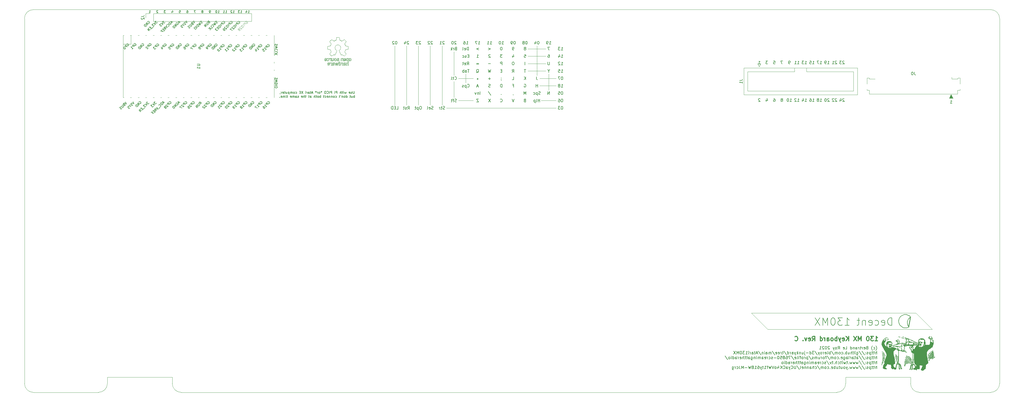
<source format=gbr>
%TF.GenerationSoftware,KiCad,Pcbnew,(5.1.10)-1*%
%TF.CreationDate,2021-09-20T19:48:49-07:00*%
%TF.ProjectId,Atari130MX,41746172-6931-4333-904d-582e6b696361,C*%
%TF.SameCoordinates,Original*%
%TF.FileFunction,Legend,Bot*%
%TF.FilePolarity,Positive*%
%FSLAX46Y46*%
G04 Gerber Fmt 4.6, Leading zero omitted, Abs format (unit mm)*
G04 Created by KiCad (PCBNEW (5.1.10)-1) date 2021-09-20 19:48:49*
%MOMM*%
%LPD*%
G01*
G04 APERTURE LIST*
%ADD10C,0.150000*%
%ADD11C,0.100000*%
%ADD12C,0.300000*%
%TA.AperFunction,Profile*%
%ADD13C,0.050000*%
%TD*%
%ADD14C,0.120000*%
%ADD15C,0.090000*%
%ADD16C,0.010000*%
%ADD17C,0.200000*%
%ADD18C,0.125000*%
G04 APERTURE END LIST*
D10*
X134208333Y-50421904D02*
X134208333Y-51069523D01*
X134170238Y-51145714D01*
X134132142Y-51183809D01*
X134055952Y-51221904D01*
X133903571Y-51221904D01*
X133827380Y-51183809D01*
X133789285Y-51145714D01*
X133751190Y-51069523D01*
X133751190Y-50421904D01*
X133408333Y-51183809D02*
X133332142Y-51221904D01*
X133179761Y-51221904D01*
X133103571Y-51183809D01*
X133065476Y-51107619D01*
X133065476Y-51069523D01*
X133103571Y-50993333D01*
X133179761Y-50955238D01*
X133294047Y-50955238D01*
X133370238Y-50917142D01*
X133408333Y-50840952D01*
X133408333Y-50802857D01*
X133370238Y-50726666D01*
X133294047Y-50688571D01*
X133179761Y-50688571D01*
X133103571Y-50726666D01*
X132417857Y-51183809D02*
X132494047Y-51221904D01*
X132646428Y-51221904D01*
X132722619Y-51183809D01*
X132760714Y-51107619D01*
X132760714Y-50802857D01*
X132722619Y-50726666D01*
X132646428Y-50688571D01*
X132494047Y-50688571D01*
X132417857Y-50726666D01*
X132379761Y-50802857D01*
X132379761Y-50879047D01*
X132760714Y-50955238D01*
X131503571Y-50688571D02*
X131351190Y-51221904D01*
X131198809Y-50840952D01*
X131046428Y-51221904D01*
X130894047Y-50688571D01*
X130589285Y-51221904D02*
X130589285Y-50688571D01*
X130589285Y-50421904D02*
X130627380Y-50460000D01*
X130589285Y-50498095D01*
X130551190Y-50460000D01*
X130589285Y-50421904D01*
X130589285Y-50498095D01*
X130322619Y-50688571D02*
X130017857Y-50688571D01*
X130208333Y-50421904D02*
X130208333Y-51107619D01*
X130170238Y-51183809D01*
X130094047Y-51221904D01*
X130017857Y-51221904D01*
X129751190Y-51221904D02*
X129751190Y-50421904D01*
X129408333Y-51221904D02*
X129408333Y-50802857D01*
X129446428Y-50726666D01*
X129522619Y-50688571D01*
X129636904Y-50688571D01*
X129713095Y-50726666D01*
X129751190Y-50764761D01*
X128417857Y-51221904D02*
X128417857Y-50421904D01*
X128113095Y-50421904D01*
X128036904Y-50460000D01*
X127998809Y-50498095D01*
X127960714Y-50574285D01*
X127960714Y-50688571D01*
X127998809Y-50764761D01*
X128036904Y-50802857D01*
X128113095Y-50840952D01*
X128417857Y-50840952D01*
X127617857Y-51221904D02*
X127617857Y-50688571D01*
X127617857Y-50421904D02*
X127655952Y-50460000D01*
X127617857Y-50498095D01*
X127579761Y-50460000D01*
X127617857Y-50421904D01*
X127617857Y-50498095D01*
X126627380Y-51221904D02*
X126627380Y-50421904D01*
X126322619Y-50421904D01*
X126246428Y-50460000D01*
X126208333Y-50498095D01*
X126170238Y-50574285D01*
X126170238Y-50688571D01*
X126208333Y-50764761D01*
X126246428Y-50802857D01*
X126322619Y-50840952D01*
X126627380Y-50840952D01*
X125827380Y-51221904D02*
X125827380Y-50421904D01*
X124989285Y-51145714D02*
X125027380Y-51183809D01*
X125141666Y-51221904D01*
X125217857Y-51221904D01*
X125332142Y-51183809D01*
X125408333Y-51107619D01*
X125446428Y-51031428D01*
X125484523Y-50879047D01*
X125484523Y-50764761D01*
X125446428Y-50612380D01*
X125408333Y-50536190D01*
X125332142Y-50460000D01*
X125217857Y-50421904D01*
X125141666Y-50421904D01*
X125027380Y-50460000D01*
X124989285Y-50498095D01*
X124494047Y-50421904D02*
X124341666Y-50421904D01*
X124265476Y-50460000D01*
X124189285Y-50536190D01*
X124151190Y-50688571D01*
X124151190Y-50955238D01*
X124189285Y-51107619D01*
X124265476Y-51183809D01*
X124341666Y-51221904D01*
X124494047Y-51221904D01*
X124570238Y-51183809D01*
X124646428Y-51107619D01*
X124684523Y-50955238D01*
X124684523Y-50688571D01*
X124646428Y-50536190D01*
X124570238Y-50460000D01*
X124494047Y-50421904D01*
X123084523Y-50421904D02*
X123084523Y-50612380D01*
X123275000Y-50536190D02*
X123084523Y-50612380D01*
X122894047Y-50536190D01*
X123198809Y-50764761D02*
X123084523Y-50612380D01*
X122970238Y-50764761D01*
X122475000Y-51221904D02*
X122551190Y-51183809D01*
X122589285Y-51145714D01*
X122627380Y-51069523D01*
X122627380Y-50840952D01*
X122589285Y-50764761D01*
X122551190Y-50726666D01*
X122475000Y-50688571D01*
X122360714Y-50688571D01*
X122284523Y-50726666D01*
X122246428Y-50764761D01*
X122208333Y-50840952D01*
X122208333Y-51069523D01*
X122246428Y-51145714D01*
X122284523Y-51183809D01*
X122360714Y-51221904D01*
X122475000Y-51221904D01*
X121865476Y-51221904D02*
X121865476Y-50688571D01*
X121865476Y-50840952D02*
X121827380Y-50764761D01*
X121789285Y-50726666D01*
X121713095Y-50688571D01*
X121636904Y-50688571D01*
X121255952Y-50421904D02*
X121255952Y-50612380D01*
X121446428Y-50536190D02*
X121255952Y-50612380D01*
X121065476Y-50536190D01*
X121370238Y-50764761D02*
X121255952Y-50612380D01*
X121141666Y-50764761D01*
X120189285Y-50993333D02*
X119808333Y-50993333D01*
X120265476Y-51221904D02*
X119998809Y-50421904D01*
X119732142Y-51221904D01*
X119579761Y-50688571D02*
X119275000Y-50688571D01*
X119465476Y-50421904D02*
X119465476Y-51107619D01*
X119427380Y-51183809D01*
X119351190Y-51221904D01*
X119275000Y-51221904D01*
X118665476Y-51221904D02*
X118665476Y-50802857D01*
X118703571Y-50726666D01*
X118779761Y-50688571D01*
X118932142Y-50688571D01*
X119008333Y-50726666D01*
X118665476Y-51183809D02*
X118741666Y-51221904D01*
X118932142Y-51221904D01*
X119008333Y-51183809D01*
X119046428Y-51107619D01*
X119046428Y-51031428D01*
X119008333Y-50955238D01*
X118932142Y-50917142D01*
X118741666Y-50917142D01*
X118665476Y-50879047D01*
X118284523Y-51221904D02*
X118284523Y-50688571D01*
X118284523Y-50840952D02*
X118246428Y-50764761D01*
X118208333Y-50726666D01*
X118132142Y-50688571D01*
X118055952Y-50688571D01*
X117789285Y-51221904D02*
X117789285Y-50688571D01*
X117789285Y-50421904D02*
X117827380Y-50460000D01*
X117789285Y-50498095D01*
X117751190Y-50460000D01*
X117789285Y-50421904D01*
X117789285Y-50498095D01*
X116875000Y-50421904D02*
X116341666Y-51221904D01*
X116341666Y-50421904D02*
X116875000Y-51221904D01*
X116036904Y-50802857D02*
X115770238Y-50802857D01*
X115655952Y-51221904D02*
X116036904Y-51221904D01*
X116036904Y-50421904D01*
X115655952Y-50421904D01*
X114360714Y-51183809D02*
X114436904Y-51221904D01*
X114589285Y-51221904D01*
X114665476Y-51183809D01*
X114703571Y-51145714D01*
X114741666Y-51069523D01*
X114741666Y-50840952D01*
X114703571Y-50764761D01*
X114665476Y-50726666D01*
X114589285Y-50688571D01*
X114436904Y-50688571D01*
X114360714Y-50726666D01*
X113903571Y-51221904D02*
X113979761Y-51183809D01*
X114017857Y-51145714D01*
X114055952Y-51069523D01*
X114055952Y-50840952D01*
X114017857Y-50764761D01*
X113979761Y-50726666D01*
X113903571Y-50688571D01*
X113789285Y-50688571D01*
X113713095Y-50726666D01*
X113675000Y-50764761D01*
X113636904Y-50840952D01*
X113636904Y-51069523D01*
X113675000Y-51145714D01*
X113713095Y-51183809D01*
X113789285Y-51221904D01*
X113903571Y-51221904D01*
X113294047Y-51221904D02*
X113294047Y-50688571D01*
X113294047Y-50764761D02*
X113255952Y-50726666D01*
X113179761Y-50688571D01*
X113065476Y-50688571D01*
X112989285Y-50726666D01*
X112951190Y-50802857D01*
X112951190Y-51221904D01*
X112951190Y-50802857D02*
X112913095Y-50726666D01*
X112836904Y-50688571D01*
X112722619Y-50688571D01*
X112646428Y-50726666D01*
X112608333Y-50802857D01*
X112608333Y-51221904D01*
X112227380Y-50688571D02*
X112227380Y-51488571D01*
X112227380Y-50726666D02*
X112151190Y-50688571D01*
X111998809Y-50688571D01*
X111922619Y-50726666D01*
X111884523Y-50764761D01*
X111846428Y-50840952D01*
X111846428Y-51069523D01*
X111884523Y-51145714D01*
X111922619Y-51183809D01*
X111998809Y-51221904D01*
X112151190Y-51221904D01*
X112227380Y-51183809D01*
X111160714Y-50688571D02*
X111160714Y-51221904D01*
X111503571Y-50688571D02*
X111503571Y-51107619D01*
X111465476Y-51183809D01*
X111389285Y-51221904D01*
X111275000Y-51221904D01*
X111198809Y-51183809D01*
X111160714Y-51145714D01*
X110894047Y-50688571D02*
X110589285Y-50688571D01*
X110779761Y-50421904D02*
X110779761Y-51107619D01*
X110741666Y-51183809D01*
X110665476Y-51221904D01*
X110589285Y-51221904D01*
X110017857Y-51183809D02*
X110094047Y-51221904D01*
X110246428Y-51221904D01*
X110322619Y-51183809D01*
X110360714Y-51107619D01*
X110360714Y-50802857D01*
X110322619Y-50726666D01*
X110246428Y-50688571D01*
X110094047Y-50688571D01*
X110017857Y-50726666D01*
X109979761Y-50802857D01*
X109979761Y-50879047D01*
X110360714Y-50955238D01*
X109636904Y-51221904D02*
X109636904Y-50688571D01*
X109636904Y-50840952D02*
X109598809Y-50764761D01*
X109560714Y-50726666D01*
X109484523Y-50688571D01*
X109408333Y-50688571D01*
X109103571Y-51183809D02*
X109103571Y-51221904D01*
X109141666Y-51298095D01*
X109179761Y-51336190D01*
X134303571Y-52571904D02*
X134303571Y-51771904D01*
X134303571Y-52076666D02*
X134227380Y-52038571D01*
X134075000Y-52038571D01*
X133998809Y-52076666D01*
X133960714Y-52114761D01*
X133922619Y-52190952D01*
X133922619Y-52419523D01*
X133960714Y-52495714D01*
X133998809Y-52533809D01*
X134075000Y-52571904D01*
X134227380Y-52571904D01*
X134303571Y-52533809D01*
X133236904Y-52038571D02*
X133236904Y-52571904D01*
X133579761Y-52038571D02*
X133579761Y-52457619D01*
X133541666Y-52533809D01*
X133465476Y-52571904D01*
X133351190Y-52571904D01*
X133275000Y-52533809D01*
X133236904Y-52495714D01*
X132970238Y-52038571D02*
X132665476Y-52038571D01*
X132855952Y-51771904D02*
X132855952Y-52457619D01*
X132817857Y-52533809D01*
X132741666Y-52571904D01*
X132665476Y-52571904D01*
X131446428Y-52571904D02*
X131446428Y-51771904D01*
X131446428Y-52533809D02*
X131522619Y-52571904D01*
X131675000Y-52571904D01*
X131751190Y-52533809D01*
X131789285Y-52495714D01*
X131827380Y-52419523D01*
X131827380Y-52190952D01*
X131789285Y-52114761D01*
X131751190Y-52076666D01*
X131675000Y-52038571D01*
X131522619Y-52038571D01*
X131446428Y-52076666D01*
X130951190Y-52571904D02*
X131027380Y-52533809D01*
X131065476Y-52495714D01*
X131103571Y-52419523D01*
X131103571Y-52190952D01*
X131065476Y-52114761D01*
X131027380Y-52076666D01*
X130951190Y-52038571D01*
X130836904Y-52038571D01*
X130760714Y-52076666D01*
X130722619Y-52114761D01*
X130684523Y-52190952D01*
X130684523Y-52419523D01*
X130722619Y-52495714D01*
X130760714Y-52533809D01*
X130836904Y-52571904D01*
X130951190Y-52571904D01*
X130341666Y-52038571D02*
X130341666Y-52571904D01*
X130341666Y-52114761D02*
X130303571Y-52076666D01*
X130227380Y-52038571D01*
X130113095Y-52038571D01*
X130036904Y-52076666D01*
X129998809Y-52152857D01*
X129998809Y-52571904D01*
X129579761Y-51771904D02*
X129655952Y-51924285D01*
X129351190Y-52038571D02*
X129046428Y-52038571D01*
X129236904Y-51771904D02*
X129236904Y-52457619D01*
X129198809Y-52533809D01*
X129122619Y-52571904D01*
X129046428Y-52571904D01*
X127827380Y-52533809D02*
X127903571Y-52571904D01*
X128055952Y-52571904D01*
X128132142Y-52533809D01*
X128170238Y-52495714D01*
X128208333Y-52419523D01*
X128208333Y-52190952D01*
X128170238Y-52114761D01*
X128132142Y-52076666D01*
X128055952Y-52038571D01*
X127903571Y-52038571D01*
X127827380Y-52076666D01*
X127370238Y-52571904D02*
X127446428Y-52533809D01*
X127484523Y-52495714D01*
X127522619Y-52419523D01*
X127522619Y-52190952D01*
X127484523Y-52114761D01*
X127446428Y-52076666D01*
X127370238Y-52038571D01*
X127255952Y-52038571D01*
X127179761Y-52076666D01*
X127141666Y-52114761D01*
X127103571Y-52190952D01*
X127103571Y-52419523D01*
X127141666Y-52495714D01*
X127179761Y-52533809D01*
X127255952Y-52571904D01*
X127370238Y-52571904D01*
X126760714Y-52038571D02*
X126760714Y-52571904D01*
X126760714Y-52114761D02*
X126722619Y-52076666D01*
X126646428Y-52038571D01*
X126532142Y-52038571D01*
X126455952Y-52076666D01*
X126417857Y-52152857D01*
X126417857Y-52571904D01*
X126036904Y-52038571D02*
X126036904Y-52571904D01*
X126036904Y-52114761D02*
X125998809Y-52076666D01*
X125922619Y-52038571D01*
X125808333Y-52038571D01*
X125732142Y-52076666D01*
X125694047Y-52152857D01*
X125694047Y-52571904D01*
X125008333Y-52533809D02*
X125084523Y-52571904D01*
X125236904Y-52571904D01*
X125313095Y-52533809D01*
X125351190Y-52457619D01*
X125351190Y-52152857D01*
X125313095Y-52076666D01*
X125236904Y-52038571D01*
X125084523Y-52038571D01*
X125008333Y-52076666D01*
X124970238Y-52152857D01*
X124970238Y-52229047D01*
X125351190Y-52305238D01*
X124284523Y-52533809D02*
X124360714Y-52571904D01*
X124513095Y-52571904D01*
X124589285Y-52533809D01*
X124627380Y-52495714D01*
X124665476Y-52419523D01*
X124665476Y-52190952D01*
X124627380Y-52114761D01*
X124589285Y-52076666D01*
X124513095Y-52038571D01*
X124360714Y-52038571D01*
X124284523Y-52076666D01*
X124055952Y-52038571D02*
X123751190Y-52038571D01*
X123941666Y-51771904D02*
X123941666Y-52457619D01*
X123903571Y-52533809D01*
X123827380Y-52571904D01*
X123751190Y-52571904D01*
X122875000Y-52571904D02*
X122875000Y-51771904D01*
X122875000Y-52076666D02*
X122798809Y-52038571D01*
X122646428Y-52038571D01*
X122570238Y-52076666D01*
X122532142Y-52114761D01*
X122494047Y-52190952D01*
X122494047Y-52419523D01*
X122532142Y-52495714D01*
X122570238Y-52533809D01*
X122646428Y-52571904D01*
X122798809Y-52571904D01*
X122875000Y-52533809D01*
X122036904Y-52571904D02*
X122113095Y-52533809D01*
X122151190Y-52495714D01*
X122189285Y-52419523D01*
X122189285Y-52190952D01*
X122151190Y-52114761D01*
X122113095Y-52076666D01*
X122036904Y-52038571D01*
X121922619Y-52038571D01*
X121846428Y-52076666D01*
X121808333Y-52114761D01*
X121770238Y-52190952D01*
X121770238Y-52419523D01*
X121808333Y-52495714D01*
X121846428Y-52533809D01*
X121922619Y-52571904D01*
X122036904Y-52571904D01*
X121541666Y-52038571D02*
X121236904Y-52038571D01*
X121427380Y-51771904D02*
X121427380Y-52457619D01*
X121389285Y-52533809D01*
X121313095Y-52571904D01*
X121236904Y-52571904D01*
X120970238Y-52571904D02*
X120970238Y-51771904D01*
X120627380Y-52571904D02*
X120627380Y-52152857D01*
X120665476Y-52076666D01*
X120741666Y-52038571D01*
X120855952Y-52038571D01*
X120932142Y-52076666D01*
X120970238Y-52114761D01*
X119294047Y-52571904D02*
X119294047Y-52152857D01*
X119332142Y-52076666D01*
X119408333Y-52038571D01*
X119560714Y-52038571D01*
X119636904Y-52076666D01*
X119294047Y-52533809D02*
X119370238Y-52571904D01*
X119560714Y-52571904D01*
X119636904Y-52533809D01*
X119675000Y-52457619D01*
X119675000Y-52381428D01*
X119636904Y-52305238D01*
X119560714Y-52267142D01*
X119370238Y-52267142D01*
X119294047Y-52229047D01*
X119027380Y-52038571D02*
X118722619Y-52038571D01*
X118913095Y-51771904D02*
X118913095Y-52457619D01*
X118875000Y-52533809D01*
X118798809Y-52571904D01*
X118722619Y-52571904D01*
X117960714Y-52038571D02*
X117655952Y-52038571D01*
X117846428Y-51771904D02*
X117846428Y-52457619D01*
X117808333Y-52533809D01*
X117732142Y-52571904D01*
X117655952Y-52571904D01*
X117389285Y-52571904D02*
X117389285Y-51771904D01*
X117046428Y-52571904D02*
X117046428Y-52152857D01*
X117084523Y-52076666D01*
X117160714Y-52038571D01*
X117275000Y-52038571D01*
X117351190Y-52076666D01*
X117389285Y-52114761D01*
X116360714Y-52533809D02*
X116436904Y-52571904D01*
X116589285Y-52571904D01*
X116665476Y-52533809D01*
X116703571Y-52457619D01*
X116703571Y-52152857D01*
X116665476Y-52076666D01*
X116589285Y-52038571D01*
X116436904Y-52038571D01*
X116360714Y-52076666D01*
X116322619Y-52152857D01*
X116322619Y-52229047D01*
X116703571Y-52305238D01*
X115408333Y-52533809D02*
X115332142Y-52571904D01*
X115179761Y-52571904D01*
X115103571Y-52533809D01*
X115065476Y-52457619D01*
X115065476Y-52419523D01*
X115103571Y-52343333D01*
X115179761Y-52305238D01*
X115294047Y-52305238D01*
X115370238Y-52267142D01*
X115408333Y-52190952D01*
X115408333Y-52152857D01*
X115370238Y-52076666D01*
X115294047Y-52038571D01*
X115179761Y-52038571D01*
X115103571Y-52076666D01*
X114379761Y-52571904D02*
X114379761Y-52152857D01*
X114417857Y-52076666D01*
X114494047Y-52038571D01*
X114646428Y-52038571D01*
X114722619Y-52076666D01*
X114379761Y-52533809D02*
X114455952Y-52571904D01*
X114646428Y-52571904D01*
X114722619Y-52533809D01*
X114760714Y-52457619D01*
X114760714Y-52381428D01*
X114722619Y-52305238D01*
X114646428Y-52267142D01*
X114455952Y-52267142D01*
X114379761Y-52229047D01*
X113998809Y-52571904D02*
X113998809Y-52038571D01*
X113998809Y-52114761D02*
X113960714Y-52076666D01*
X113884523Y-52038571D01*
X113770238Y-52038571D01*
X113694047Y-52076666D01*
X113655952Y-52152857D01*
X113655952Y-52571904D01*
X113655952Y-52152857D02*
X113617857Y-52076666D01*
X113541666Y-52038571D01*
X113427380Y-52038571D01*
X113351190Y-52076666D01*
X113313095Y-52152857D01*
X113313095Y-52571904D01*
X112627380Y-52533809D02*
X112703571Y-52571904D01*
X112855952Y-52571904D01*
X112932142Y-52533809D01*
X112970238Y-52457619D01*
X112970238Y-52152857D01*
X112932142Y-52076666D01*
X112855952Y-52038571D01*
X112703571Y-52038571D01*
X112627380Y-52076666D01*
X112589285Y-52152857D01*
X112589285Y-52229047D01*
X112970238Y-52305238D01*
X111751190Y-52038571D02*
X111446428Y-52038571D01*
X111636904Y-51771904D02*
X111636904Y-52457619D01*
X111598809Y-52533809D01*
X111522619Y-52571904D01*
X111446428Y-52571904D01*
X111179761Y-52571904D02*
X111179761Y-52038571D01*
X111179761Y-51771904D02*
X111217857Y-51810000D01*
X111179761Y-51848095D01*
X111141666Y-51810000D01*
X111179761Y-51771904D01*
X111179761Y-51848095D01*
X110798809Y-52571904D02*
X110798809Y-52038571D01*
X110798809Y-52114761D02*
X110760714Y-52076666D01*
X110684523Y-52038571D01*
X110570238Y-52038571D01*
X110494047Y-52076666D01*
X110455952Y-52152857D01*
X110455952Y-52571904D01*
X110455952Y-52152857D02*
X110417857Y-52076666D01*
X110341666Y-52038571D01*
X110227380Y-52038571D01*
X110151190Y-52076666D01*
X110113095Y-52152857D01*
X110113095Y-52571904D01*
X109427380Y-52533809D02*
X109503571Y-52571904D01*
X109655952Y-52571904D01*
X109732142Y-52533809D01*
X109770238Y-52457619D01*
X109770238Y-52152857D01*
X109732142Y-52076666D01*
X109655952Y-52038571D01*
X109503571Y-52038571D01*
X109427380Y-52076666D01*
X109389285Y-52152857D01*
X109389285Y-52229047D01*
X109770238Y-52305238D01*
X109046428Y-52495714D02*
X109008333Y-52533809D01*
X109046428Y-52571904D01*
X109084523Y-52533809D01*
X109046428Y-52495714D01*
X109046428Y-52571904D01*
X335384285Y-54527380D02*
X335955714Y-54527380D01*
X335670000Y-54527380D02*
X335670000Y-53527380D01*
X335765238Y-53670238D01*
X335860476Y-53765476D01*
X335955714Y-53813095D01*
D11*
G36*
X336305000Y-52805000D02*
G01*
X335035000Y-52805000D01*
X335670000Y-51535000D01*
X336305000Y-52805000D01*
G37*
X336305000Y-52805000D02*
X335035000Y-52805000D01*
X335670000Y-51535000D01*
X336305000Y-52805000D01*
D12*
X310006428Y-134763571D02*
X310863571Y-134763571D01*
X310435000Y-134763571D02*
X310435000Y-133263571D01*
X310577857Y-133477857D01*
X310720714Y-133620714D01*
X310863571Y-133692142D01*
X309506428Y-133263571D02*
X308577857Y-133263571D01*
X309077857Y-133835000D01*
X308863571Y-133835000D01*
X308720714Y-133906428D01*
X308649285Y-133977857D01*
X308577857Y-134120714D01*
X308577857Y-134477857D01*
X308649285Y-134620714D01*
X308720714Y-134692142D01*
X308863571Y-134763571D01*
X309292142Y-134763571D01*
X309435000Y-134692142D01*
X309506428Y-134620714D01*
X307649285Y-133263571D02*
X307506428Y-133263571D01*
X307363571Y-133335000D01*
X307292142Y-133406428D01*
X307220714Y-133549285D01*
X307149285Y-133835000D01*
X307149285Y-134192142D01*
X307220714Y-134477857D01*
X307292142Y-134620714D01*
X307363571Y-134692142D01*
X307506428Y-134763571D01*
X307649285Y-134763571D01*
X307792142Y-134692142D01*
X307863571Y-134620714D01*
X307935000Y-134477857D01*
X308006428Y-134192142D01*
X308006428Y-133835000D01*
X307935000Y-133549285D01*
X307863571Y-133406428D01*
X307792142Y-133335000D01*
X307649285Y-133263571D01*
X305363571Y-134763571D02*
X305363571Y-133263571D01*
X304863571Y-134335000D01*
X304363571Y-133263571D01*
X304363571Y-134763571D01*
X303792142Y-133263571D02*
X302792142Y-134763571D01*
X302792142Y-133263571D02*
X303792142Y-134763571D01*
X301077857Y-134763571D02*
X301077857Y-133263571D01*
X300220714Y-134763571D02*
X300863571Y-133906428D01*
X300220714Y-133263571D02*
X301077857Y-134120714D01*
X299006428Y-134692142D02*
X299149285Y-134763571D01*
X299435000Y-134763571D01*
X299577857Y-134692142D01*
X299649285Y-134549285D01*
X299649285Y-133977857D01*
X299577857Y-133835000D01*
X299435000Y-133763571D01*
X299149285Y-133763571D01*
X299006428Y-133835000D01*
X298935000Y-133977857D01*
X298935000Y-134120714D01*
X299649285Y-134263571D01*
X298435000Y-133763571D02*
X298077857Y-134763571D01*
X297720714Y-133763571D02*
X298077857Y-134763571D01*
X298220714Y-135120714D01*
X298292142Y-135192142D01*
X298435000Y-135263571D01*
X297149285Y-134763571D02*
X297149285Y-133263571D01*
X297149285Y-133835000D02*
X297006428Y-133763571D01*
X296720714Y-133763571D01*
X296577857Y-133835000D01*
X296506428Y-133906428D01*
X296435000Y-134049285D01*
X296435000Y-134477857D01*
X296506428Y-134620714D01*
X296577857Y-134692142D01*
X296720714Y-134763571D01*
X297006428Y-134763571D01*
X297149285Y-134692142D01*
X295577857Y-134763571D02*
X295720714Y-134692142D01*
X295792142Y-134620714D01*
X295863571Y-134477857D01*
X295863571Y-134049285D01*
X295792142Y-133906428D01*
X295720714Y-133835000D01*
X295577857Y-133763571D01*
X295363571Y-133763571D01*
X295220714Y-133835000D01*
X295149285Y-133906428D01*
X295077857Y-134049285D01*
X295077857Y-134477857D01*
X295149285Y-134620714D01*
X295220714Y-134692142D01*
X295363571Y-134763571D01*
X295577857Y-134763571D01*
X293792142Y-134763571D02*
X293792142Y-133977857D01*
X293863571Y-133835000D01*
X294006428Y-133763571D01*
X294292142Y-133763571D01*
X294435000Y-133835000D01*
X293792142Y-134692142D02*
X293935000Y-134763571D01*
X294292142Y-134763571D01*
X294435000Y-134692142D01*
X294506428Y-134549285D01*
X294506428Y-134406428D01*
X294435000Y-134263571D01*
X294292142Y-134192142D01*
X293935000Y-134192142D01*
X293792142Y-134120714D01*
X293077857Y-134763571D02*
X293077857Y-133763571D01*
X293077857Y-134049285D02*
X293006428Y-133906428D01*
X292935000Y-133835000D01*
X292792142Y-133763571D01*
X292649285Y-133763571D01*
X291506428Y-134763571D02*
X291506428Y-133263571D01*
X291506428Y-134692142D02*
X291649285Y-134763571D01*
X291935000Y-134763571D01*
X292077857Y-134692142D01*
X292149285Y-134620714D01*
X292220714Y-134477857D01*
X292220714Y-134049285D01*
X292149285Y-133906428D01*
X292077857Y-133835000D01*
X291935000Y-133763571D01*
X291649285Y-133763571D01*
X291506428Y-133835000D01*
X288792142Y-134763571D02*
X289292142Y-134049285D01*
X289649285Y-134763571D02*
X289649285Y-133263571D01*
X289077857Y-133263571D01*
X288935000Y-133335000D01*
X288863571Y-133406428D01*
X288792142Y-133549285D01*
X288792142Y-133763571D01*
X288863571Y-133906428D01*
X288935000Y-133977857D01*
X289077857Y-134049285D01*
X289649285Y-134049285D01*
X287577857Y-134692142D02*
X287720714Y-134763571D01*
X288006428Y-134763571D01*
X288149285Y-134692142D01*
X288220714Y-134549285D01*
X288220714Y-133977857D01*
X288149285Y-133835000D01*
X288006428Y-133763571D01*
X287720714Y-133763571D01*
X287577857Y-133835000D01*
X287506428Y-133977857D01*
X287506428Y-134120714D01*
X288220714Y-134263571D01*
X287006428Y-133763571D02*
X286649285Y-134763571D01*
X286292142Y-133763571D01*
X285720714Y-134620714D02*
X285649285Y-134692142D01*
X285720714Y-134763571D01*
X285792142Y-134692142D01*
X285720714Y-134620714D01*
X285720714Y-134763571D01*
X283006428Y-134620714D02*
X283077857Y-134692142D01*
X283292142Y-134763571D01*
X283435000Y-134763571D01*
X283649285Y-134692142D01*
X283792142Y-134549285D01*
X283863571Y-134406428D01*
X283935000Y-134120714D01*
X283935000Y-133906428D01*
X283863571Y-133620714D01*
X283792142Y-133477857D01*
X283649285Y-133335000D01*
X283435000Y-133263571D01*
X283292142Y-133263571D01*
X283077857Y-133335000D01*
X283006428Y-133406428D01*
D10*
X310283690Y-137968333D02*
X310331309Y-137920714D01*
X310426547Y-137777857D01*
X310474166Y-137682619D01*
X310521785Y-137539761D01*
X310569404Y-137301666D01*
X310569404Y-137111190D01*
X310521785Y-136873095D01*
X310474166Y-136730238D01*
X310426547Y-136635000D01*
X310331309Y-136492142D01*
X310283690Y-136444523D01*
X309474166Y-137539761D02*
X309569404Y-137587380D01*
X309759880Y-137587380D01*
X309855119Y-137539761D01*
X309902738Y-137492142D01*
X309950357Y-137396904D01*
X309950357Y-137111190D01*
X309902738Y-137015952D01*
X309855119Y-136968333D01*
X309759880Y-136920714D01*
X309569404Y-136920714D01*
X309474166Y-136968333D01*
X309140833Y-137968333D02*
X309093214Y-137920714D01*
X308997976Y-137777857D01*
X308950357Y-137682619D01*
X308902738Y-137539761D01*
X308855119Y-137301666D01*
X308855119Y-137111190D01*
X308902738Y-136873095D01*
X308950357Y-136730238D01*
X308997976Y-136635000D01*
X309093214Y-136492142D01*
X309140833Y-136444523D01*
X307283690Y-137063571D02*
X307140833Y-137111190D01*
X307093214Y-137158809D01*
X307045595Y-137254047D01*
X307045595Y-137396904D01*
X307093214Y-137492142D01*
X307140833Y-137539761D01*
X307236071Y-137587380D01*
X307617023Y-137587380D01*
X307617023Y-136587380D01*
X307283690Y-136587380D01*
X307188452Y-136635000D01*
X307140833Y-136682619D01*
X307093214Y-136777857D01*
X307093214Y-136873095D01*
X307140833Y-136968333D01*
X307188452Y-137015952D01*
X307283690Y-137063571D01*
X307617023Y-137063571D01*
X306236071Y-137539761D02*
X306331309Y-137587380D01*
X306521785Y-137587380D01*
X306617023Y-137539761D01*
X306664642Y-137444523D01*
X306664642Y-137063571D01*
X306617023Y-136968333D01*
X306521785Y-136920714D01*
X306331309Y-136920714D01*
X306236071Y-136968333D01*
X306188452Y-137063571D01*
X306188452Y-137158809D01*
X306664642Y-137254047D01*
X305759880Y-137587380D02*
X305759880Y-136920714D01*
X305759880Y-137111190D02*
X305712261Y-137015952D01*
X305664642Y-136968333D01*
X305569404Y-136920714D01*
X305474166Y-136920714D01*
X305283690Y-136920714D02*
X304902738Y-136920714D01*
X305140833Y-136587380D02*
X305140833Y-137444523D01*
X305093214Y-137539761D01*
X304997976Y-137587380D01*
X304902738Y-137587380D01*
X304569404Y-137587380D02*
X304569404Y-136920714D01*
X304569404Y-137111190D02*
X304521785Y-137015952D01*
X304474166Y-136968333D01*
X304378928Y-136920714D01*
X304283690Y-136920714D01*
X303521785Y-137587380D02*
X303521785Y-137063571D01*
X303569404Y-136968333D01*
X303664642Y-136920714D01*
X303855119Y-136920714D01*
X303950357Y-136968333D01*
X303521785Y-137539761D02*
X303617023Y-137587380D01*
X303855119Y-137587380D01*
X303950357Y-137539761D01*
X303997976Y-137444523D01*
X303997976Y-137349285D01*
X303950357Y-137254047D01*
X303855119Y-137206428D01*
X303617023Y-137206428D01*
X303521785Y-137158809D01*
X303045595Y-136920714D02*
X303045595Y-137587380D01*
X303045595Y-137015952D02*
X302997976Y-136968333D01*
X302902738Y-136920714D01*
X302759880Y-136920714D01*
X302664642Y-136968333D01*
X302617023Y-137063571D01*
X302617023Y-137587380D01*
X301712261Y-137587380D02*
X301712261Y-136587380D01*
X301712261Y-137539761D02*
X301807500Y-137587380D01*
X301997976Y-137587380D01*
X302093214Y-137539761D01*
X302140833Y-137492142D01*
X302188452Y-137396904D01*
X302188452Y-137111190D01*
X302140833Y-137015952D01*
X302093214Y-136968333D01*
X301997976Y-136920714D01*
X301807500Y-136920714D01*
X301712261Y-136968333D01*
X299997976Y-137587380D02*
X300474166Y-137587380D01*
X300474166Y-136587380D01*
X299283690Y-137539761D02*
X299378928Y-137587380D01*
X299569404Y-137587380D01*
X299664642Y-137539761D01*
X299712261Y-137444523D01*
X299712261Y-137063571D01*
X299664642Y-136968333D01*
X299569404Y-136920714D01*
X299378928Y-136920714D01*
X299283690Y-136968333D01*
X299236071Y-137063571D01*
X299236071Y-137158809D01*
X299712261Y-137254047D01*
X297474166Y-137587380D02*
X297807500Y-137111190D01*
X298045595Y-137587380D02*
X298045595Y-136587380D01*
X297664642Y-136587380D01*
X297569404Y-136635000D01*
X297521785Y-136682619D01*
X297474166Y-136777857D01*
X297474166Y-136920714D01*
X297521785Y-137015952D01*
X297569404Y-137063571D01*
X297664642Y-137111190D01*
X298045595Y-137111190D01*
X296902738Y-137587380D02*
X296997976Y-137539761D01*
X297045595Y-137492142D01*
X297093214Y-137396904D01*
X297093214Y-137111190D01*
X297045595Y-137015952D01*
X296997976Y-136968333D01*
X296902738Y-136920714D01*
X296759880Y-136920714D01*
X296664642Y-136968333D01*
X296617023Y-137015952D01*
X296569404Y-137111190D01*
X296569404Y-137396904D01*
X296617023Y-137492142D01*
X296664642Y-137539761D01*
X296759880Y-137587380D01*
X296902738Y-137587380D01*
X296236071Y-136920714D02*
X295997976Y-137587380D01*
X295759880Y-136920714D02*
X295997976Y-137587380D01*
X296093214Y-137825476D01*
X296140833Y-137873095D01*
X296236071Y-137920714D01*
X294664642Y-136682619D02*
X294617023Y-136635000D01*
X294521785Y-136587380D01*
X294283690Y-136587380D01*
X294188452Y-136635000D01*
X294140833Y-136682619D01*
X294093214Y-136777857D01*
X294093214Y-136873095D01*
X294140833Y-137015952D01*
X294712261Y-137587380D01*
X294093214Y-137587380D01*
X293474166Y-136587380D02*
X293378928Y-136587380D01*
X293283690Y-136635000D01*
X293236071Y-136682619D01*
X293188452Y-136777857D01*
X293140833Y-136968333D01*
X293140833Y-137206428D01*
X293188452Y-137396904D01*
X293236071Y-137492142D01*
X293283690Y-137539761D01*
X293378928Y-137587380D01*
X293474166Y-137587380D01*
X293569404Y-137539761D01*
X293617023Y-137492142D01*
X293664642Y-137396904D01*
X293712261Y-137206428D01*
X293712261Y-136968333D01*
X293664642Y-136777857D01*
X293617023Y-136682619D01*
X293569404Y-136635000D01*
X293474166Y-136587380D01*
X292759880Y-136682619D02*
X292712261Y-136635000D01*
X292617023Y-136587380D01*
X292378928Y-136587380D01*
X292283690Y-136635000D01*
X292236071Y-136682619D01*
X292188452Y-136777857D01*
X292188452Y-136873095D01*
X292236071Y-137015952D01*
X292807500Y-137587380D01*
X292188452Y-137587380D01*
X291236071Y-137587380D02*
X291807500Y-137587380D01*
X291521785Y-137587380D02*
X291521785Y-136587380D01*
X291617023Y-136730238D01*
X291712261Y-136825476D01*
X291807500Y-136873095D01*
X310569404Y-139237380D02*
X310569404Y-138237380D01*
X310140833Y-139237380D02*
X310140833Y-138713571D01*
X310188452Y-138618333D01*
X310283690Y-138570714D01*
X310426547Y-138570714D01*
X310521785Y-138618333D01*
X310569404Y-138665952D01*
X309807500Y-138570714D02*
X309426547Y-138570714D01*
X309664642Y-138237380D02*
X309664642Y-139094523D01*
X309617023Y-139189761D01*
X309521785Y-139237380D01*
X309426547Y-139237380D01*
X309236071Y-138570714D02*
X308855119Y-138570714D01*
X309093214Y-138237380D02*
X309093214Y-139094523D01*
X309045595Y-139189761D01*
X308950357Y-139237380D01*
X308855119Y-139237380D01*
X308521785Y-138570714D02*
X308521785Y-139570714D01*
X308521785Y-138618333D02*
X308426547Y-138570714D01*
X308236071Y-138570714D01*
X308140833Y-138618333D01*
X308093214Y-138665952D01*
X308045595Y-138761190D01*
X308045595Y-139046904D01*
X308093214Y-139142142D01*
X308140833Y-139189761D01*
X308236071Y-139237380D01*
X308426547Y-139237380D01*
X308521785Y-139189761D01*
X307664642Y-139189761D02*
X307569404Y-139237380D01*
X307378928Y-139237380D01*
X307283690Y-139189761D01*
X307236071Y-139094523D01*
X307236071Y-139046904D01*
X307283690Y-138951666D01*
X307378928Y-138904047D01*
X307521785Y-138904047D01*
X307617023Y-138856428D01*
X307664642Y-138761190D01*
X307664642Y-138713571D01*
X307617023Y-138618333D01*
X307521785Y-138570714D01*
X307378928Y-138570714D01*
X307283690Y-138618333D01*
X306807500Y-139142142D02*
X306759880Y-139189761D01*
X306807500Y-139237380D01*
X306855119Y-139189761D01*
X306807500Y-139142142D01*
X306807500Y-139237380D01*
X306807500Y-138618333D02*
X306759880Y-138665952D01*
X306807500Y-138713571D01*
X306855119Y-138665952D01*
X306807500Y-138618333D01*
X306807500Y-138713571D01*
X305617023Y-138189761D02*
X306474166Y-139475476D01*
X304569404Y-138189761D02*
X305426547Y-139475476D01*
X303807500Y-138570714D02*
X303807500Y-139380238D01*
X303855119Y-139475476D01*
X303902738Y-139523095D01*
X303997976Y-139570714D01*
X304140833Y-139570714D01*
X304236071Y-139523095D01*
X303807500Y-139189761D02*
X303902738Y-139237380D01*
X304093214Y-139237380D01*
X304188452Y-139189761D01*
X304236071Y-139142142D01*
X304283690Y-139046904D01*
X304283690Y-138761190D01*
X304236071Y-138665952D01*
X304188452Y-138618333D01*
X304093214Y-138570714D01*
X303902738Y-138570714D01*
X303807500Y-138618333D01*
X303331309Y-139237380D02*
X303331309Y-138570714D01*
X303331309Y-138237380D02*
X303378928Y-138285000D01*
X303331309Y-138332619D01*
X303283690Y-138285000D01*
X303331309Y-138237380D01*
X303331309Y-138332619D01*
X302997976Y-138570714D02*
X302617023Y-138570714D01*
X302855119Y-138237380D02*
X302855119Y-139094523D01*
X302807500Y-139189761D01*
X302712261Y-139237380D01*
X302617023Y-139237380D01*
X302283690Y-139237380D02*
X302283690Y-138237380D01*
X301855119Y-139237380D02*
X301855119Y-138713571D01*
X301902738Y-138618333D01*
X301997976Y-138570714D01*
X302140833Y-138570714D01*
X302236071Y-138618333D01*
X302283690Y-138665952D01*
X300950357Y-138570714D02*
X300950357Y-139237380D01*
X301378928Y-138570714D02*
X301378928Y-139094523D01*
X301331309Y-139189761D01*
X301236071Y-139237380D01*
X301093214Y-139237380D01*
X300997976Y-139189761D01*
X300950357Y-139142142D01*
X300474166Y-139237380D02*
X300474166Y-138237380D01*
X300474166Y-138618333D02*
X300378928Y-138570714D01*
X300188452Y-138570714D01*
X300093214Y-138618333D01*
X300045595Y-138665952D01*
X299997976Y-138761190D01*
X299997976Y-139046904D01*
X300045595Y-139142142D01*
X300093214Y-139189761D01*
X300188452Y-139237380D01*
X300378928Y-139237380D01*
X300474166Y-139189761D01*
X299569404Y-139142142D02*
X299521785Y-139189761D01*
X299569404Y-139237380D01*
X299617023Y-139189761D01*
X299569404Y-139142142D01*
X299569404Y-139237380D01*
X298664642Y-139189761D02*
X298759880Y-139237380D01*
X298950357Y-139237380D01*
X299045595Y-139189761D01*
X299093214Y-139142142D01*
X299140833Y-139046904D01*
X299140833Y-138761190D01*
X299093214Y-138665952D01*
X299045595Y-138618333D01*
X298950357Y-138570714D01*
X298759880Y-138570714D01*
X298664642Y-138618333D01*
X298093214Y-139237380D02*
X298188452Y-139189761D01*
X298236071Y-139142142D01*
X298283690Y-139046904D01*
X298283690Y-138761190D01*
X298236071Y-138665952D01*
X298188452Y-138618333D01*
X298093214Y-138570714D01*
X297950357Y-138570714D01*
X297855119Y-138618333D01*
X297807500Y-138665952D01*
X297759880Y-138761190D01*
X297759880Y-139046904D01*
X297807500Y-139142142D01*
X297855119Y-139189761D01*
X297950357Y-139237380D01*
X298093214Y-139237380D01*
X297331309Y-139237380D02*
X297331309Y-138570714D01*
X297331309Y-138665952D02*
X297283690Y-138618333D01*
X297188452Y-138570714D01*
X297045595Y-138570714D01*
X296950357Y-138618333D01*
X296902738Y-138713571D01*
X296902738Y-139237380D01*
X296902738Y-138713571D02*
X296855119Y-138618333D01*
X296759880Y-138570714D01*
X296617023Y-138570714D01*
X296521785Y-138618333D01*
X296474166Y-138713571D01*
X296474166Y-139237380D01*
X295283690Y-138189761D02*
X296140833Y-139475476D01*
X294950357Y-139237380D02*
X294950357Y-138237380D01*
X294950357Y-138618333D02*
X294855119Y-138570714D01*
X294664642Y-138570714D01*
X294569404Y-138618333D01*
X294521785Y-138665952D01*
X294474166Y-138761190D01*
X294474166Y-139046904D01*
X294521785Y-139142142D01*
X294569404Y-139189761D01*
X294664642Y-139237380D01*
X294855119Y-139237380D01*
X294950357Y-139189761D01*
X293902738Y-139237380D02*
X293997976Y-139189761D01*
X294045595Y-139094523D01*
X294045595Y-138237380D01*
X293140833Y-139189761D02*
X293236071Y-139237380D01*
X293426547Y-139237380D01*
X293521785Y-139189761D01*
X293569404Y-139094523D01*
X293569404Y-138713571D01*
X293521785Y-138618333D01*
X293426547Y-138570714D01*
X293236071Y-138570714D01*
X293140833Y-138618333D01*
X293093214Y-138713571D01*
X293093214Y-138808809D01*
X293569404Y-138904047D01*
X292664642Y-139237380D02*
X292664642Y-138570714D01*
X292664642Y-138761190D02*
X292617023Y-138665952D01*
X292569404Y-138618333D01*
X292474166Y-138570714D01*
X292378928Y-138570714D01*
X291902738Y-139237380D02*
X291997976Y-139189761D01*
X292045595Y-139142142D01*
X292093214Y-139046904D01*
X292093214Y-138761190D01*
X292045595Y-138665952D01*
X291997976Y-138618333D01*
X291902738Y-138570714D01*
X291759880Y-138570714D01*
X291664642Y-138618333D01*
X291617023Y-138665952D01*
X291569404Y-138761190D01*
X291569404Y-139046904D01*
X291617023Y-139142142D01*
X291664642Y-139189761D01*
X291759880Y-139237380D01*
X291902738Y-139237380D01*
X291236071Y-138570714D02*
X290997976Y-139237380D01*
X290759880Y-138570714D02*
X290997976Y-139237380D01*
X291093214Y-139475476D01*
X291140833Y-139523095D01*
X291236071Y-139570714D01*
X289664642Y-138189761D02*
X290521785Y-139475476D01*
X289426547Y-138237380D02*
X288807500Y-138237380D01*
X289140833Y-138618333D01*
X288997976Y-138618333D01*
X288902738Y-138665952D01*
X288855119Y-138713571D01*
X288807500Y-138808809D01*
X288807500Y-139046904D01*
X288855119Y-139142142D01*
X288902738Y-139189761D01*
X288997976Y-139237380D01*
X289283690Y-139237380D01*
X289378928Y-139189761D01*
X289426547Y-139142142D01*
X287950357Y-139237380D02*
X287950357Y-138237380D01*
X287950357Y-139189761D02*
X288045595Y-139237380D01*
X288236071Y-139237380D01*
X288331309Y-139189761D01*
X288378928Y-139142142D01*
X288426547Y-139046904D01*
X288426547Y-138761190D01*
X288378928Y-138665952D01*
X288331309Y-138618333D01*
X288236071Y-138570714D01*
X288045595Y-138570714D01*
X287950357Y-138618333D01*
X287474166Y-138856428D02*
X286712261Y-138856428D01*
X286236071Y-138570714D02*
X286236071Y-139427857D01*
X286283690Y-139523095D01*
X286378928Y-139570714D01*
X286426547Y-139570714D01*
X286236071Y-138237380D02*
X286283690Y-138285000D01*
X286236071Y-138332619D01*
X286188452Y-138285000D01*
X286236071Y-138237380D01*
X286236071Y-138332619D01*
X285331309Y-138570714D02*
X285331309Y-139237380D01*
X285759880Y-138570714D02*
X285759880Y-139094523D01*
X285712261Y-139189761D01*
X285617023Y-139237380D01*
X285474166Y-139237380D01*
X285378928Y-139189761D01*
X285331309Y-139142142D01*
X284855119Y-138570714D02*
X284855119Y-139237380D01*
X284855119Y-138665952D02*
X284807500Y-138618333D01*
X284712261Y-138570714D01*
X284569404Y-138570714D01*
X284474166Y-138618333D01*
X284426547Y-138713571D01*
X284426547Y-139237380D01*
X283950357Y-139237380D02*
X283950357Y-138237380D01*
X283855119Y-138856428D02*
X283569404Y-139237380D01*
X283569404Y-138570714D02*
X283950357Y-138951666D01*
X283236071Y-138570714D02*
X282997976Y-139237380D01*
X282759880Y-138570714D02*
X282997976Y-139237380D01*
X283093214Y-139475476D01*
X283140833Y-139523095D01*
X283236071Y-139570714D01*
X281950357Y-139237380D02*
X281950357Y-138713571D01*
X281997976Y-138618333D01*
X282093214Y-138570714D01*
X282283690Y-138570714D01*
X282378928Y-138618333D01*
X281950357Y-139189761D02*
X282045595Y-139237380D01*
X282283690Y-139237380D01*
X282378928Y-139189761D01*
X282426547Y-139094523D01*
X282426547Y-138999285D01*
X282378928Y-138904047D01*
X282283690Y-138856428D01*
X282045595Y-138856428D01*
X281950357Y-138808809D01*
X281474166Y-139237380D02*
X281474166Y-138570714D01*
X281474166Y-138761190D02*
X281426547Y-138665952D01*
X281378928Y-138618333D01*
X281283690Y-138570714D01*
X281188452Y-138570714D01*
X280426547Y-139237380D02*
X280426547Y-138237380D01*
X280426547Y-139189761D02*
X280521785Y-139237380D01*
X280712261Y-139237380D01*
X280807500Y-139189761D01*
X280855119Y-139142142D01*
X280902738Y-139046904D01*
X280902738Y-138761190D01*
X280855119Y-138665952D01*
X280807500Y-138618333D01*
X280712261Y-138570714D01*
X280521785Y-138570714D01*
X280426547Y-138618333D01*
X279236071Y-138189761D02*
X280093214Y-139475476D01*
X279045595Y-138570714D02*
X278664642Y-138570714D01*
X278902738Y-138237380D02*
X278902738Y-139094523D01*
X278855119Y-139189761D01*
X278759880Y-139237380D01*
X278664642Y-139237380D01*
X278331309Y-139237380D02*
X278331309Y-138570714D01*
X278331309Y-138761190D02*
X278283690Y-138665952D01*
X278236071Y-138618333D01*
X278140833Y-138570714D01*
X278045595Y-138570714D01*
X277331309Y-139189761D02*
X277426547Y-139237380D01*
X277617023Y-139237380D01*
X277712261Y-139189761D01*
X277759880Y-139094523D01*
X277759880Y-138713571D01*
X277712261Y-138618333D01*
X277617023Y-138570714D01*
X277426547Y-138570714D01*
X277331309Y-138618333D01*
X277283690Y-138713571D01*
X277283690Y-138808809D01*
X277759880Y-138904047D01*
X276474166Y-139189761D02*
X276569404Y-139237380D01*
X276759880Y-139237380D01*
X276855119Y-139189761D01*
X276902738Y-139094523D01*
X276902738Y-138713571D01*
X276855119Y-138618333D01*
X276759880Y-138570714D01*
X276569404Y-138570714D01*
X276474166Y-138618333D01*
X276426547Y-138713571D01*
X276426547Y-138808809D01*
X276902738Y-138904047D01*
X275283690Y-138189761D02*
X276140833Y-139475476D01*
X274950357Y-139237380D02*
X274950357Y-138570714D01*
X274950357Y-138665952D02*
X274902738Y-138618333D01*
X274807500Y-138570714D01*
X274664642Y-138570714D01*
X274569404Y-138618333D01*
X274521785Y-138713571D01*
X274521785Y-139237380D01*
X274521785Y-138713571D02*
X274474166Y-138618333D01*
X274378928Y-138570714D01*
X274236071Y-138570714D01*
X274140833Y-138618333D01*
X274093214Y-138713571D01*
X274093214Y-139237380D01*
X273188452Y-139237380D02*
X273188452Y-138713571D01*
X273236071Y-138618333D01*
X273331309Y-138570714D01*
X273521785Y-138570714D01*
X273617023Y-138618333D01*
X273188452Y-139189761D02*
X273283690Y-139237380D01*
X273521785Y-139237380D01*
X273617023Y-139189761D01*
X273664642Y-139094523D01*
X273664642Y-138999285D01*
X273617023Y-138904047D01*
X273521785Y-138856428D01*
X273283690Y-138856428D01*
X273188452Y-138808809D01*
X272712261Y-139237380D02*
X272712261Y-138570714D01*
X272712261Y-138237380D02*
X272759880Y-138285000D01*
X272712261Y-138332619D01*
X272664642Y-138285000D01*
X272712261Y-138237380D01*
X272712261Y-138332619D01*
X272236071Y-138570714D02*
X272236071Y-139237380D01*
X272236071Y-138665952D02*
X272188452Y-138618333D01*
X272093214Y-138570714D01*
X271950357Y-138570714D01*
X271855119Y-138618333D01*
X271807500Y-138713571D01*
X271807500Y-139237380D01*
X270617023Y-138189761D02*
X271474166Y-139475476D01*
X270331309Y-138951666D02*
X269855119Y-138951666D01*
X270426547Y-139237380D02*
X270093214Y-138237380D01*
X269759880Y-139237380D01*
X269569404Y-138570714D02*
X269188452Y-138570714D01*
X269426547Y-138237380D02*
X269426547Y-139094523D01*
X269378928Y-139189761D01*
X269283690Y-139237380D01*
X269188452Y-139237380D01*
X268426547Y-139237380D02*
X268426547Y-138713571D01*
X268474166Y-138618333D01*
X268569404Y-138570714D01*
X268759880Y-138570714D01*
X268855119Y-138618333D01*
X268426547Y-139189761D02*
X268521785Y-139237380D01*
X268759880Y-139237380D01*
X268855119Y-139189761D01*
X268902738Y-139094523D01*
X268902738Y-138999285D01*
X268855119Y-138904047D01*
X268759880Y-138856428D01*
X268521785Y-138856428D01*
X268426547Y-138808809D01*
X267950357Y-139237380D02*
X267950357Y-138570714D01*
X267950357Y-138761190D02*
X267902738Y-138665952D01*
X267855119Y-138618333D01*
X267759880Y-138570714D01*
X267664642Y-138570714D01*
X267331309Y-139237380D02*
X267331309Y-138570714D01*
X267331309Y-138237380D02*
X267378928Y-138285000D01*
X267331309Y-138332619D01*
X267283690Y-138285000D01*
X267331309Y-138237380D01*
X267331309Y-138332619D01*
X266331309Y-139237380D02*
X266902738Y-139237380D01*
X266617023Y-139237380D02*
X266617023Y-138237380D01*
X266712261Y-138380238D01*
X266807500Y-138475476D01*
X266902738Y-138523095D01*
X265997976Y-138237380D02*
X265378928Y-138237380D01*
X265712261Y-138618333D01*
X265569404Y-138618333D01*
X265474166Y-138665952D01*
X265426547Y-138713571D01*
X265378928Y-138808809D01*
X265378928Y-139046904D01*
X265426547Y-139142142D01*
X265474166Y-139189761D01*
X265569404Y-139237380D01*
X265855119Y-139237380D01*
X265950357Y-139189761D01*
X265997976Y-139142142D01*
X264759880Y-138237380D02*
X264664642Y-138237380D01*
X264569404Y-138285000D01*
X264521785Y-138332619D01*
X264474166Y-138427857D01*
X264426547Y-138618333D01*
X264426547Y-138856428D01*
X264474166Y-139046904D01*
X264521785Y-139142142D01*
X264569404Y-139189761D01*
X264664642Y-139237380D01*
X264759880Y-139237380D01*
X264855119Y-139189761D01*
X264902738Y-139142142D01*
X264950357Y-139046904D01*
X264997976Y-138856428D01*
X264997976Y-138618333D01*
X264950357Y-138427857D01*
X264902738Y-138332619D01*
X264855119Y-138285000D01*
X264759880Y-138237380D01*
X263997976Y-139237380D02*
X263997976Y-138237380D01*
X263664642Y-138951666D01*
X263331309Y-138237380D01*
X263331309Y-139237380D01*
X262950357Y-138237380D02*
X262283690Y-139237380D01*
X262283690Y-138237380D02*
X262950357Y-139237380D01*
X310569404Y-140887380D02*
X310569404Y-139887380D01*
X310140833Y-140887380D02*
X310140833Y-140363571D01*
X310188452Y-140268333D01*
X310283690Y-140220714D01*
X310426547Y-140220714D01*
X310521785Y-140268333D01*
X310569404Y-140315952D01*
X309807500Y-140220714D02*
X309426547Y-140220714D01*
X309664642Y-139887380D02*
X309664642Y-140744523D01*
X309617023Y-140839761D01*
X309521785Y-140887380D01*
X309426547Y-140887380D01*
X309236071Y-140220714D02*
X308855119Y-140220714D01*
X309093214Y-139887380D02*
X309093214Y-140744523D01*
X309045595Y-140839761D01*
X308950357Y-140887380D01*
X308855119Y-140887380D01*
X308521785Y-140220714D02*
X308521785Y-141220714D01*
X308521785Y-140268333D02*
X308426547Y-140220714D01*
X308236071Y-140220714D01*
X308140833Y-140268333D01*
X308093214Y-140315952D01*
X308045595Y-140411190D01*
X308045595Y-140696904D01*
X308093214Y-140792142D01*
X308140833Y-140839761D01*
X308236071Y-140887380D01*
X308426547Y-140887380D01*
X308521785Y-140839761D01*
X307664642Y-140839761D02*
X307569404Y-140887380D01*
X307378928Y-140887380D01*
X307283690Y-140839761D01*
X307236071Y-140744523D01*
X307236071Y-140696904D01*
X307283690Y-140601666D01*
X307378928Y-140554047D01*
X307521785Y-140554047D01*
X307617023Y-140506428D01*
X307664642Y-140411190D01*
X307664642Y-140363571D01*
X307617023Y-140268333D01*
X307521785Y-140220714D01*
X307378928Y-140220714D01*
X307283690Y-140268333D01*
X306807500Y-140792142D02*
X306759880Y-140839761D01*
X306807500Y-140887380D01*
X306855119Y-140839761D01*
X306807500Y-140792142D01*
X306807500Y-140887380D01*
X306807500Y-140268333D02*
X306759880Y-140315952D01*
X306807500Y-140363571D01*
X306855119Y-140315952D01*
X306807500Y-140268333D01*
X306807500Y-140363571D01*
X305617023Y-139839761D02*
X306474166Y-141125476D01*
X304569404Y-139839761D02*
X305426547Y-141125476D01*
X303807500Y-140887380D02*
X303807500Y-140363571D01*
X303855119Y-140268333D01*
X303950357Y-140220714D01*
X304140833Y-140220714D01*
X304236071Y-140268333D01*
X303807500Y-140839761D02*
X303902738Y-140887380D01*
X304140833Y-140887380D01*
X304236071Y-140839761D01*
X304283690Y-140744523D01*
X304283690Y-140649285D01*
X304236071Y-140554047D01*
X304140833Y-140506428D01*
X303902738Y-140506428D01*
X303807500Y-140458809D01*
X303474166Y-140220714D02*
X303093214Y-140220714D01*
X303331309Y-139887380D02*
X303331309Y-140744523D01*
X303283690Y-140839761D01*
X303188452Y-140887380D01*
X303093214Y-140887380D01*
X302331309Y-140887380D02*
X302331309Y-140363571D01*
X302378928Y-140268333D01*
X302474166Y-140220714D01*
X302664642Y-140220714D01*
X302759880Y-140268333D01*
X302331309Y-140839761D02*
X302426547Y-140887380D01*
X302664642Y-140887380D01*
X302759880Y-140839761D01*
X302807500Y-140744523D01*
X302807500Y-140649285D01*
X302759880Y-140554047D01*
X302664642Y-140506428D01*
X302426547Y-140506428D01*
X302331309Y-140458809D01*
X301855119Y-140887380D02*
X301855119Y-140220714D01*
X301855119Y-140411190D02*
X301807500Y-140315952D01*
X301759880Y-140268333D01*
X301664642Y-140220714D01*
X301569404Y-140220714D01*
X301236071Y-140887380D02*
X301236071Y-140220714D01*
X301236071Y-139887380D02*
X301283690Y-139935000D01*
X301236071Y-139982619D01*
X301188452Y-139935000D01*
X301236071Y-139887380D01*
X301236071Y-139982619D01*
X300331309Y-140887380D02*
X300331309Y-140363571D01*
X300378928Y-140268333D01*
X300474166Y-140220714D01*
X300664642Y-140220714D01*
X300759880Y-140268333D01*
X300331309Y-140839761D02*
X300426547Y-140887380D01*
X300664642Y-140887380D01*
X300759880Y-140839761D01*
X300807500Y-140744523D01*
X300807500Y-140649285D01*
X300759880Y-140554047D01*
X300664642Y-140506428D01*
X300426547Y-140506428D01*
X300331309Y-140458809D01*
X299426547Y-140220714D02*
X299426547Y-141030238D01*
X299474166Y-141125476D01*
X299521785Y-141173095D01*
X299617023Y-141220714D01*
X299759880Y-141220714D01*
X299855119Y-141173095D01*
X299426547Y-140839761D02*
X299521785Y-140887380D01*
X299712261Y-140887380D01*
X299807500Y-140839761D01*
X299855119Y-140792142D01*
X299902738Y-140696904D01*
X299902738Y-140411190D01*
X299855119Y-140315952D01*
X299807500Y-140268333D01*
X299712261Y-140220714D01*
X299521785Y-140220714D01*
X299426547Y-140268333D01*
X298569404Y-140839761D02*
X298664642Y-140887380D01*
X298855119Y-140887380D01*
X298950357Y-140839761D01*
X298997976Y-140744523D01*
X298997976Y-140363571D01*
X298950357Y-140268333D01*
X298855119Y-140220714D01*
X298664642Y-140220714D01*
X298569404Y-140268333D01*
X298521785Y-140363571D01*
X298521785Y-140458809D01*
X298997976Y-140554047D01*
X298093214Y-140792142D02*
X298045595Y-140839761D01*
X298093214Y-140887380D01*
X298140833Y-140839761D01*
X298093214Y-140792142D01*
X298093214Y-140887380D01*
X297188452Y-140839761D02*
X297283690Y-140887380D01*
X297474166Y-140887380D01*
X297569404Y-140839761D01*
X297617023Y-140792142D01*
X297664642Y-140696904D01*
X297664642Y-140411190D01*
X297617023Y-140315952D01*
X297569404Y-140268333D01*
X297474166Y-140220714D01*
X297283690Y-140220714D01*
X297188452Y-140268333D01*
X296617023Y-140887380D02*
X296712261Y-140839761D01*
X296759880Y-140792142D01*
X296807500Y-140696904D01*
X296807500Y-140411190D01*
X296759880Y-140315952D01*
X296712261Y-140268333D01*
X296617023Y-140220714D01*
X296474166Y-140220714D01*
X296378928Y-140268333D01*
X296331309Y-140315952D01*
X296283690Y-140411190D01*
X296283690Y-140696904D01*
X296331309Y-140792142D01*
X296378928Y-140839761D01*
X296474166Y-140887380D01*
X296617023Y-140887380D01*
X295855119Y-140887380D02*
X295855119Y-140220714D01*
X295855119Y-140315952D02*
X295807500Y-140268333D01*
X295712261Y-140220714D01*
X295569404Y-140220714D01*
X295474166Y-140268333D01*
X295426547Y-140363571D01*
X295426547Y-140887380D01*
X295426547Y-140363571D02*
X295378928Y-140268333D01*
X295283690Y-140220714D01*
X295140833Y-140220714D01*
X295045595Y-140268333D01*
X294997976Y-140363571D01*
X294997976Y-140887380D01*
X293807500Y-139839761D02*
X294664642Y-141125476D01*
X293617023Y-140220714D02*
X293236071Y-140220714D01*
X293474166Y-140887380D02*
X293474166Y-140030238D01*
X293426547Y-139935000D01*
X293331309Y-139887380D01*
X293236071Y-139887380D01*
X292759880Y-140887380D02*
X292855119Y-140839761D01*
X292902738Y-140792142D01*
X292950357Y-140696904D01*
X292950357Y-140411190D01*
X292902738Y-140315952D01*
X292855119Y-140268333D01*
X292759880Y-140220714D01*
X292617023Y-140220714D01*
X292521785Y-140268333D01*
X292474166Y-140315952D01*
X292426547Y-140411190D01*
X292426547Y-140696904D01*
X292474166Y-140792142D01*
X292521785Y-140839761D01*
X292617023Y-140887380D01*
X292759880Y-140887380D01*
X291997976Y-140887380D02*
X291997976Y-140220714D01*
X291997976Y-140411190D02*
X291950357Y-140315952D01*
X291902738Y-140268333D01*
X291807500Y-140220714D01*
X291712261Y-140220714D01*
X290950357Y-140220714D02*
X290950357Y-140887380D01*
X291378928Y-140220714D02*
X291378928Y-140744523D01*
X291331309Y-140839761D01*
X291236071Y-140887380D01*
X291093214Y-140887380D01*
X290997976Y-140839761D01*
X290950357Y-140792142D01*
X290474166Y-140887380D02*
X290474166Y-140220714D01*
X290474166Y-140315952D02*
X290426547Y-140268333D01*
X290331309Y-140220714D01*
X290188452Y-140220714D01*
X290093214Y-140268333D01*
X290045595Y-140363571D01*
X290045595Y-140887380D01*
X290045595Y-140363571D02*
X289997976Y-140268333D01*
X289902738Y-140220714D01*
X289759880Y-140220714D01*
X289664642Y-140268333D01*
X289617023Y-140363571D01*
X289617023Y-140887380D01*
X289188452Y-140839761D02*
X289093214Y-140887380D01*
X288902738Y-140887380D01*
X288807500Y-140839761D01*
X288759880Y-140744523D01*
X288759880Y-140696904D01*
X288807500Y-140601666D01*
X288902738Y-140554047D01*
X289045595Y-140554047D01*
X289140833Y-140506428D01*
X289188452Y-140411190D01*
X289188452Y-140363571D01*
X289140833Y-140268333D01*
X289045595Y-140220714D01*
X288902738Y-140220714D01*
X288807500Y-140268333D01*
X287617023Y-139839761D02*
X288474166Y-141125476D01*
X287283690Y-140220714D02*
X287283690Y-141220714D01*
X287283690Y-140268333D02*
X287188452Y-140220714D01*
X286997976Y-140220714D01*
X286902738Y-140268333D01*
X286855119Y-140315952D01*
X286807500Y-140411190D01*
X286807500Y-140696904D01*
X286855119Y-140792142D01*
X286902738Y-140839761D01*
X286997976Y-140887380D01*
X287188452Y-140887380D01*
X287283690Y-140839761D01*
X286378928Y-140887380D02*
X286378928Y-140220714D01*
X286378928Y-140411190D02*
X286331309Y-140315952D01*
X286283690Y-140268333D01*
X286188452Y-140220714D01*
X286093214Y-140220714D01*
X285617023Y-140887380D02*
X285712261Y-140839761D01*
X285759880Y-140792142D01*
X285807500Y-140696904D01*
X285807500Y-140411190D01*
X285759880Y-140315952D01*
X285712261Y-140268333D01*
X285617023Y-140220714D01*
X285474166Y-140220714D01*
X285378928Y-140268333D01*
X285331309Y-140315952D01*
X285283690Y-140411190D01*
X285283690Y-140696904D01*
X285331309Y-140792142D01*
X285378928Y-140839761D01*
X285474166Y-140887380D01*
X285617023Y-140887380D01*
X284997976Y-140220714D02*
X284617023Y-140220714D01*
X284855119Y-140887380D02*
X284855119Y-140030238D01*
X284807500Y-139935000D01*
X284712261Y-139887380D01*
X284617023Y-139887380D01*
X284283690Y-140887380D02*
X284283690Y-140220714D01*
X284283690Y-139887380D02*
X284331309Y-139935000D01*
X284283690Y-139982619D01*
X284236071Y-139935000D01*
X284283690Y-139887380D01*
X284283690Y-139982619D01*
X283664642Y-140887380D02*
X283759880Y-140839761D01*
X283807500Y-140744523D01*
X283807500Y-139887380D01*
X282902738Y-140839761D02*
X282997976Y-140887380D01*
X283188452Y-140887380D01*
X283283690Y-140839761D01*
X283331309Y-140744523D01*
X283331309Y-140363571D01*
X283283690Y-140268333D01*
X283188452Y-140220714D01*
X282997976Y-140220714D01*
X282902738Y-140268333D01*
X282855119Y-140363571D01*
X282855119Y-140458809D01*
X283331309Y-140554047D01*
X281712261Y-139839761D02*
X282569404Y-141125476D01*
X281474166Y-139887380D02*
X280807500Y-139887380D01*
X281236071Y-140887380D01*
X279997976Y-139887380D02*
X280188452Y-139887380D01*
X280283690Y-139935000D01*
X280331309Y-139982619D01*
X280426547Y-140125476D01*
X280474166Y-140315952D01*
X280474166Y-140696904D01*
X280426547Y-140792142D01*
X280378928Y-140839761D01*
X280283690Y-140887380D01*
X280093214Y-140887380D01*
X279997976Y-140839761D01*
X279950357Y-140792142D01*
X279902738Y-140696904D01*
X279902738Y-140458809D01*
X279950357Y-140363571D01*
X279997976Y-140315952D01*
X280093214Y-140268333D01*
X280283690Y-140268333D01*
X280378928Y-140315952D01*
X280426547Y-140363571D01*
X280474166Y-140458809D01*
X279331309Y-140315952D02*
X279426547Y-140268333D01*
X279474166Y-140220714D01*
X279521785Y-140125476D01*
X279521785Y-140077857D01*
X279474166Y-139982619D01*
X279426547Y-139935000D01*
X279331309Y-139887380D01*
X279140833Y-139887380D01*
X279045595Y-139935000D01*
X278997976Y-139982619D01*
X278950357Y-140077857D01*
X278950357Y-140125476D01*
X278997976Y-140220714D01*
X279045595Y-140268333D01*
X279140833Y-140315952D01*
X279331309Y-140315952D01*
X279426547Y-140363571D01*
X279474166Y-140411190D01*
X279521785Y-140506428D01*
X279521785Y-140696904D01*
X279474166Y-140792142D01*
X279426547Y-140839761D01*
X279331309Y-140887380D01*
X279140833Y-140887380D01*
X279045595Y-140839761D01*
X278997976Y-140792142D01*
X278950357Y-140696904D01*
X278950357Y-140506428D01*
X278997976Y-140411190D01*
X279045595Y-140363571D01*
X279140833Y-140315952D01*
X278045595Y-139887380D02*
X278521785Y-139887380D01*
X278569404Y-140363571D01*
X278521785Y-140315952D01*
X278426547Y-140268333D01*
X278188452Y-140268333D01*
X278093214Y-140315952D01*
X278045595Y-140363571D01*
X277997976Y-140458809D01*
X277997976Y-140696904D01*
X278045595Y-140792142D01*
X278093214Y-140839761D01*
X278188452Y-140887380D01*
X278426547Y-140887380D01*
X278521785Y-140839761D01*
X278569404Y-140792142D01*
X277378928Y-139887380D02*
X277283690Y-139887380D01*
X277188452Y-139935000D01*
X277140833Y-139982619D01*
X277093214Y-140077857D01*
X277045595Y-140268333D01*
X277045595Y-140506428D01*
X277093214Y-140696904D01*
X277140833Y-140792142D01*
X277188452Y-140839761D01*
X277283690Y-140887380D01*
X277378928Y-140887380D01*
X277474166Y-140839761D01*
X277521785Y-140792142D01*
X277569404Y-140696904D01*
X277617023Y-140506428D01*
X277617023Y-140268333D01*
X277569404Y-140077857D01*
X277521785Y-139982619D01*
X277474166Y-139935000D01*
X277378928Y-139887380D01*
X276617023Y-140506428D02*
X275855119Y-140506428D01*
X275426547Y-140839761D02*
X275331309Y-140887380D01*
X275140833Y-140887380D01*
X275045595Y-140839761D01*
X274997976Y-140744523D01*
X274997976Y-140696904D01*
X275045595Y-140601666D01*
X275140833Y-140554047D01*
X275283690Y-140554047D01*
X275378928Y-140506428D01*
X275426547Y-140411190D01*
X275426547Y-140363571D01*
X275378928Y-140268333D01*
X275283690Y-140220714D01*
X275140833Y-140220714D01*
X275045595Y-140268333D01*
X274140833Y-140839761D02*
X274236071Y-140887380D01*
X274426547Y-140887380D01*
X274521785Y-140839761D01*
X274569404Y-140792142D01*
X274617023Y-140696904D01*
X274617023Y-140411190D01*
X274569404Y-140315952D01*
X274521785Y-140268333D01*
X274426547Y-140220714D01*
X274236071Y-140220714D01*
X274140833Y-140268333D01*
X273712261Y-140887380D02*
X273712261Y-140220714D01*
X273712261Y-140411190D02*
X273664642Y-140315952D01*
X273617023Y-140268333D01*
X273521785Y-140220714D01*
X273426547Y-140220714D01*
X272712261Y-140839761D02*
X272807500Y-140887380D01*
X272997976Y-140887380D01*
X273093214Y-140839761D01*
X273140833Y-140744523D01*
X273140833Y-140363571D01*
X273093214Y-140268333D01*
X272997976Y-140220714D01*
X272807500Y-140220714D01*
X272712261Y-140268333D01*
X272664642Y-140363571D01*
X272664642Y-140458809D01*
X273140833Y-140554047D01*
X271807500Y-140887380D02*
X271807500Y-140363571D01*
X271855119Y-140268333D01*
X271950357Y-140220714D01*
X272140833Y-140220714D01*
X272236071Y-140268333D01*
X271807500Y-140839761D02*
X271902738Y-140887380D01*
X272140833Y-140887380D01*
X272236071Y-140839761D01*
X272283690Y-140744523D01*
X272283690Y-140649285D01*
X272236071Y-140554047D01*
X272140833Y-140506428D01*
X271902738Y-140506428D01*
X271807500Y-140458809D01*
X271331309Y-140887380D02*
X271331309Y-140220714D01*
X271331309Y-140315952D02*
X271283690Y-140268333D01*
X271188452Y-140220714D01*
X271045595Y-140220714D01*
X270950357Y-140268333D01*
X270902738Y-140363571D01*
X270902738Y-140887380D01*
X270902738Y-140363571D02*
X270855119Y-140268333D01*
X270759880Y-140220714D01*
X270617023Y-140220714D01*
X270521785Y-140268333D01*
X270474166Y-140363571D01*
X270474166Y-140887380D01*
X269997976Y-140887380D02*
X269997976Y-140220714D01*
X269997976Y-139887380D02*
X270045595Y-139935000D01*
X269997976Y-139982619D01*
X269950357Y-139935000D01*
X269997976Y-139887380D01*
X269997976Y-139982619D01*
X269521785Y-140220714D02*
X269521785Y-140887380D01*
X269521785Y-140315952D02*
X269474166Y-140268333D01*
X269378928Y-140220714D01*
X269236071Y-140220714D01*
X269140833Y-140268333D01*
X269093214Y-140363571D01*
X269093214Y-140887380D01*
X268188452Y-140220714D02*
X268188452Y-141030238D01*
X268236071Y-141125476D01*
X268283690Y-141173095D01*
X268378928Y-141220714D01*
X268521785Y-141220714D01*
X268617023Y-141173095D01*
X268188452Y-140839761D02*
X268283690Y-140887380D01*
X268474166Y-140887380D01*
X268569404Y-140839761D01*
X268617023Y-140792142D01*
X268664642Y-140696904D01*
X268664642Y-140411190D01*
X268617023Y-140315952D01*
X268569404Y-140268333D01*
X268474166Y-140220714D01*
X268283690Y-140220714D01*
X268188452Y-140268333D01*
X267283690Y-140887380D02*
X267283690Y-140363571D01*
X267331309Y-140268333D01*
X267426547Y-140220714D01*
X267617023Y-140220714D01*
X267712261Y-140268333D01*
X267283690Y-140839761D02*
X267378928Y-140887380D01*
X267617023Y-140887380D01*
X267712261Y-140839761D01*
X267759880Y-140744523D01*
X267759880Y-140649285D01*
X267712261Y-140554047D01*
X267617023Y-140506428D01*
X267378928Y-140506428D01*
X267283690Y-140458809D01*
X266950357Y-140220714D02*
X266569404Y-140220714D01*
X266807500Y-139887380D02*
X266807500Y-140744523D01*
X266759880Y-140839761D01*
X266664642Y-140887380D01*
X266569404Y-140887380D01*
X266378928Y-140220714D02*
X265997976Y-140220714D01*
X266236071Y-139887380D02*
X266236071Y-140744523D01*
X266188452Y-140839761D01*
X266093214Y-140887380D01*
X265997976Y-140887380D01*
X265664642Y-140887380D02*
X265664642Y-139887380D01*
X265236071Y-140887380D02*
X265236071Y-140363571D01*
X265283690Y-140268333D01*
X265378928Y-140220714D01*
X265521785Y-140220714D01*
X265617023Y-140268333D01*
X265664642Y-140315952D01*
X264378928Y-140839761D02*
X264474166Y-140887380D01*
X264664642Y-140887380D01*
X264759880Y-140839761D01*
X264807500Y-140744523D01*
X264807500Y-140363571D01*
X264759880Y-140268333D01*
X264664642Y-140220714D01*
X264474166Y-140220714D01*
X264378928Y-140268333D01*
X264331309Y-140363571D01*
X264331309Y-140458809D01*
X264807500Y-140554047D01*
X263902738Y-140887380D02*
X263902738Y-140220714D01*
X263902738Y-140411190D02*
X263855119Y-140315952D01*
X263807500Y-140268333D01*
X263712261Y-140220714D01*
X263617023Y-140220714D01*
X262855119Y-140887380D02*
X262855119Y-140363571D01*
X262902738Y-140268333D01*
X262997976Y-140220714D01*
X263188452Y-140220714D01*
X263283690Y-140268333D01*
X262855119Y-140839761D02*
X262950357Y-140887380D01*
X263188452Y-140887380D01*
X263283690Y-140839761D01*
X263331309Y-140744523D01*
X263331309Y-140649285D01*
X263283690Y-140554047D01*
X263188452Y-140506428D01*
X262950357Y-140506428D01*
X262855119Y-140458809D01*
X261950357Y-140887380D02*
X261950357Y-139887380D01*
X261950357Y-140839761D02*
X262045595Y-140887380D01*
X262236071Y-140887380D01*
X262331309Y-140839761D01*
X262378928Y-140792142D01*
X262426547Y-140696904D01*
X262426547Y-140411190D01*
X262378928Y-140315952D01*
X262331309Y-140268333D01*
X262236071Y-140220714D01*
X262045595Y-140220714D01*
X261950357Y-140268333D01*
X261474166Y-140887380D02*
X261474166Y-140220714D01*
X261474166Y-139887380D02*
X261521785Y-139935000D01*
X261474166Y-139982619D01*
X261426547Y-139935000D01*
X261474166Y-139887380D01*
X261474166Y-139982619D01*
X260855119Y-140887380D02*
X260950357Y-140839761D01*
X260997976Y-140792142D01*
X261045595Y-140696904D01*
X261045595Y-140411190D01*
X260997976Y-140315952D01*
X260950357Y-140268333D01*
X260855119Y-140220714D01*
X260712261Y-140220714D01*
X260617023Y-140268333D01*
X260569404Y-140315952D01*
X260521785Y-140411190D01*
X260521785Y-140696904D01*
X260569404Y-140792142D01*
X260617023Y-140839761D01*
X260712261Y-140887380D01*
X260855119Y-140887380D01*
X259378928Y-139839761D02*
X260236071Y-141125476D01*
X310569404Y-142537380D02*
X310569404Y-141537380D01*
X310140833Y-142537380D02*
X310140833Y-142013571D01*
X310188452Y-141918333D01*
X310283690Y-141870714D01*
X310426547Y-141870714D01*
X310521785Y-141918333D01*
X310569404Y-141965952D01*
X309807500Y-141870714D02*
X309426547Y-141870714D01*
X309664642Y-141537380D02*
X309664642Y-142394523D01*
X309617023Y-142489761D01*
X309521785Y-142537380D01*
X309426547Y-142537380D01*
X309236071Y-141870714D02*
X308855119Y-141870714D01*
X309093214Y-141537380D02*
X309093214Y-142394523D01*
X309045595Y-142489761D01*
X308950357Y-142537380D01*
X308855119Y-142537380D01*
X308521785Y-141870714D02*
X308521785Y-142870714D01*
X308521785Y-141918333D02*
X308426547Y-141870714D01*
X308236071Y-141870714D01*
X308140833Y-141918333D01*
X308093214Y-141965952D01*
X308045595Y-142061190D01*
X308045595Y-142346904D01*
X308093214Y-142442142D01*
X308140833Y-142489761D01*
X308236071Y-142537380D01*
X308426547Y-142537380D01*
X308521785Y-142489761D01*
X307664642Y-142489761D02*
X307569404Y-142537380D01*
X307378928Y-142537380D01*
X307283690Y-142489761D01*
X307236071Y-142394523D01*
X307236071Y-142346904D01*
X307283690Y-142251666D01*
X307378928Y-142204047D01*
X307521785Y-142204047D01*
X307617023Y-142156428D01*
X307664642Y-142061190D01*
X307664642Y-142013571D01*
X307617023Y-141918333D01*
X307521785Y-141870714D01*
X307378928Y-141870714D01*
X307283690Y-141918333D01*
X306807500Y-142442142D02*
X306759880Y-142489761D01*
X306807500Y-142537380D01*
X306855119Y-142489761D01*
X306807500Y-142442142D01*
X306807500Y-142537380D01*
X306807500Y-141918333D02*
X306759880Y-141965952D01*
X306807500Y-142013571D01*
X306855119Y-141965952D01*
X306807500Y-141918333D01*
X306807500Y-142013571D01*
X305617023Y-141489761D02*
X306474166Y-142775476D01*
X304569404Y-141489761D02*
X305426547Y-142775476D01*
X304331309Y-141870714D02*
X304140833Y-142537380D01*
X303950357Y-142061190D01*
X303759880Y-142537380D01*
X303569404Y-141870714D01*
X303283690Y-141870714D02*
X303093214Y-142537380D01*
X302902738Y-142061190D01*
X302712261Y-142537380D01*
X302521785Y-141870714D01*
X302236071Y-141870714D02*
X302045595Y-142537380D01*
X301855119Y-142061190D01*
X301664642Y-142537380D01*
X301474166Y-141870714D01*
X301093214Y-142442142D02*
X301045595Y-142489761D01*
X301093214Y-142537380D01*
X301140833Y-142489761D01*
X301093214Y-142442142D01*
X301093214Y-142537380D01*
X300759880Y-141870714D02*
X300378928Y-141870714D01*
X300617023Y-141537380D02*
X300617023Y-142394523D01*
X300569404Y-142489761D01*
X300474166Y-142537380D01*
X300378928Y-142537380D01*
X300140833Y-141870714D02*
X299950357Y-142537380D01*
X299759880Y-142061190D01*
X299569404Y-142537380D01*
X299378928Y-141870714D01*
X298997976Y-142537380D02*
X298997976Y-141870714D01*
X298997976Y-141537380D02*
X299045595Y-141585000D01*
X298997976Y-141632619D01*
X298950357Y-141585000D01*
X298997976Y-141537380D01*
X298997976Y-141632619D01*
X298664642Y-141870714D02*
X298283690Y-141870714D01*
X298521785Y-141537380D02*
X298521785Y-142394523D01*
X298474166Y-142489761D01*
X298378928Y-142537380D01*
X298283690Y-142537380D01*
X297521785Y-142489761D02*
X297617023Y-142537380D01*
X297807500Y-142537380D01*
X297902738Y-142489761D01*
X297950357Y-142442142D01*
X297997976Y-142346904D01*
X297997976Y-142061190D01*
X297950357Y-141965952D01*
X297902738Y-141918333D01*
X297807500Y-141870714D01*
X297617023Y-141870714D01*
X297521785Y-141918333D01*
X297093214Y-142537380D02*
X297093214Y-141537380D01*
X296664642Y-142537380D02*
X296664642Y-142013571D01*
X296712261Y-141918333D01*
X296807500Y-141870714D01*
X296950357Y-141870714D01*
X297045595Y-141918333D01*
X297093214Y-141965952D01*
X296188452Y-142442142D02*
X296140833Y-142489761D01*
X296188452Y-142537380D01*
X296236071Y-142489761D01*
X296188452Y-142442142D01*
X296188452Y-142537380D01*
X295855119Y-141870714D02*
X295474166Y-141870714D01*
X295712261Y-141537380D02*
X295712261Y-142394523D01*
X295664642Y-142489761D01*
X295569404Y-142537380D01*
X295474166Y-142537380D01*
X295236071Y-141870714D02*
X294997976Y-142537380D01*
X294759880Y-141870714D01*
X293664642Y-141489761D02*
X294521785Y-142775476D01*
X293378928Y-142489761D02*
X293283690Y-142537380D01*
X293093214Y-142537380D01*
X292997976Y-142489761D01*
X292950357Y-142394523D01*
X292950357Y-142346904D01*
X292997976Y-142251666D01*
X293093214Y-142204047D01*
X293236071Y-142204047D01*
X293331309Y-142156428D01*
X293378928Y-142061190D01*
X293378928Y-142013571D01*
X293331309Y-141918333D01*
X293236071Y-141870714D01*
X293093214Y-141870714D01*
X292997976Y-141918333D01*
X292093214Y-142489761D02*
X292188452Y-142537380D01*
X292378928Y-142537380D01*
X292474166Y-142489761D01*
X292521785Y-142442142D01*
X292569404Y-142346904D01*
X292569404Y-142061190D01*
X292521785Y-141965952D01*
X292474166Y-141918333D01*
X292378928Y-141870714D01*
X292188452Y-141870714D01*
X292093214Y-141918333D01*
X291664642Y-142537380D02*
X291664642Y-141870714D01*
X291664642Y-142061190D02*
X291617023Y-141965952D01*
X291569404Y-141918333D01*
X291474166Y-141870714D01*
X291378928Y-141870714D01*
X290664642Y-142489761D02*
X290759880Y-142537380D01*
X290950357Y-142537380D01*
X291045595Y-142489761D01*
X291093214Y-142394523D01*
X291093214Y-142013571D01*
X291045595Y-141918333D01*
X290950357Y-141870714D01*
X290759880Y-141870714D01*
X290664642Y-141918333D01*
X290617023Y-142013571D01*
X290617023Y-142108809D01*
X291093214Y-142204047D01*
X289759880Y-142537380D02*
X289759880Y-142013571D01*
X289807500Y-141918333D01*
X289902738Y-141870714D01*
X290093214Y-141870714D01*
X290188452Y-141918333D01*
X289759880Y-142489761D02*
X289855119Y-142537380D01*
X290093214Y-142537380D01*
X290188452Y-142489761D01*
X290236071Y-142394523D01*
X290236071Y-142299285D01*
X290188452Y-142204047D01*
X290093214Y-142156428D01*
X289855119Y-142156428D01*
X289759880Y-142108809D01*
X289283690Y-142537380D02*
X289283690Y-141870714D01*
X289283690Y-141965952D02*
X289236071Y-141918333D01*
X289140833Y-141870714D01*
X288997976Y-141870714D01*
X288902738Y-141918333D01*
X288855119Y-142013571D01*
X288855119Y-142537380D01*
X288855119Y-142013571D02*
X288807500Y-141918333D01*
X288712261Y-141870714D01*
X288569404Y-141870714D01*
X288474166Y-141918333D01*
X288426547Y-142013571D01*
X288426547Y-142537380D01*
X287950357Y-142537380D02*
X287950357Y-141870714D01*
X287950357Y-141537380D02*
X287997976Y-141585000D01*
X287950357Y-141632619D01*
X287902738Y-141585000D01*
X287950357Y-141537380D01*
X287950357Y-141632619D01*
X287474166Y-141870714D02*
X287474166Y-142537380D01*
X287474166Y-141965952D02*
X287426547Y-141918333D01*
X287331309Y-141870714D01*
X287188452Y-141870714D01*
X287093214Y-141918333D01*
X287045595Y-142013571D01*
X287045595Y-142537380D01*
X286140833Y-141870714D02*
X286140833Y-142680238D01*
X286188452Y-142775476D01*
X286236071Y-142823095D01*
X286331309Y-142870714D01*
X286474166Y-142870714D01*
X286569404Y-142823095D01*
X286140833Y-142489761D02*
X286236071Y-142537380D01*
X286426547Y-142537380D01*
X286521785Y-142489761D01*
X286569404Y-142442142D01*
X286617023Y-142346904D01*
X286617023Y-142061190D01*
X286569404Y-141965952D01*
X286521785Y-141918333D01*
X286426547Y-141870714D01*
X286236071Y-141870714D01*
X286140833Y-141918333D01*
X285236071Y-142537380D02*
X285236071Y-142013571D01*
X285283690Y-141918333D01*
X285378928Y-141870714D01*
X285569404Y-141870714D01*
X285664642Y-141918333D01*
X285236071Y-142489761D02*
X285331309Y-142537380D01*
X285569404Y-142537380D01*
X285664642Y-142489761D01*
X285712261Y-142394523D01*
X285712261Y-142299285D01*
X285664642Y-142204047D01*
X285569404Y-142156428D01*
X285331309Y-142156428D01*
X285236071Y-142108809D01*
X284902738Y-141870714D02*
X284521785Y-141870714D01*
X284759880Y-141537380D02*
X284759880Y-142394523D01*
X284712261Y-142489761D01*
X284617023Y-142537380D01*
X284521785Y-142537380D01*
X284331309Y-141870714D02*
X283950357Y-141870714D01*
X284188452Y-141537380D02*
X284188452Y-142394523D01*
X284140833Y-142489761D01*
X284045595Y-142537380D01*
X283950357Y-142537380D01*
X283617023Y-142537380D02*
X283617023Y-141537380D01*
X283188452Y-142537380D02*
X283188452Y-142013571D01*
X283236071Y-141918333D01*
X283331309Y-141870714D01*
X283474166Y-141870714D01*
X283569404Y-141918333D01*
X283617023Y-141965952D01*
X282331309Y-142489761D02*
X282426547Y-142537380D01*
X282617023Y-142537380D01*
X282712261Y-142489761D01*
X282759880Y-142394523D01*
X282759880Y-142013571D01*
X282712261Y-141918333D01*
X282617023Y-141870714D01*
X282426547Y-141870714D01*
X282331309Y-141918333D01*
X282283690Y-142013571D01*
X282283690Y-142108809D01*
X282759880Y-142204047D01*
X281855119Y-142537380D02*
X281855119Y-141870714D01*
X281855119Y-142061190D02*
X281807500Y-141965952D01*
X281759880Y-141918333D01*
X281664642Y-141870714D01*
X281569404Y-141870714D01*
X280807500Y-142537380D02*
X280807500Y-142013571D01*
X280855119Y-141918333D01*
X280950357Y-141870714D01*
X281140833Y-141870714D01*
X281236071Y-141918333D01*
X280807500Y-142489761D02*
X280902738Y-142537380D01*
X281140833Y-142537380D01*
X281236071Y-142489761D01*
X281283690Y-142394523D01*
X281283690Y-142299285D01*
X281236071Y-142204047D01*
X281140833Y-142156428D01*
X280902738Y-142156428D01*
X280807500Y-142108809D01*
X279902738Y-142537380D02*
X279902738Y-141537380D01*
X279902738Y-142489761D02*
X279997976Y-142537380D01*
X280188452Y-142537380D01*
X280283690Y-142489761D01*
X280331309Y-142442142D01*
X280378928Y-142346904D01*
X280378928Y-142061190D01*
X280331309Y-141965952D01*
X280283690Y-141918333D01*
X280188452Y-141870714D01*
X279997976Y-141870714D01*
X279902738Y-141918333D01*
X279426547Y-142537380D02*
X279426547Y-141870714D01*
X279426547Y-141537380D02*
X279474166Y-141585000D01*
X279426547Y-141632619D01*
X279378928Y-141585000D01*
X279426547Y-141537380D01*
X279426547Y-141632619D01*
X278807500Y-142537380D02*
X278902738Y-142489761D01*
X278950357Y-142442142D01*
X278997976Y-142346904D01*
X278997976Y-142061190D01*
X278950357Y-141965952D01*
X278902738Y-141918333D01*
X278807500Y-141870714D01*
X278664642Y-141870714D01*
X278569404Y-141918333D01*
X278521785Y-141965952D01*
X278474166Y-142061190D01*
X278474166Y-142346904D01*
X278521785Y-142442142D01*
X278569404Y-142489761D01*
X278664642Y-142537380D01*
X278807500Y-142537380D01*
X310569404Y-144187380D02*
X310569404Y-143187380D01*
X310140833Y-144187380D02*
X310140833Y-143663571D01*
X310188452Y-143568333D01*
X310283690Y-143520714D01*
X310426547Y-143520714D01*
X310521785Y-143568333D01*
X310569404Y-143615952D01*
X309807500Y-143520714D02*
X309426547Y-143520714D01*
X309664642Y-143187380D02*
X309664642Y-144044523D01*
X309617023Y-144139761D01*
X309521785Y-144187380D01*
X309426547Y-144187380D01*
X309236071Y-143520714D02*
X308855119Y-143520714D01*
X309093214Y-143187380D02*
X309093214Y-144044523D01*
X309045595Y-144139761D01*
X308950357Y-144187380D01*
X308855119Y-144187380D01*
X308521785Y-143520714D02*
X308521785Y-144520714D01*
X308521785Y-143568333D02*
X308426547Y-143520714D01*
X308236071Y-143520714D01*
X308140833Y-143568333D01*
X308093214Y-143615952D01*
X308045595Y-143711190D01*
X308045595Y-143996904D01*
X308093214Y-144092142D01*
X308140833Y-144139761D01*
X308236071Y-144187380D01*
X308426547Y-144187380D01*
X308521785Y-144139761D01*
X307664642Y-144139761D02*
X307569404Y-144187380D01*
X307378928Y-144187380D01*
X307283690Y-144139761D01*
X307236071Y-144044523D01*
X307236071Y-143996904D01*
X307283690Y-143901666D01*
X307378928Y-143854047D01*
X307521785Y-143854047D01*
X307617023Y-143806428D01*
X307664642Y-143711190D01*
X307664642Y-143663571D01*
X307617023Y-143568333D01*
X307521785Y-143520714D01*
X307378928Y-143520714D01*
X307283690Y-143568333D01*
X306807500Y-144092142D02*
X306759880Y-144139761D01*
X306807500Y-144187380D01*
X306855119Y-144139761D01*
X306807500Y-144092142D01*
X306807500Y-144187380D01*
X306807500Y-143568333D02*
X306759880Y-143615952D01*
X306807500Y-143663571D01*
X306855119Y-143615952D01*
X306807500Y-143568333D01*
X306807500Y-143663571D01*
X305617023Y-143139761D02*
X306474166Y-144425476D01*
X304569404Y-143139761D02*
X305426547Y-144425476D01*
X304331309Y-143520714D02*
X304140833Y-144187380D01*
X303950357Y-143711190D01*
X303759880Y-144187380D01*
X303569404Y-143520714D01*
X303283690Y-143520714D02*
X303093214Y-144187380D01*
X302902738Y-143711190D01*
X302712261Y-144187380D01*
X302521785Y-143520714D01*
X302236071Y-143520714D02*
X302045595Y-144187380D01*
X301855119Y-143711190D01*
X301664642Y-144187380D01*
X301474166Y-143520714D01*
X301093214Y-144092142D02*
X301045595Y-144139761D01*
X301093214Y-144187380D01*
X301140833Y-144139761D01*
X301093214Y-144092142D01*
X301093214Y-144187380D01*
X300712261Y-143520714D02*
X300474166Y-144187380D01*
X300236071Y-143520714D02*
X300474166Y-144187380D01*
X300569404Y-144425476D01*
X300617023Y-144473095D01*
X300712261Y-144520714D01*
X299712261Y-144187380D02*
X299807500Y-144139761D01*
X299855119Y-144092142D01*
X299902738Y-143996904D01*
X299902738Y-143711190D01*
X299855119Y-143615952D01*
X299807500Y-143568333D01*
X299712261Y-143520714D01*
X299569404Y-143520714D01*
X299474166Y-143568333D01*
X299426547Y-143615952D01*
X299378928Y-143711190D01*
X299378928Y-143996904D01*
X299426547Y-144092142D01*
X299474166Y-144139761D01*
X299569404Y-144187380D01*
X299712261Y-144187380D01*
X298521785Y-143520714D02*
X298521785Y-144187380D01*
X298950357Y-143520714D02*
X298950357Y-144044523D01*
X298902738Y-144139761D01*
X298807500Y-144187380D01*
X298664642Y-144187380D01*
X298569404Y-144139761D01*
X298521785Y-144092142D01*
X298188452Y-143520714D02*
X297807500Y-143520714D01*
X298045595Y-143187380D02*
X298045595Y-144044523D01*
X297997976Y-144139761D01*
X297902738Y-144187380D01*
X297807500Y-144187380D01*
X297045595Y-143520714D02*
X297045595Y-144187380D01*
X297474166Y-143520714D02*
X297474166Y-144044523D01*
X297426547Y-144139761D01*
X297331309Y-144187380D01*
X297188452Y-144187380D01*
X297093214Y-144139761D01*
X297045595Y-144092142D01*
X296569404Y-144187380D02*
X296569404Y-143187380D01*
X296569404Y-143568333D02*
X296474166Y-143520714D01*
X296283690Y-143520714D01*
X296188452Y-143568333D01*
X296140833Y-143615952D01*
X296093214Y-143711190D01*
X296093214Y-143996904D01*
X296140833Y-144092142D01*
X296188452Y-144139761D01*
X296283690Y-144187380D01*
X296474166Y-144187380D01*
X296569404Y-144139761D01*
X295283690Y-144139761D02*
X295378928Y-144187380D01*
X295569404Y-144187380D01*
X295664642Y-144139761D01*
X295712261Y-144044523D01*
X295712261Y-143663571D01*
X295664642Y-143568333D01*
X295569404Y-143520714D01*
X295378928Y-143520714D01*
X295283690Y-143568333D01*
X295236071Y-143663571D01*
X295236071Y-143758809D01*
X295712261Y-143854047D01*
X294807500Y-144092142D02*
X294759880Y-144139761D01*
X294807500Y-144187380D01*
X294855119Y-144139761D01*
X294807500Y-144092142D01*
X294807500Y-144187380D01*
X293902738Y-144139761D02*
X293997976Y-144187380D01*
X294188452Y-144187380D01*
X294283690Y-144139761D01*
X294331309Y-144092142D01*
X294378928Y-143996904D01*
X294378928Y-143711190D01*
X294331309Y-143615952D01*
X294283690Y-143568333D01*
X294188452Y-143520714D01*
X293997976Y-143520714D01*
X293902738Y-143568333D01*
X293331309Y-144187380D02*
X293426547Y-144139761D01*
X293474166Y-144092142D01*
X293521785Y-143996904D01*
X293521785Y-143711190D01*
X293474166Y-143615952D01*
X293426547Y-143568333D01*
X293331309Y-143520714D01*
X293188452Y-143520714D01*
X293093214Y-143568333D01*
X293045595Y-143615952D01*
X292997976Y-143711190D01*
X292997976Y-143996904D01*
X293045595Y-144092142D01*
X293093214Y-144139761D01*
X293188452Y-144187380D01*
X293331309Y-144187380D01*
X292569404Y-144187380D02*
X292569404Y-143520714D01*
X292569404Y-143615952D02*
X292521785Y-143568333D01*
X292426547Y-143520714D01*
X292283690Y-143520714D01*
X292188452Y-143568333D01*
X292140833Y-143663571D01*
X292140833Y-144187380D01*
X292140833Y-143663571D02*
X292093214Y-143568333D01*
X291997976Y-143520714D01*
X291855119Y-143520714D01*
X291759880Y-143568333D01*
X291712261Y-143663571D01*
X291712261Y-144187380D01*
X290521785Y-143139761D02*
X291378928Y-144425476D01*
X289759880Y-144139761D02*
X289855119Y-144187380D01*
X290045595Y-144187380D01*
X290140833Y-144139761D01*
X290188452Y-144092142D01*
X290236071Y-143996904D01*
X290236071Y-143711190D01*
X290188452Y-143615952D01*
X290140833Y-143568333D01*
X290045595Y-143520714D01*
X289855119Y-143520714D01*
X289759880Y-143568333D01*
X289331309Y-144187380D02*
X289331309Y-143187380D01*
X288902738Y-144187380D02*
X288902738Y-143663571D01*
X288950357Y-143568333D01*
X289045595Y-143520714D01*
X289188452Y-143520714D01*
X289283690Y-143568333D01*
X289331309Y-143615952D01*
X287997976Y-144187380D02*
X287997976Y-143663571D01*
X288045595Y-143568333D01*
X288140833Y-143520714D01*
X288331309Y-143520714D01*
X288426547Y-143568333D01*
X287997976Y-144139761D02*
X288093214Y-144187380D01*
X288331309Y-144187380D01*
X288426547Y-144139761D01*
X288474166Y-144044523D01*
X288474166Y-143949285D01*
X288426547Y-143854047D01*
X288331309Y-143806428D01*
X288093214Y-143806428D01*
X287997976Y-143758809D01*
X287521785Y-143520714D02*
X287521785Y-144187380D01*
X287521785Y-143615952D02*
X287474166Y-143568333D01*
X287378928Y-143520714D01*
X287236071Y-143520714D01*
X287140833Y-143568333D01*
X287093214Y-143663571D01*
X287093214Y-144187380D01*
X286617023Y-143520714D02*
X286617023Y-144187380D01*
X286617023Y-143615952D02*
X286569404Y-143568333D01*
X286474166Y-143520714D01*
X286331309Y-143520714D01*
X286236071Y-143568333D01*
X286188452Y-143663571D01*
X286188452Y-144187380D01*
X285331309Y-144139761D02*
X285426547Y-144187380D01*
X285617023Y-144187380D01*
X285712261Y-144139761D01*
X285759880Y-144044523D01*
X285759880Y-143663571D01*
X285712261Y-143568333D01*
X285617023Y-143520714D01*
X285426547Y-143520714D01*
X285331309Y-143568333D01*
X285283690Y-143663571D01*
X285283690Y-143758809D01*
X285759880Y-143854047D01*
X284712261Y-144187380D02*
X284807500Y-144139761D01*
X284855119Y-144044523D01*
X284855119Y-143187380D01*
X283617023Y-143139761D02*
X284474166Y-144425476D01*
X283283690Y-143187380D02*
X283283690Y-143996904D01*
X283236071Y-144092142D01*
X283188452Y-144139761D01*
X283093214Y-144187380D01*
X282902738Y-144187380D01*
X282807500Y-144139761D01*
X282759880Y-144092142D01*
X282712261Y-143996904D01*
X282712261Y-143187380D01*
X281664642Y-144092142D02*
X281712261Y-144139761D01*
X281855119Y-144187380D01*
X281950357Y-144187380D01*
X282093214Y-144139761D01*
X282188452Y-144044523D01*
X282236071Y-143949285D01*
X282283690Y-143758809D01*
X282283690Y-143615952D01*
X282236071Y-143425476D01*
X282188452Y-143330238D01*
X282093214Y-143235000D01*
X281950357Y-143187380D01*
X281855119Y-143187380D01*
X281712261Y-143235000D01*
X281664642Y-143282619D01*
X281331309Y-143520714D02*
X281093214Y-144187380D01*
X280855119Y-143520714D02*
X281093214Y-144187380D01*
X281188452Y-144425476D01*
X281236071Y-144473095D01*
X281331309Y-144520714D01*
X280045595Y-144187380D02*
X280045595Y-143663571D01*
X280093214Y-143568333D01*
X280188452Y-143520714D01*
X280378928Y-143520714D01*
X280474166Y-143568333D01*
X280045595Y-144139761D02*
X280140833Y-144187380D01*
X280378928Y-144187380D01*
X280474166Y-144139761D01*
X280521785Y-144044523D01*
X280521785Y-143949285D01*
X280474166Y-143854047D01*
X280378928Y-143806428D01*
X280140833Y-143806428D01*
X280045595Y-143758809D01*
X278997976Y-144092142D02*
X279045595Y-144139761D01*
X279188452Y-144187380D01*
X279283690Y-144187380D01*
X279426547Y-144139761D01*
X279521785Y-144044523D01*
X279569404Y-143949285D01*
X279617023Y-143758809D01*
X279617023Y-143615952D01*
X279569404Y-143425476D01*
X279521785Y-143330238D01*
X279426547Y-143235000D01*
X279283690Y-143187380D01*
X279188452Y-143187380D01*
X279045595Y-143235000D01*
X278997976Y-143282619D01*
X278569404Y-144187380D02*
X278569404Y-143187380D01*
X277997976Y-144187380D02*
X278426547Y-143615952D01*
X277997976Y-143187380D02*
X278569404Y-143758809D01*
X277140833Y-143520714D02*
X277140833Y-144187380D01*
X277378928Y-143139761D02*
X277617023Y-143854047D01*
X276997976Y-143854047D01*
X276474166Y-144187380D02*
X276569404Y-144139761D01*
X276617023Y-144092142D01*
X276664642Y-143996904D01*
X276664642Y-143711190D01*
X276617023Y-143615952D01*
X276569404Y-143568333D01*
X276474166Y-143520714D01*
X276331309Y-143520714D01*
X276236071Y-143568333D01*
X276188452Y-143615952D01*
X276140833Y-143711190D01*
X276140833Y-143996904D01*
X276188452Y-144092142D01*
X276236071Y-144139761D01*
X276331309Y-144187380D01*
X276474166Y-144187380D01*
X275855119Y-143187380D02*
X275521785Y-144187380D01*
X275188452Y-143187380D01*
X274950357Y-143187380D02*
X274712261Y-144187380D01*
X274521785Y-143473095D01*
X274331309Y-144187380D01*
X274093214Y-143187380D01*
X273855119Y-143520714D02*
X273474166Y-143520714D01*
X273712261Y-144187380D02*
X273712261Y-143330238D01*
X273664642Y-143235000D01*
X273569404Y-143187380D01*
X273474166Y-143187380D01*
X272617023Y-144187380D02*
X273188452Y-144187380D01*
X272902738Y-144187380D02*
X272902738Y-143187380D01*
X272997976Y-143330238D01*
X273093214Y-143425476D01*
X273188452Y-143473095D01*
X272331309Y-143520714D02*
X271950357Y-143520714D01*
X272188452Y-143187380D02*
X272188452Y-144044523D01*
X272140833Y-144139761D01*
X272045595Y-144187380D01*
X271950357Y-144187380D01*
X271712261Y-143520714D02*
X271474166Y-144187380D01*
X271236071Y-143520714D02*
X271474166Y-144187380D01*
X271569404Y-144425476D01*
X271617023Y-144473095D01*
X271712261Y-144520714D01*
X270426547Y-143187380D02*
X270617023Y-143187380D01*
X270712261Y-143235000D01*
X270759880Y-143282619D01*
X270855119Y-143425476D01*
X270902738Y-143615952D01*
X270902738Y-143996904D01*
X270855119Y-144092142D01*
X270807500Y-144139761D01*
X270712261Y-144187380D01*
X270521785Y-144187380D01*
X270426547Y-144139761D01*
X270378928Y-144092142D01*
X270331309Y-143996904D01*
X270331309Y-143758809D01*
X270378928Y-143663571D01*
X270426547Y-143615952D01*
X270521785Y-143568333D01*
X270712261Y-143568333D01*
X270807500Y-143615952D01*
X270855119Y-143663571D01*
X270902738Y-143758809D01*
X269378928Y-144187380D02*
X269950357Y-144187380D01*
X269664642Y-144187380D02*
X269664642Y-143187380D01*
X269759880Y-143330238D01*
X269855119Y-143425476D01*
X269950357Y-143473095D01*
X268807500Y-143615952D02*
X268902738Y-143568333D01*
X268950357Y-143520714D01*
X268997976Y-143425476D01*
X268997976Y-143377857D01*
X268950357Y-143282619D01*
X268902738Y-143235000D01*
X268807500Y-143187380D01*
X268617023Y-143187380D01*
X268521785Y-143235000D01*
X268474166Y-143282619D01*
X268426547Y-143377857D01*
X268426547Y-143425476D01*
X268474166Y-143520714D01*
X268521785Y-143568333D01*
X268617023Y-143615952D01*
X268807500Y-143615952D01*
X268902738Y-143663571D01*
X268950357Y-143711190D01*
X268997976Y-143806428D01*
X268997976Y-143996904D01*
X268950357Y-144092142D01*
X268902738Y-144139761D01*
X268807500Y-144187380D01*
X268617023Y-144187380D01*
X268521785Y-144139761D01*
X268474166Y-144092142D01*
X268426547Y-143996904D01*
X268426547Y-143806428D01*
X268474166Y-143711190D01*
X268521785Y-143663571D01*
X268617023Y-143615952D01*
X268093214Y-143187380D02*
X267855119Y-144187380D01*
X267664642Y-143473095D01*
X267474166Y-144187380D01*
X267236071Y-143187380D01*
X266855119Y-143806428D02*
X266093214Y-143806428D01*
X265617023Y-144187380D02*
X265617023Y-143187380D01*
X265283690Y-143901666D01*
X264950357Y-143187380D01*
X264950357Y-144187380D01*
X264188452Y-143187380D02*
X264188452Y-143901666D01*
X264236071Y-144044523D01*
X264331309Y-144139761D01*
X264474166Y-144187380D01*
X264569404Y-144187380D01*
X263283690Y-144139761D02*
X263378928Y-144187380D01*
X263569404Y-144187380D01*
X263664642Y-144139761D01*
X263712261Y-144092142D01*
X263759880Y-143996904D01*
X263759880Y-143711190D01*
X263712261Y-143615952D01*
X263664642Y-143568333D01*
X263569404Y-143520714D01*
X263378928Y-143520714D01*
X263283690Y-143568333D01*
X262855119Y-144187380D02*
X262855119Y-143520714D01*
X262855119Y-143711190D02*
X262807500Y-143615952D01*
X262759880Y-143568333D01*
X262664642Y-143520714D01*
X262569404Y-143520714D01*
X261807500Y-143520714D02*
X261807500Y-144330238D01*
X261855119Y-144425476D01*
X261902738Y-144473095D01*
X261997976Y-144520714D01*
X262140833Y-144520714D01*
X262236071Y-144473095D01*
X261807500Y-144139761D02*
X261902738Y-144187380D01*
X262093214Y-144187380D01*
X262188452Y-144139761D01*
X262236071Y-144092142D01*
X262283690Y-143996904D01*
X262283690Y-143711190D01*
X262236071Y-143615952D01*
X262188452Y-143568333D01*
X262093214Y-143520714D01*
X261902738Y-143520714D01*
X261807500Y-143568333D01*
D13*
X325000000Y-152160000D02*
X349060000Y-152160000D01*
X322000000Y-149160000D02*
G75*
G03*
X325000000Y-152160000I3000000J0D01*
G01*
X300100000Y-147060000D02*
X300100000Y-149160000D01*
X322000000Y-147060000D02*
X322000000Y-149160000D01*
X300100000Y-147060000D02*
X322000000Y-147060000D01*
X300100000Y-149160000D02*
G75*
G02*
X297100000Y-152160000I-3000000J0D01*
G01*
X75760000Y-152160000D02*
X297100000Y-152160000D01*
X72760000Y-147060000D02*
X72760000Y-149160000D01*
X72760000Y-149160000D02*
G75*
G03*
X75760000Y-152160000I3000000J0D01*
G01*
X50860000Y-147060000D02*
X72760000Y-147060000D01*
X50860000Y-147060000D02*
X50860000Y-149160000D01*
X50860000Y-149160000D02*
G75*
G02*
X47860000Y-152160000I-3000000J0D01*
G01*
X25860000Y-152160000D02*
X47860000Y-152160000D01*
X352060000Y-149160000D02*
G75*
G02*
X349060000Y-152160000I-3000000J0D01*
G01*
X349060000Y-22860000D02*
G75*
G02*
X352060000Y-25860000I0J-3000000D01*
G01*
X25860000Y-152160000D02*
G75*
G02*
X22860000Y-149160000I0J3000000D01*
G01*
X22860000Y-25860000D02*
G75*
G02*
X25860000Y-22860000I3000000J0D01*
G01*
X352060000Y-25860000D02*
X352060000Y-149160000D01*
X25860000Y-22860000D02*
X349060000Y-22860000D01*
X22860000Y-25860000D02*
X22860000Y-149160000D01*
D14*
X335930000Y-45680000D02*
X335930000Y-46270000D01*
X335930000Y-46270000D02*
X337910000Y-46270000D01*
X337910000Y-46270000D02*
X337910000Y-45920000D01*
X337910000Y-45920000D02*
X338680000Y-45920000D01*
X338680000Y-45920000D02*
X338680000Y-47970000D01*
X338680000Y-49790000D02*
X338680000Y-50090000D01*
X338680000Y-50090000D02*
X337880000Y-50090000D01*
X337880000Y-50090000D02*
X337880000Y-51390000D01*
X337880000Y-51390000D02*
X308060000Y-51390000D01*
X308060000Y-51390000D02*
X308060000Y-50090000D01*
X308060000Y-50090000D02*
X307260000Y-50090000D01*
X307260000Y-50090000D02*
X307260000Y-49790000D01*
X307260000Y-47970000D02*
X307260000Y-45920000D01*
X307260000Y-45920000D02*
X308030000Y-45920000D01*
X308030000Y-45920000D02*
X308030000Y-46270000D01*
X308030000Y-46270000D02*
X310010000Y-46270000D01*
X56170000Y-31510000D02*
X56170000Y-52510000D01*
X107170000Y-38310000D02*
X107170000Y-31510000D01*
X58837000Y-31510000D02*
X58837000Y-34517000D01*
X58837000Y-34517000D02*
X56170000Y-34517000D01*
X56170000Y-31510000D02*
X56470000Y-31510000D01*
X58570000Y-31510000D02*
X58970000Y-31510000D01*
X61170000Y-31510000D02*
X61570000Y-31510000D01*
X63670000Y-31510000D02*
X64070000Y-31510000D01*
X66270000Y-31510000D02*
X66670000Y-31510000D01*
X68770000Y-31510000D02*
X69170000Y-31510000D01*
X71270000Y-31510000D02*
X71670000Y-31510000D01*
X73870000Y-31510000D02*
X74270000Y-31510000D01*
X76370000Y-31510000D02*
X76770000Y-31510000D01*
X78970000Y-31510000D02*
X79370000Y-31510000D01*
X81470000Y-31510000D02*
X81870000Y-31510000D01*
X83970000Y-31510000D02*
X84370000Y-31510000D01*
X86570000Y-31510000D02*
X86970000Y-31510000D01*
X89070000Y-31510000D02*
X89470000Y-31510000D01*
X91670000Y-31510000D02*
X92070000Y-31510000D01*
X94170000Y-31510000D02*
X94570000Y-31510000D01*
X96770000Y-31510000D02*
X97170000Y-31510000D01*
X99270000Y-31510000D02*
X99670000Y-31510000D01*
X101770000Y-31510000D02*
X102170000Y-31510000D01*
X104370000Y-31510000D02*
X104770000Y-31510000D01*
X71270000Y-52510000D02*
X71670000Y-52510000D01*
X76370000Y-52510000D02*
X76770000Y-52510000D01*
X83970000Y-52510000D02*
X84370000Y-52510000D01*
X91670000Y-52510000D02*
X92070000Y-52510000D01*
X61170000Y-52510000D02*
X61570000Y-52510000D01*
X58570000Y-52510000D02*
X58970000Y-52510000D01*
X66270000Y-52510000D02*
X66670000Y-52510000D01*
X99270000Y-52510000D02*
X99670000Y-52510000D01*
X104370000Y-52510000D02*
X104770000Y-52510000D01*
X101770000Y-52510000D02*
X102170000Y-52510000D01*
X86570000Y-52510000D02*
X86970000Y-52510000D01*
X81470000Y-52510000D02*
X81870000Y-52510000D01*
X68770000Y-52510000D02*
X69170000Y-52510000D01*
X73870000Y-52510000D02*
X74270000Y-52510000D01*
X94170000Y-52510000D02*
X94570000Y-52510000D01*
X78970000Y-52510000D02*
X79370000Y-52510000D01*
X56170000Y-52510000D02*
X56470000Y-52510000D01*
X63670000Y-52510000D02*
X64070000Y-52510000D01*
X89070000Y-52510000D02*
X89470000Y-52510000D01*
X96770000Y-52510000D02*
X97170000Y-52510000D01*
X107170000Y-52510000D02*
X107170000Y-45710000D01*
X107170000Y-40510000D02*
X107170000Y-40910000D01*
X107170000Y-43110000D02*
X107170000Y-43510000D01*
X63830000Y-24170000D02*
X63830000Y-25500000D01*
X65160000Y-24170000D02*
X63830000Y-24170000D01*
X66430000Y-24170000D02*
X66430000Y-26830000D01*
X66430000Y-26830000D02*
X99510000Y-26830000D01*
X66430000Y-24170000D02*
X99510000Y-24170000D01*
X99510000Y-24170000D02*
X99510000Y-26830000D01*
D15*
X130769547Y-32977058D02*
X130064318Y-33454181D01*
X132112322Y-35278308D02*
X131276272Y-35117012D01*
X129051962Y-36700986D02*
X129642330Y-38146888D01*
X132220612Y-41707567D02*
X132220612Y-41707567D01*
X132148797Y-36174618D02*
X132148797Y-35322493D01*
X132033402Y-41707567D02*
X132220612Y-41707567D01*
X131477393Y-41707567D02*
X131664602Y-41707567D01*
X131276272Y-36380099D02*
X132112322Y-36218803D01*
X131434578Y-37855022D02*
X130957455Y-37149792D01*
X130826583Y-38514601D02*
X131429126Y-37912058D01*
X132033402Y-40876115D02*
X132029960Y-40876115D01*
X128004573Y-33168414D02*
X127304281Y-33458485D01*
X128192833Y-32299314D02*
X128031537Y-33135364D01*
X129089143Y-32262839D02*
X128237018Y-32262839D01*
X131664602Y-41707567D02*
X131664602Y-41153264D01*
X130021881Y-33458485D02*
X129321589Y-33168414D01*
X131429126Y-33585053D02*
X130826583Y-32982510D01*
X129294624Y-33135364D02*
X129133329Y-32299314D01*
X131243222Y-35090047D02*
X130953152Y-34389755D01*
X131477393Y-41088711D02*
X131477393Y-41707567D01*
X130953152Y-37107356D02*
X131243222Y-36407064D01*
X132033402Y-41153264D02*
X132033402Y-41707567D01*
X130957455Y-34347319D02*
X131434578Y-33642089D01*
X129701212Y-38171452D02*
X130021881Y-38038627D01*
X130064318Y-38042930D02*
X130769547Y-38520053D01*
X132033408Y-40127512D02*
X132033402Y-40876115D01*
X131477384Y-39761707D02*
X131480827Y-39906953D01*
X131480827Y-39615600D02*
X131477384Y-39761707D01*
X128650698Y-39850360D02*
X128815515Y-39834867D01*
X132220612Y-41707567D02*
X132220612Y-39295198D01*
X129144737Y-40071135D02*
X129144737Y-40071135D01*
X132033408Y-39295198D02*
X132033408Y-39392888D01*
X128773347Y-39661002D02*
X128619272Y-39671760D01*
X132220612Y-39295198D02*
X132033408Y-39295198D01*
X128371826Y-39410964D02*
X128487589Y-39547387D01*
X124731957Y-39677357D02*
X124339056Y-39677357D01*
X124731957Y-39677357D02*
X124731957Y-39677357D01*
X129144737Y-40071135D02*
X129013907Y-39941596D01*
X124152287Y-39677357D02*
X124152287Y-39831424D01*
X124305922Y-39971290D02*
X124170355Y-40087058D01*
X124152287Y-39831424D02*
X124731957Y-39831424D01*
X131849644Y-40050478D02*
X131849644Y-40050478D01*
X128991426Y-41707567D02*
X129178636Y-41707567D01*
X129178636Y-40876115D02*
X129178636Y-40400999D01*
X129178636Y-41707567D02*
X129178636Y-41707567D01*
X124152287Y-39831424D02*
X124152287Y-39831424D01*
X129178636Y-40400999D02*
X128991426Y-40400999D01*
X128991426Y-40400999D02*
X128991426Y-41707567D01*
X129731313Y-41387379D02*
X129734646Y-41241060D01*
X125712879Y-39356308D02*
X125848005Y-39517693D01*
X126153126Y-39394612D02*
X126149683Y-39394612D01*
X126740091Y-40226064D02*
X126740091Y-40127512D01*
X126153126Y-39295198D02*
X126153126Y-39394612D01*
X126153126Y-40226064D02*
X126340336Y-40226064D01*
X127296101Y-39914053D02*
X127296101Y-39914053D01*
X126340336Y-40226064D02*
X126340336Y-40226064D01*
X126552881Y-40226064D02*
X126740091Y-40226064D01*
X126978896Y-41383936D02*
X126978896Y-41383936D01*
X126740091Y-40127512D02*
X126743947Y-40127512D01*
X126740091Y-39295198D02*
X126552881Y-39295198D01*
X127296101Y-39914053D02*
X127296101Y-39295198D01*
X126153126Y-39666599D02*
X126153126Y-40226064D01*
X127296101Y-39295198D02*
X127108891Y-39295198D01*
X127108891Y-39295198D02*
X127108891Y-39850360D01*
X129734646Y-41241060D02*
X129731313Y-41096566D01*
X129178636Y-41707567D02*
X129178636Y-41610736D01*
X126340336Y-40226064D02*
X126340336Y-39295198D01*
X126340336Y-39295198D02*
X126153126Y-39295198D01*
X126552881Y-39295198D02*
X126552881Y-40226064D01*
X126740091Y-39850360D02*
X126740091Y-39295198D01*
X130374101Y-41707567D02*
X130374101Y-41707567D01*
X130186892Y-41148102D02*
X130186892Y-41707567D01*
X130186892Y-40876115D02*
X130183449Y-40876115D01*
X129746645Y-40837811D02*
X129881771Y-40999196D01*
X126978896Y-41711010D02*
X126978896Y-41711010D01*
X130186892Y-40776702D02*
X130186892Y-40876115D01*
X130374101Y-41707567D02*
X130374101Y-40776702D01*
X126797718Y-41711010D02*
X126978896Y-41711010D01*
X125171237Y-41158860D02*
X125171237Y-41312927D01*
X130186892Y-41707567D02*
X130374101Y-41707567D01*
X130374101Y-40776702D02*
X130186892Y-40776702D01*
X125171237Y-41312927D02*
X125750906Y-41312927D01*
X125324872Y-41452793D02*
X125189305Y-41568561D01*
X126978896Y-41315511D02*
X127197091Y-41315511D01*
X126978896Y-41383936D02*
X126978896Y-41315511D01*
X125750906Y-41158860D02*
X125750906Y-41158860D01*
X125171237Y-41312927D02*
X125171237Y-41312927D01*
X125750906Y-41158860D02*
X125358006Y-41158860D01*
X129663080Y-40226064D02*
X129850289Y-40226064D01*
X127336101Y-41015119D02*
X127479407Y-40902366D01*
X127655513Y-39847887D02*
X127652924Y-39761707D01*
X129663080Y-39607208D02*
X129663080Y-40226064D01*
X129850289Y-40226064D02*
X129850289Y-39671760D01*
X126978896Y-41628812D02*
X126982780Y-41628812D01*
X130219089Y-39394612D02*
X130215647Y-39394612D01*
X130406299Y-40226064D02*
X130406299Y-39295198D01*
X130406299Y-40226064D02*
X130406299Y-40226064D01*
X130219089Y-40226064D02*
X130406299Y-40226064D01*
X126797718Y-41073648D02*
X126797718Y-41711010D01*
X127231079Y-41161441D02*
X126978896Y-41161441D01*
X127652924Y-39761707D02*
X127652924Y-39761707D01*
X130406299Y-39295198D02*
X130219089Y-39295198D01*
X126978896Y-41711010D02*
X126978896Y-41628812D01*
X126978896Y-41161441D02*
X126978896Y-41062890D01*
X130219089Y-39295198D02*
X130219089Y-39394612D01*
X130219089Y-39671760D02*
X130219089Y-40226064D01*
X128045852Y-39759556D02*
X128043483Y-39846810D01*
X132578885Y-39761707D02*
X132581469Y-39675203D01*
X132971802Y-39759556D02*
X132969436Y-39846810D01*
X132578885Y-39761707D02*
X132578885Y-39761707D01*
X128043483Y-39674666D02*
X128045852Y-39759556D01*
X125112300Y-39952357D02*
X125112300Y-39952357D01*
X127652924Y-39761707D02*
X127655513Y-39675203D01*
X132581469Y-39847887D02*
X132578885Y-39761707D01*
X132969436Y-39674666D02*
X132971802Y-39759556D01*
X124974144Y-39445823D02*
X125112300Y-39568907D01*
X125112300Y-39952357D02*
X124974144Y-40076299D01*
X130772572Y-41383936D02*
X130772572Y-41383936D01*
X130772572Y-41711010D02*
X130772572Y-41628812D01*
X130772572Y-41161441D02*
X130772572Y-41062890D01*
X131024755Y-41161441D02*
X130772572Y-41161441D01*
X130772572Y-41315511D02*
X130990767Y-41315511D01*
X131149692Y-39677357D02*
X131149692Y-39677357D01*
X130772572Y-41711010D02*
X130772572Y-41711010D01*
X130591394Y-41073648D02*
X130591394Y-41711010D01*
X131129777Y-41015119D02*
X131273083Y-40902366D01*
X130772572Y-41383936D02*
X130772572Y-41315511D01*
X130772572Y-41628812D02*
X130776455Y-41628812D01*
X131149692Y-39677357D02*
X130756775Y-39677357D01*
X130591394Y-41711010D02*
X130772572Y-41711010D01*
X128233474Y-39759556D02*
X128233474Y-39759556D01*
X133159438Y-39759556D02*
X133159438Y-39759556D01*
X130569997Y-39831424D02*
X130569997Y-39831424D01*
X130569997Y-39677357D02*
X130569997Y-39831424D01*
X127261844Y-33454181D02*
X126556615Y-32977058D01*
X126499579Y-32982510D02*
X125897035Y-33585053D01*
X126368707Y-37149792D02*
X125891584Y-37855022D01*
X126373010Y-34389755D02*
X126082939Y-35090047D01*
X125213840Y-36218803D02*
X126049889Y-36380099D01*
X125897035Y-37912058D02*
X126499579Y-38514601D01*
X125891584Y-33642089D02*
X126368707Y-34347319D01*
X126082939Y-36407064D02*
X126373010Y-37107356D01*
X127683831Y-38146888D02*
X128274199Y-36700986D01*
X126049889Y-35117012D02*
X125213840Y-35278308D01*
X125177364Y-35322493D02*
X125177364Y-36174618D01*
X127304281Y-38038627D02*
X127624950Y-38171452D01*
X126556615Y-38520053D02*
X127261844Y-38042930D01*
X126577526Y-40776702D02*
X126390316Y-40776702D01*
X128498683Y-41428693D02*
X128287814Y-40776702D01*
X126577526Y-41707567D02*
X126577526Y-40776702D01*
X128287814Y-40776702D02*
X128151393Y-40776702D01*
X128221545Y-41056433D02*
X128416054Y-41707567D01*
X128502126Y-41428693D02*
X128498683Y-41428693D01*
X129361962Y-40953147D02*
X129361962Y-40953147D01*
X128680714Y-40776702D02*
X128502126Y-41428693D01*
X128878693Y-40776702D02*
X128680714Y-40776702D01*
X126390316Y-40776702D02*
X126390316Y-40876115D01*
X128581312Y-41707567D02*
X128878693Y-40776702D01*
X128023126Y-41707567D02*
X128218075Y-41056433D01*
X125950070Y-40837811D02*
X126085195Y-40999196D01*
X128416054Y-41707567D02*
X128581312Y-41707567D01*
X128218075Y-41056433D02*
X128221545Y-41056433D01*
X126390316Y-41707567D02*
X126577526Y-41707567D01*
X126390316Y-41148102D02*
X126390316Y-41707567D01*
X126577526Y-41707567D02*
X126577526Y-41707567D01*
X126390316Y-40876115D02*
X126386874Y-40876115D01*
X127940938Y-41428693D02*
X127937054Y-41428693D01*
X127758906Y-40776702D02*
X127560514Y-40776702D01*
X130723638Y-39971290D02*
X130588074Y-40087058D01*
X127560514Y-40776702D02*
X127858309Y-41707567D01*
X128023126Y-41707567D02*
X128023126Y-41707567D01*
X127858309Y-41707567D02*
X128023126Y-41707567D01*
X127937054Y-41428693D02*
X127758906Y-40776702D01*
X128151393Y-40776702D02*
X127940938Y-41428693D01*
X130569997Y-39831424D02*
X131149692Y-39831424D01*
X131016281Y-40046873D02*
G75*
G03*
X131087290Y-40003784I-70281J195873D01*
G01*
X130819068Y-40038751D02*
G75*
G03*
X130928056Y-40061237I107386J245116D01*
G01*
X130723638Y-39971290D02*
G75*
G03*
X130819069Y-40038750I222900J214091D01*
G01*
X130743862Y-40202394D02*
G75*
G03*
X130924613Y-40236823I179355J449928D01*
G01*
X131305858Y-39534315D02*
G75*
G03*
X131267058Y-39450841I-352850J-113254D01*
G01*
X130928057Y-40061237D02*
G75*
G03*
X131016282Y-40046873I3217J258372D01*
G01*
X131329138Y-39638799D02*
G75*
G03*
X131305858Y-39534315I-576788J-73675D01*
G01*
X131065719Y-40213638D02*
G75*
G03*
X131202412Y-40144081I-176447J515846D01*
G01*
X131336899Y-39764289D02*
G75*
G03*
X131329137Y-39638800I-941232J4769D01*
G01*
X131328492Y-39895668D02*
G75*
G03*
X131336898Y-39764288I-936557J125883D01*
G01*
X131087290Y-40003784D02*
G75*
G03*
X131134091Y-39931967I-121538J130361D01*
G01*
X131267058Y-39450841D02*
G75*
G03*
X131212740Y-39388371I-228735J-144034D01*
G01*
X131134091Y-39931967D02*
G75*
G03*
X131149692Y-39831424I-279364J94828D01*
G01*
X131261249Y-40085566D02*
G75*
G03*
X131303277Y-40002762I-273038J190651D01*
G01*
X130924614Y-40236824D02*
G75*
G03*
X131065719Y-40213638I-317J442893D01*
G01*
X131202412Y-40144081D02*
G75*
G03*
X131261249Y-40085565I-136260J195847D01*
G01*
X131212741Y-39388370D02*
G75*
G03*
X131085729Y-39310421I-307343J-358337D01*
G01*
X130588074Y-40087058D02*
G75*
G03*
X130661666Y-40156346I342536J290090D01*
G01*
X131303277Y-40002761D02*
G75*
G03*
X131328492Y-39895668I-522245J179479D01*
G01*
X130661666Y-40156345D02*
G75*
G03*
X130743862Y-40202394I217553J291945D01*
G01*
X126044763Y-40783909D02*
G75*
G03*
X125950070Y-40837811I125272J-330203D01*
G01*
X126146754Y-40964660D02*
G75*
G03*
X126085195Y-40999196I87318J-227769D01*
G01*
X129520967Y-41043739D02*
G75*
G03*
X129468002Y-40975796I-107054J-28838D01*
G01*
X129547436Y-41241059D02*
G75*
G03*
X129520967Y-41043739I-701202J6375D01*
G01*
X129257546Y-41508419D02*
G75*
G03*
X129303268Y-41526090I77677J132990D01*
G01*
X129303268Y-40959039D02*
G75*
G03*
X129257546Y-40976710I31955J-150661D01*
G01*
X126282623Y-40793486D02*
G75*
G03*
X126144578Y-40765943I-132122J-302485D01*
G01*
X129421620Y-41526319D02*
G75*
G03*
X129468002Y-41509333I-31604J158120D01*
G01*
X129303268Y-41526091D02*
G75*
G03*
X129361962Y-41531981I55893J261565D01*
G01*
X129468001Y-41509333D02*
G75*
G03*
X129520967Y-41441391I-54088J96781D01*
G01*
X129205104Y-41437733D02*
G75*
G03*
X129257546Y-41508419I111804J28151D01*
G01*
X129361962Y-40953148D02*
G75*
G03*
X129303268Y-40959039I-2797J-267455D01*
G01*
X129421620Y-40958809D02*
G75*
G03*
X129361962Y-40953147I-56771J-281004D01*
G01*
X126390317Y-41148102D02*
G75*
G03*
X126376297Y-41059717I-250098J5635D01*
G01*
X126334157Y-40999411D02*
G75*
G03*
X126209139Y-40953147I-124939J-145569D01*
G01*
X126376297Y-41059716D02*
G75*
G03*
X126334156Y-40999411I-132452J-47680D01*
G01*
X129361962Y-41531981D02*
G75*
G03*
X129421620Y-41526319I2891J286665D01*
G01*
X129257546Y-40976711D02*
G75*
G03*
X129205105Y-41047397I59363J-98836D01*
G01*
X129178636Y-41241060D02*
G75*
G03*
X129205105Y-41437733I724022J-2677D01*
G01*
X129520967Y-41441391D02*
G75*
G03*
X129547436Y-41241060I-686253J192586D01*
G01*
X129205105Y-41047397D02*
G75*
G03*
X129178636Y-41241060I686429J-192457D01*
G01*
X129468002Y-40975796D02*
G75*
G03*
X129421620Y-40958810I-77986J-141134D01*
G01*
X126209139Y-40953147D02*
G75*
G03*
X126146754Y-40964660I588J-177963D01*
G01*
X126386873Y-40876115D02*
G75*
G03*
X126282623Y-40793486I-220933J-171665D01*
G01*
X126144578Y-40765943D02*
G75*
G03*
X126044762Y-40783910I-74J-285845D01*
G01*
X126373010Y-34389756D02*
G75*
G03*
X126368707Y-34347319I-41575J17221D01*
G01*
X126368706Y-37149793D02*
G75*
G03*
X126373010Y-37107356I-37271J25217D01*
G01*
X127624949Y-38171451D02*
G75*
G03*
X127683831Y-38146888I17221J41574D01*
G01*
X126499578Y-38514601D02*
G75*
G03*
X126556615Y-38520053I31821J31820D01*
G01*
X128274199Y-36700987D02*
G75*
G03*
X128251353Y-36643098I-41661J17011D01*
G01*
X127304281Y-38038626D02*
G75*
G03*
X127261844Y-38042930I-17221J-41575D01*
G01*
X126082939Y-36407063D02*
G75*
G03*
X126049889Y-36380099I-41574J-17221D01*
G01*
X126049890Y-35117011D02*
G75*
G03*
X126082939Y-35090047I-8525J44184D01*
G01*
X125213840Y-35278308D02*
G75*
G03*
X125177364Y-35322493I8524J-44185D01*
G01*
X125177364Y-36174618D02*
G75*
G03*
X125213840Y-36218803I45000J0D01*
G01*
X125891584Y-37855022D02*
G75*
G03*
X125897035Y-37912058I37271J-25216D01*
G01*
X125897035Y-33585053D02*
G75*
G03*
X125891584Y-33642089I31820J-31820D01*
G01*
X126556615Y-32977059D02*
G75*
G03*
X126499579Y-32982510I-25216J-37271D01*
G01*
X132599757Y-40199167D02*
G75*
G03*
X132677814Y-40227409I134447J249599D01*
G01*
X128132777Y-39403649D02*
G75*
G03*
X128087111Y-39362387I-247995J-228564D01*
G01*
X130809384Y-39311014D02*
G75*
G03*
X130684904Y-39390737I149745J-370856D01*
G01*
X132415778Y-39985708D02*
G75*
G03*
X132492813Y-40118474I339502J108257D01*
G01*
X128087111Y-39362387D02*
G75*
G03*
X128026682Y-39322956I-326104J-433750D01*
G01*
X127849608Y-39284440D02*
G75*
G03*
X127751858Y-39294069I-4265J-457679D01*
G01*
X132492814Y-39403648D02*
G75*
G03*
X132415779Y-39536414I262466J-241024D01*
G01*
X132398350Y-39628887D02*
G75*
G03*
X132392541Y-39759556I1274201J-122108D01*
G01*
X133153576Y-39628887D02*
G75*
G03*
X133135985Y-39536414I-470071J-41511D01*
G01*
X132874488Y-39294069D02*
G75*
G03*
X132775559Y-39284440I-94425J-457104D01*
G01*
X133153574Y-39892481D02*
G75*
G03*
X133159438Y-39759556I-1302596J124052D01*
G01*
X133135984Y-39985709D02*
G75*
G03*
X133153575Y-39892482I-453969J133932D01*
G01*
X132775558Y-40236823D02*
G75*
G03*
X132874487Y-40227409I4518J477036D01*
G01*
X132392540Y-39759557D02*
G75*
G03*
X132398349Y-39892482I1320486J-8884D01*
G01*
X128233474Y-39759556D02*
G75*
G03*
X128227608Y-39628887I-1268359J8521D01*
G01*
X127751858Y-39294069D02*
G75*
G03*
X127673801Y-39322956I56887J-273621D01*
G01*
X127673801Y-39322956D02*
G75*
G03*
X127612959Y-39362387I268103J-480347D01*
G01*
X127612959Y-39362387D02*
G75*
G03*
X127566852Y-39403649I204206J-274575D01*
G01*
X127466568Y-39759557D02*
G75*
G03*
X127472379Y-39892482I1320488J-8856D01*
G01*
X127472380Y-39892482D02*
G75*
G03*
X127489814Y-39985709I475478J40677D01*
G01*
X127489814Y-39985709D02*
G75*
G03*
X127566852Y-40118474I339503J108264D01*
G01*
X127673801Y-40199167D02*
G75*
G03*
X127751858Y-40227409I134447J249599D01*
G01*
X127751858Y-40227409D02*
G75*
G03*
X127849608Y-40236823I93472J458361D01*
G01*
X127849608Y-40236824D02*
G75*
G03*
X127948515Y-40227409I4506J476932D01*
G01*
X127948515Y-40227409D02*
G75*
G03*
X128026682Y-40199167I-55026J274590D01*
G01*
X128026682Y-40199167D02*
G75*
G03*
X128087111Y-40160165I-242536J442104D01*
G01*
X128087111Y-40160165D02*
G75*
G03*
X128132777Y-40118474I-192588J256807D01*
G01*
X128132777Y-40118474D02*
G75*
G03*
X128210035Y-39985709I-264334J242681D01*
G01*
X132677814Y-39294068D02*
G75*
G03*
X132599757Y-39322956I56888J-273622D01*
G01*
X133013064Y-39362387D02*
G75*
G03*
X132952652Y-39322956I-326096J-433620D01*
G01*
X133135985Y-39536414D02*
G75*
G03*
X133058736Y-39403649I-341588J-109896D01*
G01*
X133058736Y-40118474D02*
G75*
G03*
X133135985Y-39985709I-264339J242661D01*
G01*
X127566852Y-39403648D02*
G75*
G03*
X127489814Y-39536414I262465J-241031D01*
G01*
X127472380Y-39628887D02*
G75*
G03*
X127466568Y-39759556I1274201J-122135D01*
G01*
X127566852Y-40118474D02*
G75*
G03*
X127612959Y-40160165I240367J219486D01*
G01*
X128210036Y-39985710D02*
G75*
G03*
X128227608Y-39892482I-453980J133841D01*
G01*
X128227607Y-39892481D02*
G75*
G03*
X128233474Y-39759556I-1302595J124082D01*
G01*
X132599757Y-39322957D02*
G75*
G03*
X132538915Y-39362387I268104J-480346D01*
G01*
X127612959Y-40160166D02*
G75*
G03*
X127673801Y-40199167I305500J409624D01*
G01*
X133058736Y-39403649D02*
G75*
G03*
X133013064Y-39362387I-247999J-228596D01*
G01*
X132952652Y-40199166D02*
G75*
G03*
X133013064Y-40160165I-242545J441982D01*
G01*
X127489814Y-39536414D02*
G75*
G03*
X127472379Y-39628887I456537J-133955D01*
G01*
X130598724Y-39515542D02*
G75*
G03*
X130569997Y-39677357I402944J-154993D01*
G01*
X132538914Y-39362387D02*
G75*
G03*
X132492813Y-39403649I204210J-274544D01*
G01*
X132398350Y-39892482D02*
G75*
G03*
X132415779Y-39985709I475476J40649D01*
G01*
X132677815Y-40227409D02*
G75*
G03*
X132775559Y-40236823I93469J458334D01*
G01*
X132874488Y-40227409D02*
G75*
G03*
X132952652Y-40199167I-55028J274580D01*
G01*
X128227608Y-39628887D02*
G75*
G03*
X128210035Y-39536414I-470061J-41419D01*
G01*
X127948515Y-39294069D02*
G75*
G03*
X127849608Y-39284440I-94414J-457002D01*
G01*
X132492813Y-40118474D02*
G75*
G03*
X132538915Y-40160165I240365J219457D01*
G01*
X133013064Y-40160165D02*
G75*
G03*
X133058736Y-40118474I-192586J256837D01*
G01*
X130684904Y-39390737D02*
G75*
G03*
X130598725Y-39515542I230509J-251324D01*
G01*
X132415778Y-39536414D02*
G75*
G03*
X132398349Y-39628887I456540J-133927D01*
G01*
X128210035Y-39536414D02*
G75*
G03*
X128132777Y-39403649I-341592J-109916D01*
G01*
X132775559Y-39284440D02*
G75*
G03*
X132677814Y-39294069I-4262J-457654D01*
G01*
X132538915Y-40160166D02*
G75*
G03*
X132599757Y-40199167I305500J409624D01*
G01*
X128026682Y-39322956D02*
G75*
G03*
X127948515Y-39294069I-133682J-241536D01*
G01*
X130953018Y-39284440D02*
G75*
G03*
X130809384Y-39311014I-2838J-386126D01*
G01*
X132952651Y-39322956D02*
G75*
G03*
X132874487Y-39294069I-133680J-241527D01*
G01*
X133159438Y-39759556D02*
G75*
G03*
X133153575Y-39628887I-1268356J8550D01*
G01*
X130773719Y-39584667D02*
G75*
G03*
X130756775Y-39677357I286969J-100354D01*
G01*
X130814520Y-40782511D02*
G75*
G03*
X130694680Y-40833077I85011J-368762D01*
G01*
X130877650Y-39474820D02*
G75*
G03*
X130815948Y-39516616I69404J-168899D01*
G01*
X131109973Y-41346175D02*
G75*
G03*
X131060479Y-41324361I-82949J-121148D01*
G01*
X131139251Y-41380953D02*
G75*
G03*
X131109973Y-41346175I-79832J-37494D01*
G01*
X131149692Y-39677357D02*
G75*
G03*
X131133662Y-39584667I-297408J-3703D01*
G01*
X131300075Y-41330464D02*
G75*
G03*
X131244245Y-41241919I-249196J-95250D01*
G01*
X131066070Y-40957020D02*
G75*
G03*
X131017649Y-40946047I-81225J-246098D01*
G01*
X131138068Y-41472162D02*
G75*
G03*
X131148286Y-41428693I-84809J42872D01*
G01*
X131062158Y-40773984D02*
G75*
G03*
X130967521Y-40766803I-83688J-475757D01*
G01*
X131107384Y-41509603D02*
G75*
G03*
X131138067Y-41472162I-75831J93438D01*
G01*
X130918467Y-41715958D02*
G75*
G03*
X130999801Y-41721768I77482J512481D01*
G01*
X130976996Y-41546182D02*
G75*
G03*
X131054998Y-41537037I5378J291345D01*
G01*
X130776456Y-41628812D02*
G75*
G03*
X130854347Y-41698530I133284J70540D01*
G01*
X130879411Y-41540050D02*
G75*
G03*
X130976996Y-41546183I82181J528225D01*
G01*
X131054997Y-41537037D02*
G75*
G03*
X131107384Y-41509602I-30567J122101D01*
G01*
X130854347Y-41698530D02*
G75*
G03*
X130918467Y-41715959I105250J260534D01*
G01*
X131135037Y-41699499D02*
G75*
G03*
X131232622Y-41639571I-81914J242805D01*
G01*
X131029406Y-39474820D02*
G75*
G03*
X130953018Y-39460886I-73939J-188992D01*
G01*
X131133662Y-39584666D02*
G75*
G03*
X131091592Y-39516616I-174188J-60655D01*
G01*
X131244245Y-41241920D02*
G75*
G03*
X131152362Y-41182421I-169993J-161822D01*
G01*
X130783865Y-41008881D02*
G75*
G03*
X130772572Y-41062890I106147J-50379D01*
G01*
X131318694Y-41437733D02*
G75*
G03*
X131300075Y-41330464I-299476J3269D01*
G01*
X131017649Y-40946047D02*
G75*
G03*
X130958487Y-40942389I-56722J-437164D01*
G01*
X131129777Y-41015119D02*
G75*
G03*
X131066070Y-40957020I-116176J-63412D01*
G01*
X130967521Y-40766803D02*
G75*
G03*
X130814520Y-40782510I-13417J-622317D01*
G01*
X130815948Y-39516617D02*
G75*
G03*
X130773719Y-39584667I135055J-130936D01*
G01*
X131091593Y-39516616D02*
G75*
G03*
X131029406Y-39474820I-130859J-127537D01*
G01*
X131148286Y-41428693D02*
G75*
G03*
X131139251Y-41380953I-107020J4473D01*
G01*
X130818624Y-40970792D02*
G75*
G03*
X130783865Y-41008881I51287J-81708D01*
G01*
X130598666Y-40995027D02*
G75*
G03*
X130591394Y-41073648I456368J-81854D01*
G01*
X130815622Y-41518209D02*
G75*
G03*
X130879411Y-41540050I87886J152611D01*
G01*
X131144623Y-40798973D02*
G75*
G03*
X131062159Y-40773983I-145525J-331661D01*
G01*
X130796783Y-41498843D02*
G75*
G03*
X130815622Y-41518209I58934J38484D01*
G01*
X130783341Y-41470008D02*
G75*
G03*
X130796782Y-41498843I109309J33402D01*
G01*
X130772571Y-41383936D02*
G75*
G03*
X130783341Y-41470008I287481J-7740D01*
G01*
X131060478Y-41324361D02*
G75*
G03*
X130990767Y-41315511I-74923J-311206D01*
G01*
X131297183Y-41549518D02*
G75*
G03*
X131318694Y-41437733I-260610J108112D01*
G01*
X130953018Y-39460886D02*
G75*
G03*
X130877650Y-39474820I-2315J-198275D01*
G01*
X124974144Y-40076299D02*
G75*
G03*
X125119185Y-40191635I386662J337381D01*
G01*
X130999801Y-41721769D02*
G75*
G03*
X131135037Y-41699498I-2254J435420D01*
G01*
X131232623Y-41639571D02*
G75*
G03*
X131297183Y-41549518I-174687J193406D01*
G01*
X125119185Y-40191636D02*
G75*
G03*
X125208590Y-40225526I173676J323289D01*
G01*
X125208589Y-40225525D02*
G75*
G03*
X125308956Y-40236823I98190J420854D01*
G01*
X130958487Y-40942389D02*
G75*
G03*
X130876822Y-40948630I-12112J-378921D01*
G01*
X131152362Y-41182420D02*
G75*
G03*
X131024755Y-41161441I-125101J-362353D01*
G01*
X131273083Y-40902366D02*
G75*
G03*
X131144622Y-40798973I-259148J-190478D01*
G01*
X130694681Y-40833077D02*
G75*
G03*
X130618276Y-40928725I127016J-179801D01*
G01*
X130618277Y-40928725D02*
G75*
G03*
X130598666Y-40995026I287453J-121074D01*
G01*
X130876822Y-40948630D02*
G75*
G03*
X130818624Y-40970791I29555J-165116D01*
G01*
X125483386Y-39978285D02*
G75*
G03*
X125528804Y-39888044I-185069J149694D01*
G01*
X125301657Y-40050478D02*
G75*
G03*
X125407670Y-40032430I5859J285966D01*
G01*
X125731163Y-39761707D02*
G75*
G03*
X125723010Y-39642942I-809831J4071D01*
G01*
X125407670Y-39489773D02*
G75*
G03*
X125301657Y-39471644I-100163J-266697D01*
G01*
X125528804Y-39634806D02*
G75*
G03*
X125483386Y-39544159I-231982J-59532D01*
G01*
X125543952Y-39761707D02*
G75*
G03*
X125528804Y-39634806I-475427J7601D01*
G01*
X132864644Y-39488752D02*
G75*
G03*
X132775559Y-39471644I-83958J-196702D01*
G01*
X132775559Y-39471644D02*
G75*
G03*
X132687121Y-39488751I-4846J-212102D01*
G01*
X125483386Y-39544159D02*
G75*
G03*
X125407670Y-39489773I-143738J-120212D01*
G01*
X132969437Y-39674666D02*
G75*
G03*
X132962336Y-39618828I-373056J-19069D01*
G01*
X125698552Y-39542278D02*
G75*
G03*
X125657816Y-39459715I-354833J-123742D01*
G01*
X125600747Y-39395257D02*
G75*
G03*
X125462619Y-39312143I-308727J-356741D01*
G01*
X132926186Y-39982052D02*
G75*
G03*
X132962336Y-39903725I-169728J125841D01*
G01*
X127849608Y-39471644D02*
G75*
G03*
X127761167Y-39488751I-4847J-212109D01*
G01*
X132589214Y-39904157D02*
G75*
G03*
X132624934Y-39982051I229111J57928D01*
G01*
X127663253Y-39618828D02*
G75*
G03*
X127655513Y-39675203I337918J-75111D01*
G01*
X128000213Y-39540072D02*
G75*
G03*
X127938682Y-39488751I-122651J-84505D01*
G01*
X125208589Y-39295843D02*
G75*
G03*
X125119185Y-39330057I84576J-354922D01*
G01*
X132624935Y-39540072D02*
G75*
G03*
X132589214Y-39618828I202659J-139396D01*
G01*
X127938682Y-39488751D02*
G75*
G03*
X127849608Y-39471644I-83952J-196677D01*
G01*
X128036377Y-39618828D02*
G75*
G03*
X128000213Y-39540072I-213728J-50460D01*
G01*
X125600747Y-40127082D02*
G75*
G03*
X125657816Y-40063093I-196041J232284D01*
G01*
X128043483Y-39674666D02*
G75*
G03*
X128036377Y-39618828I-373058J-19106D01*
G01*
X125308957Y-40236823D02*
G75*
G03*
X125462619Y-40209388I1996J432855D01*
G01*
X132775559Y-40050478D02*
G75*
G03*
X132864644Y-40033371I5128J213810D01*
G01*
X128036377Y-39903725D02*
G75*
G03*
X128043483Y-39846810I-375679J75807D01*
G01*
X132581468Y-39847887D02*
G75*
G03*
X132589214Y-39904157I345260J18854D01*
G01*
X125119185Y-39330057D02*
G75*
G03*
X124974144Y-39445823I246445J-457510D01*
G01*
X125723010Y-39880403D02*
G75*
G03*
X125731163Y-39761707I-800284J114595D01*
G01*
X125698552Y-39980867D02*
G75*
G03*
X125723010Y-39880404I-501468J175293D01*
G01*
X125308956Y-39284441D02*
G75*
G03*
X125208590Y-39295843I-2176J-428256D01*
G01*
X125301658Y-39471644D02*
G75*
G03*
X125199225Y-39495959I-1661J-220922D01*
G01*
X125407671Y-40032430D02*
G75*
G03*
X125483386Y-39978286I-67705J174693D01*
G01*
X128000213Y-39982052D02*
G75*
G03*
X128036377Y-39903725I-169721J125874D01*
G01*
X125528805Y-39888044D02*
G75*
G03*
X125543953Y-39761707I-456169J118774D01*
G01*
X132926186Y-39540072D02*
G75*
G03*
X132864644Y-39488751I-122656J-84525D01*
G01*
X125723011Y-39642942D02*
G75*
G03*
X125698552Y-39542278I-528931J-75210D01*
G01*
X125199226Y-39495960D02*
G75*
G03*
X125112300Y-39568907I129664J-242775D01*
G01*
X125198784Y-40025947D02*
G75*
G03*
X125301657Y-40050478I101035J195731D01*
G01*
X132864644Y-40033371D02*
G75*
G03*
X132926186Y-39982051I-61112J135845D01*
G01*
X132687121Y-40033371D02*
G75*
G03*
X132775559Y-40050478I83592J194996D01*
G01*
X125657816Y-40063093D02*
G75*
G03*
X125698552Y-39980867I-310532J205047D01*
G01*
X125462618Y-39312142D02*
G75*
G03*
X125308956Y-39284440I-151695J-401409D01*
G01*
X132589214Y-39618828D02*
G75*
G03*
X132581469Y-39675203I337915J-75144D01*
G01*
X132962336Y-39618829D02*
G75*
G03*
X132926186Y-39540072I-213722J-50425D01*
G01*
X127698975Y-39540072D02*
G75*
G03*
X127663252Y-39618828I202658J-139404D01*
G01*
X132687121Y-39488751D02*
G75*
G03*
X132624934Y-39540072I63203J-139922D01*
G01*
X127761167Y-39488751D02*
G75*
G03*
X127698975Y-39540072I63201J-139932D01*
G01*
X125112299Y-39952357D02*
G75*
G03*
X125198784Y-40025947I215232J165331D01*
G01*
X125657816Y-39459716D02*
G75*
G03*
X125600747Y-39395257I-256639J-169723D01*
G01*
X125462619Y-40209388D02*
G75*
G03*
X125600747Y-40127082I-169391J441333D01*
G01*
X132962335Y-39903725D02*
G75*
G03*
X132969436Y-39846810I-375680J75770D01*
G01*
X132624934Y-39982052D02*
G75*
G03*
X132687121Y-40033371I125388J88602D01*
G01*
X127938682Y-40033371D02*
G75*
G03*
X128000213Y-39982051I-61118J135825D01*
G01*
X129973351Y-39284440D02*
G75*
G03*
X129866787Y-39305042I537J-288678D01*
G01*
X127164811Y-40942389D02*
G75*
G03*
X127083146Y-40948630I-12112J-378921D01*
G01*
X127849608Y-40050478D02*
G75*
G03*
X127938682Y-40033371I5122J213784D01*
G01*
X127698975Y-39982051D02*
G75*
G03*
X127761167Y-40033371I125391J88611D01*
G01*
X129961756Y-39484879D02*
G75*
G03*
X129902786Y-39524579I66233J-162026D01*
G01*
X130219089Y-39671760D02*
G75*
G03*
X130205979Y-39587842I-248897J4098D01*
G01*
X127761167Y-40033371D02*
G75*
G03*
X127849608Y-40050478I83594J195002D01*
G01*
X130215646Y-39394612D02*
G75*
G03*
X130111396Y-39311983I-220933J-171665D01*
G01*
X130111396Y-39311983D02*
G75*
G03*
X129973351Y-39284440I-132122J-302485D01*
G01*
X130033615Y-39471645D02*
G75*
G03*
X129961755Y-39484879I-2182J-189857D01*
G01*
X127341361Y-41699499D02*
G75*
G03*
X127438946Y-41639571I-81914J242805D01*
G01*
X127479407Y-40902366D02*
G75*
G03*
X127350946Y-40798973I-259148J-190478D01*
G01*
X127268482Y-40773984D02*
G75*
G03*
X127173845Y-40766803I-83688J-475757D01*
G01*
X127024948Y-40970792D02*
G75*
G03*
X126990189Y-41008881I51287J-81708D01*
G01*
X127663252Y-39904156D02*
G75*
G03*
X127698975Y-39982051I229113J57934D01*
G01*
X126982780Y-41628812D02*
G75*
G03*
X127060671Y-41698530I133284J70540D01*
G01*
X127173845Y-40766803D02*
G75*
G03*
X127020844Y-40782510I-13417J-622317D01*
G01*
X127503507Y-41549518D02*
G75*
G03*
X127525018Y-41437733I-260610J108112D01*
G01*
X127020844Y-40782511D02*
G75*
G03*
X126901004Y-40833077I85011J-368762D01*
G01*
X126901005Y-40833077D02*
G75*
G03*
X126824600Y-40928725I127016J-179801D01*
G01*
X126824601Y-40928724D02*
G75*
G03*
X126804990Y-40995026I287454J-121075D01*
G01*
X126804990Y-40995027D02*
G75*
G03*
X126797718Y-41073648I456368J-81854D01*
G01*
X129688309Y-39468149D02*
G75*
G03*
X129669387Y-39532958I286071J-118690D01*
G01*
X129763997Y-39366852D02*
G75*
G03*
X129688309Y-39468149I162235J-200145D01*
G01*
X127060671Y-41698530D02*
G75*
G03*
X127124791Y-41715959I105250J260534D01*
G01*
X127506399Y-41330464D02*
G75*
G03*
X127450569Y-41241919I-249196J-95250D01*
G01*
X129866787Y-39305042D02*
G75*
G03*
X129763997Y-39366851I146135J-359403D01*
G01*
X130166593Y-39524580D02*
G75*
G03*
X130107100Y-39484879I-124060J-121481D01*
G01*
X127525018Y-41437733D02*
G75*
G03*
X127506399Y-41330464I-299476J3269D01*
G01*
X129669387Y-39532958D02*
G75*
G03*
X129663080Y-39607208I409563J-72184D01*
G01*
X127438947Y-41639571D02*
G75*
G03*
X127503507Y-41549518I-174687J193406D01*
G01*
X126990189Y-41008881D02*
G75*
G03*
X126978896Y-41062890I106147J-50379D01*
G01*
X127358686Y-41182420D02*
G75*
G03*
X127231079Y-41161441I-125101J-362353D01*
G01*
X130205979Y-39587843D02*
G75*
G03*
X130166593Y-39524579I-159890J-55652D01*
G01*
X127124792Y-41715958D02*
G75*
G03*
X127206126Y-41721768I77481J512481D01*
G01*
X127206125Y-41721769D02*
G75*
G03*
X127341361Y-41699498I-2254J435420D01*
G01*
X127083146Y-40948630D02*
G75*
G03*
X127024948Y-40970791I29555J-165116D01*
G01*
X127655513Y-39847887D02*
G75*
G03*
X127663252Y-39904157I345256J18820D01*
G01*
X127223973Y-40946047D02*
G75*
G03*
X127164811Y-40942389I-56722J-437164D01*
G01*
X127272394Y-40957020D02*
G75*
G03*
X127223973Y-40946047I-81225J-246098D01*
G01*
X130107100Y-39484879D02*
G75*
G03*
X130033615Y-39471644I-71034J-183787D01*
G01*
X127336101Y-41015119D02*
G75*
G03*
X127272394Y-40957020I-116176J-63412D01*
G01*
X129863399Y-39587842D02*
G75*
G03*
X129850289Y-39671760I235787J-79820D01*
G01*
X127350947Y-40798973D02*
G75*
G03*
X127268483Y-40773983I-145525J-331661D01*
G01*
X129902787Y-39524579D02*
G75*
G03*
X129863400Y-39587842I120503J-118916D01*
G01*
X127450569Y-41241919D02*
G75*
G03*
X127358686Y-41182421I-169992J-161823D01*
G01*
X125286146Y-40872239D02*
G75*
G03*
X125199964Y-40997045I230508J-251332D01*
G01*
X125554250Y-40942388D02*
G75*
G03*
X125478892Y-40956323I-2310J-198249D01*
G01*
X125692818Y-40998119D02*
G75*
G03*
X125630626Y-40956323I-130861J-127550D01*
G01*
X125734876Y-41066170D02*
G75*
G03*
X125692818Y-40998120I-174181J-60630D01*
G01*
X125630627Y-40956323D02*
G75*
G03*
X125554250Y-40942389I-73934J-188964D01*
G01*
X125904514Y-41484264D02*
G75*
G03*
X125929715Y-41377171I-522252J179410D01*
G01*
X125529296Y-41542741D02*
G75*
G03*
X125617516Y-41528377I3215J258357D01*
G01*
X125410613Y-40792517D02*
G75*
G03*
X125286146Y-40872240I149751J-370820D01*
G01*
X130079198Y-40793486D02*
G75*
G03*
X129941153Y-40765943I-132122J-302485D01*
G01*
X127316297Y-41346175D02*
G75*
G03*
X127266803Y-41324361I-82949J-121148D01*
G01*
X127345575Y-41380953D02*
G75*
G03*
X127316297Y-41346175I-79832J-37494D01*
G01*
X125666955Y-41695141D02*
G75*
G03*
X125803651Y-41625584I-176445J515856D01*
G01*
X125324871Y-41452794D02*
G75*
G03*
X125420308Y-41520254I222904J214106D01*
G01*
X125525852Y-41718327D02*
G75*
G03*
X125666955Y-41695141I-317J442885D01*
G01*
X125189305Y-41568561D02*
G75*
G03*
X125262900Y-41637849I342538J290102D01*
G01*
X129841338Y-40783909D02*
G75*
G03*
X129746645Y-40837811I125272J-330203D01*
G01*
X125688522Y-41485286D02*
G75*
G03*
X125735317Y-41413470I-121541J130349D01*
G01*
X130172873Y-41059716D02*
G75*
G03*
X130130732Y-40999411I-132452J-47680D01*
G01*
X125868294Y-40932344D02*
G75*
G03*
X125813980Y-40869874I-228733J-144025D01*
G01*
X125750906Y-41158860D02*
G75*
G03*
X125734876Y-41066170I-297408J-3703D01*
G01*
X127266802Y-41324361D02*
G75*
G03*
X127197091Y-41315511I-74923J-311206D01*
G01*
X127354610Y-41428693D02*
G75*
G03*
X127345576Y-41380953I-107020J4473D01*
G01*
X125420308Y-41520254D02*
G75*
G03*
X125529296Y-41542740I107386J245116D01*
G01*
X125345089Y-41683897D02*
G75*
G03*
X125525853Y-41718326I179361J449964D01*
G01*
X125803651Y-41625584D02*
G75*
G03*
X125862483Y-41567069I-136262J195832D01*
G01*
X125617516Y-41528377D02*
G75*
G03*
X125688522Y-41485287I-70284J195867D01*
G01*
X125199964Y-40997045D02*
G75*
G03*
X125171237Y-41158860I402944J-154993D01*
G01*
X125262900Y-41637850D02*
G75*
G03*
X125345088Y-41683898I217549J291915D01*
G01*
X125686952Y-40791925D02*
G75*
G03*
X125554250Y-40765943I-133168J-328279D01*
G01*
X125930377Y-41120303D02*
G75*
G03*
X125907075Y-41015819I-576798J-73793D01*
G01*
X129941154Y-40765944D02*
G75*
G03*
X129841338Y-40783910I-75J-285844D01*
G01*
X125735317Y-41413470D02*
G75*
G03*
X125750906Y-41312927I-279370J94796D01*
G01*
X125554250Y-40765943D02*
G75*
G03*
X125410613Y-40792517I-2840J-386133D01*
G01*
X125907075Y-41015819D02*
G75*
G03*
X125868295Y-40932344I-352840J-113176D01*
G01*
X130183449Y-40876115D02*
G75*
G03*
X130079199Y-40793486I-220933J-171665D01*
G01*
X129943330Y-40964660D02*
G75*
G03*
X129881771Y-40999196I87317J-227769D01*
G01*
X130130732Y-40999411D02*
G75*
G03*
X130005714Y-40953147I-124938J-145569D01*
G01*
X125374945Y-41066170D02*
G75*
G03*
X125358006Y-41158860I286972J-100336D01*
G01*
X125813980Y-40869874D02*
G75*
G03*
X125686952Y-40791925I-307351J-358387D01*
G01*
X125862483Y-41567069D02*
G75*
G03*
X125904514Y-41484265I-273036J190661D01*
G01*
X125929715Y-41377171D02*
G75*
G03*
X125938116Y-41245791I-936559J125843D01*
G01*
X125938116Y-41245792D02*
G75*
G03*
X125930376Y-41120303I-941221J4933D01*
G01*
X125417169Y-40998120D02*
G75*
G03*
X125374945Y-41066170I135058J-130924D01*
G01*
X130005714Y-40953147D02*
G75*
G03*
X129943329Y-40964660I588J-177963D01*
G01*
X130186892Y-41148102D02*
G75*
G03*
X130172872Y-41059717I-250098J5635D01*
G01*
X125478892Y-40956324D02*
G75*
G03*
X125417168Y-40998120I69393J-168951D01*
G01*
X129287844Y-41691428D02*
G75*
G03*
X129419196Y-41718326I128047J291134D01*
G01*
X129419196Y-41718326D02*
G75*
G03*
X129499236Y-41709934I2544J361627D01*
G01*
X129721315Y-41481199D02*
G75*
G03*
X129731313Y-41387379I-706241J122705D01*
G01*
X126996901Y-40037351D02*
G75*
G03*
X127056394Y-39997974I-64104J161480D01*
G01*
X127085735Y-41540050D02*
G75*
G03*
X127183320Y-41546183I82182J528225D01*
G01*
X127195403Y-40154839D02*
G75*
G03*
X127270926Y-40053651I-160828J198813D01*
G01*
X127270926Y-40053651D02*
G75*
G03*
X127289821Y-39988653I-287453J118805D01*
G01*
X129731314Y-41096566D02*
G75*
G03*
X129721315Y-41003931I-698491J-28531D01*
G01*
X126149683Y-39394612D02*
G75*
G03*
X126045433Y-39311983I-220933J-171665D01*
G01*
X129721315Y-41003931D02*
G75*
G03*
X129668377Y-40886873I-268174J-50779D01*
G01*
X127003107Y-41498843D02*
G75*
G03*
X127021946Y-41518209I58934J38484D01*
G01*
X126989665Y-41470008D02*
G75*
G03*
X127003106Y-41498843I109309J33402D01*
G01*
X127344392Y-41472162D02*
G75*
G03*
X127354610Y-41428693I-84809J42872D01*
G01*
X126984094Y-40236823D02*
G75*
G03*
X127092228Y-40216327I-206J296579D01*
G01*
X125909564Y-39483157D02*
G75*
G03*
X125848005Y-39517693I87317J-227769D01*
G01*
X126978895Y-41383936D02*
G75*
G03*
X126989665Y-41470008I287481J-7740D01*
G01*
X126096966Y-39517908D02*
G75*
G03*
X125971948Y-39471644I-124938J-145569D01*
G01*
X127261321Y-41537037D02*
G75*
G03*
X127313708Y-41509602I-30567J122101D01*
G01*
X126740091Y-39850360D02*
G75*
G03*
X126753201Y-39934818I251255J-4244D01*
G01*
X125907388Y-39284440D02*
G75*
G03*
X125807572Y-39302406I-75J-285845D01*
G01*
X125971949Y-39471644D02*
G75*
G03*
X125909564Y-39483157I587J-177963D01*
G01*
X129178636Y-41610736D02*
G75*
G03*
X129287844Y-41691429I246516J219385D01*
G01*
X127021946Y-41518209D02*
G75*
G03*
X127085735Y-41540050I87886J152611D01*
G01*
X127095781Y-39934818D02*
G75*
G03*
X127108891Y-39850360I-238145J80214D01*
G01*
X127183320Y-41546182D02*
G75*
G03*
X127261322Y-41537037I5378J291345D01*
G01*
X126153127Y-39666599D02*
G75*
G03*
X126139107Y-39578213I-250099J5635D01*
G01*
X129499235Y-41709934D02*
G75*
G03*
X129567239Y-41684758I-57155J258815D01*
G01*
X126792588Y-39997974D02*
G75*
G03*
X126851557Y-40037352I124728J122941D01*
G01*
X127289822Y-39988653D02*
G75*
G03*
X127296101Y-39914053I-414017J72416D01*
G01*
X125807572Y-39302406D02*
G75*
G03*
X125712879Y-39356308I125272J-330202D01*
G01*
X129567239Y-41684758D02*
G75*
G03*
X129668377Y-41598256I-141802J268170D01*
G01*
X127313708Y-41509603D02*
G75*
G03*
X127344391Y-41472162I-75831J93438D01*
G01*
X126045433Y-39311983D02*
G75*
G03*
X125907388Y-39284440I-132123J-302485D01*
G01*
X126139107Y-39578213D02*
G75*
G03*
X126096966Y-39517908I-132452J-47680D01*
G01*
X126753202Y-39934818D02*
G75*
G03*
X126792588Y-39997974I157998J54675D01*
G01*
X126847454Y-40209495D02*
G75*
G03*
X126984094Y-40236823I130855J299014D01*
G01*
X127092228Y-40216327D02*
G75*
G03*
X127195404Y-40154840I-142621J356626D01*
G01*
X129668378Y-41598255D02*
G75*
G03*
X129721315Y-41481198I-209556J165266D01*
G01*
X127056395Y-39997974D02*
G75*
G03*
X127095781Y-39934818I-118613J117831D01*
G01*
X126923416Y-40050478D02*
G75*
G03*
X126996901Y-40037352I2467J198455D01*
G01*
X126851557Y-40037353D02*
G75*
G03*
X126923417Y-40050478I69661J178106D01*
G01*
X126743947Y-40127511D02*
G75*
G03*
X126847453Y-40209495I219941J171350D01*
G01*
X128647669Y-40053705D02*
G75*
G03*
X128720410Y-40061237I69783J318953D01*
G01*
X131743937Y-40027830D02*
G75*
G03*
X131790187Y-40044816I77818J140429D01*
G01*
X131908887Y-40044614D02*
G75*
G03*
X131954922Y-40027023I-31866J152423D01*
G01*
X124510346Y-40061237D02*
G75*
G03*
X124598566Y-40046873I3215J258357D01*
G01*
X124669572Y-40003783D02*
G75*
G03*
X124716367Y-39931967I-121541J130349D01*
G01*
X132033408Y-39761707D02*
G75*
G03*
X132007372Y-39565893I-731988J2309D01*
G01*
X129668377Y-40886873D02*
G75*
G03*
X129567239Y-40800372I-252035J-192305D01*
G01*
X124919167Y-39764289D02*
G75*
G03*
X124911427Y-39638800I-941221J4933D01*
G01*
X131790187Y-40044816D02*
G75*
G03*
X131849644Y-40050478I56585J279193D01*
G01*
X132007372Y-39956659D02*
G75*
G03*
X132033408Y-39761707I-699607J192649D01*
G01*
X124170355Y-40087058D02*
G75*
G03*
X124243950Y-40156346I342538J290102D01*
G01*
X128549671Y-39993670D02*
G75*
G03*
X128588727Y-40031111I89053J53804D01*
G01*
X124267196Y-39390736D02*
G75*
G03*
X124181014Y-39515542I230508J-251331D01*
G01*
X124888125Y-39534316D02*
G75*
G03*
X124849345Y-39450841I-352840J-113176D01*
G01*
X124849344Y-39450841D02*
G75*
G03*
X124795030Y-39388371I-228733J-144025D01*
G01*
X129289028Y-40796497D02*
G75*
G03*
X129178636Y-40876115I233683J-440345D01*
G01*
X129567239Y-40800372D02*
G75*
G03*
X129499236Y-40774548I-125726J-228628D01*
G01*
X124401358Y-40038751D02*
G75*
G03*
X124510346Y-40061237I107386J245116D01*
G01*
X124243950Y-40156346D02*
G75*
G03*
X124326138Y-40202394I217549J291915D01*
G01*
X124784702Y-40144081D02*
G75*
G03*
X124843533Y-40085565I-136263J195832D01*
G01*
X124795030Y-39388370D02*
G75*
G03*
X124668002Y-39310421I-307351J-358388D01*
G01*
X124885563Y-40002761D02*
G75*
G03*
X124910765Y-39895668I-522251J179411D01*
G01*
X124391663Y-39311014D02*
G75*
G03*
X124267196Y-39390737I149751J-370819D01*
G01*
X128588727Y-40031111D02*
G75*
G03*
X128647669Y-40053705I104091J183368D01*
G01*
X128536644Y-39941596D02*
G75*
G03*
X128549671Y-39993670I101661J-2233D01*
G01*
X131691057Y-39562880D02*
G75*
G03*
X131664591Y-39761707I684827J-192333D01*
G01*
X128543777Y-39905394D02*
G75*
G03*
X128536643Y-39941596I80347J-34636D01*
G01*
X124305922Y-39971290D02*
G75*
G03*
X124401358Y-40038750I222903J214105D01*
G01*
X124911427Y-39638799D02*
G75*
G03*
X124888125Y-39534315I-576798J-73794D01*
G01*
X131664591Y-39761707D02*
G75*
G03*
X131691057Y-39959887I704468J-6779D01*
G01*
X131954922Y-40027023D02*
G75*
G03*
X132007372Y-39956659I-57952J97928D01*
G01*
X131849644Y-40050478D02*
G75*
G03*
X131908886Y-40044614I2858J273330D01*
G01*
X131691057Y-39959887D02*
G75*
G03*
X131743937Y-40027830I107161J28853D01*
G01*
X124506903Y-40236824D02*
G75*
G03*
X124648006Y-40213638I-318J442885D01*
G01*
X131743937Y-39494455D02*
G75*
G03*
X131691057Y-39562880I55007J-97156D01*
G01*
X131908886Y-39477535D02*
G75*
G03*
X131849644Y-39471644I-56390J-266236D01*
G01*
X124598566Y-40046874D02*
G75*
G03*
X124669572Y-40003784I-70284J195867D01*
G01*
X124326139Y-40202394D02*
G75*
G03*
X124506903Y-40236823I179361J449964D01*
G01*
X124648005Y-40213638D02*
G75*
G03*
X124784701Y-40144081I-176444J515856D01*
G01*
X124843533Y-40085566D02*
G75*
G03*
X124885564Y-40002762I-273036J190661D01*
G01*
X131790187Y-39477349D02*
G75*
G03*
X131743937Y-39494455I31659J-156668D01*
G01*
X124910765Y-39895668D02*
G75*
G03*
X124919166Y-39764288I-936559J125843D01*
G01*
X124716368Y-39931967D02*
G75*
G03*
X124731957Y-39831424I-279371J94797D01*
G01*
X129499236Y-40774548D02*
G75*
G03*
X129419196Y-40765943I-77500J-344341D01*
G01*
X124668002Y-39310421D02*
G75*
G03*
X124535300Y-39284440I-133167J-328280D01*
G01*
X124535300Y-39284440D02*
G75*
G03*
X124391663Y-39311014I-2840J-386133D01*
G01*
X129419196Y-40765943D02*
G75*
G03*
X129289028Y-40796497I-3859J-276115D01*
G01*
X124181014Y-39515542D02*
G75*
G03*
X124152287Y-39677357I402944J-154993D01*
G01*
X131954921Y-39495207D02*
G75*
G03*
X131908886Y-39477536I-77963J-134300D01*
G01*
X128879415Y-40031327D02*
G75*
G03*
X129013907Y-39941596I-159372J384531D01*
G01*
X132007372Y-39565894D02*
G75*
G03*
X131954922Y-39495207I-110906J-27490D01*
G01*
X128720409Y-40061237D02*
G75*
G03*
X128879415Y-40031327I3839J417197D01*
G01*
X131849644Y-39471643D02*
G75*
G03*
X131790187Y-39477348I-2861J-282908D01*
G01*
X128365105Y-39848154D02*
G75*
G03*
X128349433Y-39950633I309198J-99723D01*
G01*
X128736770Y-39284441D02*
G75*
G03*
X128623624Y-39293045I-3896J-696994D01*
G01*
X128349433Y-39950633D02*
G75*
G03*
X128377472Y-40072211I255872J-5012D01*
G01*
X128735035Y-40236823D02*
G75*
G03*
X128953671Y-40195401I3818J577567D01*
G01*
X132033408Y-39392888D02*
G75*
G03*
X131924418Y-39311551I-246390J-216466D01*
G01*
X128872640Y-39302621D02*
G75*
G03*
X128736770Y-39284440I-131006J-462243D01*
G01*
X129083619Y-39571487D02*
G75*
G03*
X129058775Y-39447114I-292665J6207D01*
G01*
X129064587Y-39678378D02*
G75*
G03*
X129083619Y-39571487I-262888J101947D01*
G01*
X128495163Y-39699037D02*
G75*
G03*
X128412066Y-39761060I79219J-192811D01*
G01*
X124355995Y-39584667D02*
G75*
G03*
X124339056Y-39677357I286972J-100336D01*
G01*
X124398219Y-39516617D02*
G75*
G03*
X124355995Y-39584667I135058J-130924D01*
G01*
X124731957Y-39677357D02*
G75*
G03*
X124715927Y-39584667I-297408J-3703D01*
G01*
X128896437Y-39573209D02*
G75*
G03*
X128861347Y-39492731I-103992J2546D01*
G01*
X128953672Y-40195401D02*
G75*
G03*
X129144737Y-40071135I-236730J573002D01*
G01*
X128921390Y-39811574D02*
G75*
G03*
X129007462Y-39758909I-105983J269880D01*
G01*
X124459942Y-39474820D02*
G75*
G03*
X124398218Y-39516616I69393J-168951D01*
G01*
X128870381Y-39629801D02*
G75*
G03*
X128889909Y-39602636I-65933J67997D01*
G01*
X128412066Y-39761060D02*
G75*
G03*
X128365105Y-39848154I221813J-175809D01*
G01*
X128377472Y-40072211D02*
G75*
G03*
X128461561Y-40162371I217089J118177D01*
G01*
X124673868Y-39516616D02*
G75*
G03*
X124611676Y-39474820I-130861J-127550D01*
G01*
X131480827Y-39906953D02*
G75*
G03*
X131491156Y-40000126I685777J28863D01*
G01*
X128736770Y-39460886D02*
G75*
G03*
X128602278Y-39485201I-5952J-351190D01*
G01*
X131491155Y-40000126D02*
G75*
G03*
X131543658Y-40116753I271281J51992D01*
G01*
X128889909Y-39602636D02*
G75*
G03*
X128896437Y-39573209I-63119J29439D01*
G01*
X131713488Y-39293045D02*
G75*
G03*
X131645870Y-39318869I57952J-253176D01*
G01*
X128773347Y-39661001D02*
G75*
G03*
X128833115Y-39650621I-14214J259086D01*
G01*
X131792836Y-39284441D02*
G75*
G03*
X131713488Y-39293045I-2466J-347421D01*
G01*
X131543658Y-40116753D02*
G75*
G03*
X131645870Y-40203255I251650J193714D01*
G01*
X131645870Y-40203254D02*
G75*
G03*
X131713488Y-40228431I124997J232323D01*
G01*
X124715926Y-39584666D02*
G75*
G03*
X124673868Y-39516616I-174181J-60631D01*
G01*
X128650698Y-39850360D02*
G75*
G03*
X128600790Y-39859774I16623J-225117D01*
G01*
X128461560Y-40162371D02*
G75*
G03*
X128585972Y-40218210I233929J354687D01*
G01*
X131924418Y-39311551D02*
G75*
G03*
X131792837Y-39284440I-128193J-289313D01*
G01*
X129058775Y-39447114D02*
G75*
G03*
X128984216Y-39357170I-208798J-97208D01*
G01*
X128812678Y-39468849D02*
G75*
G03*
X128736770Y-39460886I-70147J-302915D01*
G01*
X131645870Y-39318868D02*
G75*
G03*
X131543658Y-39405370I159303J-291875D01*
G01*
X128565150Y-39878118D02*
G75*
G03*
X128543777Y-39905394I44990J-57266D01*
G01*
X128602278Y-39485201D02*
G75*
G03*
X128487589Y-39547387I238745J-577164D01*
G01*
X128833116Y-39650621D02*
G75*
G03*
X128870381Y-39629801I-24717J88002D01*
G01*
X128552094Y-39681056D02*
G75*
G03*
X128495163Y-39699036I65636J-306948D01*
G01*
X131543658Y-39405371D02*
G75*
G03*
X131491156Y-39522428I225120J-171272D01*
G01*
X128619271Y-39671761D02*
G75*
G03*
X128552094Y-39681056I29233J-458636D01*
G01*
X128815516Y-39834867D02*
G75*
G03*
X128921391Y-39811574I-23206J357743D01*
G01*
X128984217Y-39357170D02*
G75*
G03*
X128872640Y-39302621I-210853J-289900D01*
G01*
X124535299Y-39460885D02*
G75*
G03*
X124459942Y-39474820I-2309J-198248D01*
G01*
X129007463Y-39758909D02*
G75*
G03*
X129064587Y-39678379I-140755J160369D01*
G01*
X128623623Y-39293045D02*
G75*
G03*
X128527829Y-39318869I72922J-461086D01*
G01*
X128585973Y-40218210D02*
G75*
G03*
X128735035Y-40236823I144062J547532D01*
G01*
X128600790Y-39859774D02*
G75*
G03*
X128565150Y-39878118I32455J-106853D01*
G01*
X128527829Y-39318868D02*
G75*
G03*
X128371826Y-39410964I204712J-524946D01*
G01*
X128861347Y-39492732D02*
G75*
G03*
X128812679Y-39468849I-72564J-86343D01*
G01*
X124611677Y-39474820D02*
G75*
G03*
X124535300Y-39460886I-73934J-188964D01*
G01*
X131491156Y-39522428D02*
G75*
G03*
X131480827Y-39615600I669909J-121421D01*
G01*
X129074809Y-36643097D02*
G75*
G03*
X129051962Y-36700986I18815J-40879D01*
G01*
X130953151Y-37107355D02*
G75*
G03*
X130957455Y-37149792I41575J-17221D01*
G01*
X131925709Y-40793486D02*
G75*
G03*
X131787664Y-40765943I-132122J-302485D01*
G01*
X131923451Y-40207344D02*
G75*
G03*
X132033408Y-40127512I-210458J405518D01*
G01*
X130064318Y-38042929D02*
G75*
G03*
X130021881Y-38038627I-25216J-37272D01*
G01*
X130769547Y-38520052D02*
G75*
G03*
X130826583Y-38514601I25216J37271D01*
G01*
X132148797Y-35322494D02*
G75*
G03*
X132112322Y-35278308I-45000J1D01*
G01*
X131243222Y-35090047D02*
G75*
G03*
X131276272Y-35117012I41575J17220D01*
G01*
X131434579Y-33642088D02*
G75*
G03*
X131429126Y-33585053I-37272J25215D01*
G01*
X130021881Y-33458485D02*
G75*
G03*
X130064318Y-33454181I17221J41575D01*
G01*
X132033402Y-41153264D02*
G75*
G03*
X132020292Y-41069346I-248897J4098D01*
G01*
X131681100Y-40786546D02*
G75*
G03*
X131578310Y-40848355I146135J-359402D01*
G01*
X131921413Y-40966382D02*
G75*
G03*
X131847928Y-40953147I-71034J-183787D01*
G01*
X129294625Y-33135363D02*
G75*
G03*
X129321589Y-33168414I44185J8524D01*
G01*
X128004572Y-33168414D02*
G75*
G03*
X128031537Y-33135364I-17220J41575D01*
G01*
X127261844Y-33454181D02*
G75*
G03*
X127304281Y-33458485I25216J37271D01*
G01*
X132029959Y-40876115D02*
G75*
G03*
X131925709Y-40793486I-220933J-171665D01*
G01*
X131578310Y-40848354D02*
G75*
G03*
X131502622Y-40949652I162236J-200146D01*
G01*
X131717100Y-41006083D02*
G75*
G03*
X131677713Y-41069346I120503J-118915D01*
G01*
X131713488Y-40228431D02*
G75*
G03*
X131792837Y-40236823I76878J347569D01*
G01*
X131787664Y-40765942D02*
G75*
G03*
X131681100Y-40786545I537J-288680D01*
G01*
X131677712Y-41069346D02*
G75*
G03*
X131664602Y-41153264I235787J-79820D01*
G01*
X132020292Y-41069346D02*
G75*
G03*
X131980906Y-41006082I-159890J-55652D01*
G01*
X132112321Y-36218803D02*
G75*
G03*
X132148797Y-36174618I-8524J44185D01*
G01*
X131429127Y-37912058D02*
G75*
G03*
X131434578Y-37855022I-31820J31820D01*
G01*
X130826584Y-32982510D02*
G75*
G03*
X130769547Y-32977058I-31821J-31820D01*
G01*
X131847928Y-40953148D02*
G75*
G03*
X131776068Y-40966382I-2182J-189857D01*
G01*
X131792837Y-40236823D02*
G75*
G03*
X131923451Y-40207343I4614J283646D01*
G01*
X131502622Y-40949652D02*
G75*
G03*
X131483700Y-41014461I286071J-118690D01*
G01*
X131483700Y-41014461D02*
G75*
G03*
X131477393Y-41088711I409563J-72184D01*
G01*
X129642330Y-38146887D02*
G75*
G03*
X129701212Y-38171452I41661J17010D01*
G01*
X130957456Y-34347319D02*
G75*
G03*
X130953152Y-34389755I37270J-25216D01*
G01*
X131276272Y-36380099D02*
G75*
G03*
X131243222Y-36407064I8525J-44185D01*
G01*
X129133328Y-32299315D02*
G75*
G03*
X129089143Y-32262839I-44185J-8524D01*
G01*
X128237019Y-32262839D02*
G75*
G03*
X128192833Y-32299314I-1J-45000D01*
G01*
X131776069Y-40966382D02*
G75*
G03*
X131717099Y-41006082I66233J-162026D01*
G01*
X131980906Y-41006083D02*
G75*
G03*
X131921413Y-40966382I-124060J-121481D01*
G01*
X129074808Y-36643098D02*
G75*
G03*
X128251353Y-36643098I-411727J894542D01*
G01*
X131085728Y-39310422D02*
G75*
G03*
X130953018Y-39284440I-133171J-328301D01*
G01*
D14*
X174340000Y-53590000D02*
X169340000Y-53590000D01*
X159840000Y-35090000D02*
X159840000Y-55090000D01*
X163840000Y-35090000D02*
X163840000Y-55090000D01*
X151840000Y-35090000D02*
X151840000Y-55090000D01*
X147840000Y-35090000D02*
X147840000Y-55090000D01*
X202340000Y-56090000D02*
X165340000Y-56090000D01*
X155840000Y-35090000D02*
X155840000Y-55090000D01*
X167840000Y-37090000D02*
X167840000Y-45090000D01*
X167840000Y-47090000D02*
X167840000Y-52590000D01*
X195840000Y-35090000D02*
X195840000Y-45090000D01*
X199840000Y-44590000D02*
X199840000Y-50090000D01*
X202340000Y-53590000D02*
X197340000Y-53590000D01*
X171840000Y-44590000D02*
X171840000Y-47590000D01*
X202340000Y-48590000D02*
X196840000Y-48590000D01*
X202340000Y-46090000D02*
X196840000Y-46090000D01*
X174340000Y-46090000D02*
X169340000Y-46090000D01*
X198840000Y-36090000D02*
X192840000Y-36090000D01*
X198840000Y-38590000D02*
X192840000Y-38590000D01*
X198840000Y-41090000D02*
X192840000Y-41090000D01*
X198840000Y-43590000D02*
X192840000Y-43590000D01*
D16*
G36*
X328551954Y-133225756D02*
G01*
X328467222Y-133228943D01*
X328382266Y-133233292D01*
X328309197Y-133238350D01*
X328254850Y-133243547D01*
X328226064Y-133248314D01*
X328223890Y-133249217D01*
X328216443Y-133271711D01*
X328213990Y-133325371D01*
X328216596Y-133407857D01*
X328218482Y-133439555D01*
X328230162Y-133619333D01*
X328130708Y-133613763D01*
X328074337Y-133611778D01*
X328041904Y-133615965D01*
X328023613Y-133629507D01*
X328010994Y-133652660D01*
X327995958Y-133693718D01*
X327990734Y-133721432D01*
X328002707Y-133745528D01*
X328035114Y-133785811D01*
X328082684Y-133836416D01*
X328140148Y-133891477D01*
X328157638Y-133907200D01*
X328177929Y-133929747D01*
X328209552Y-133969513D01*
X328232704Y-134000333D01*
X328287870Y-134063457D01*
X328351224Y-134109394D01*
X328430129Y-134141714D01*
X328531947Y-134163988D01*
X328585754Y-134171508D01*
X328659230Y-134182397D01*
X328722252Y-134195127D01*
X328765584Y-134207678D01*
X328777240Y-134213440D01*
X328799691Y-134246477D01*
X328814112Y-134298272D01*
X328818631Y-134354542D01*
X328811377Y-134401005D01*
X328803647Y-134415063D01*
X328772879Y-134432824D01*
X328727689Y-134440586D01*
X328725856Y-134440599D01*
X328685908Y-134445992D01*
X328659144Y-134465585D01*
X328643192Y-134504500D01*
X328635676Y-134567858D01*
X328634143Y-134638453D01*
X328632433Y-134712894D01*
X328627876Y-134806776D01*
X328621247Y-134905868D01*
X328616270Y-134965533D01*
X328607734Y-135045140D01*
X328595481Y-135141005D01*
X328580456Y-135247371D01*
X328563605Y-135358482D01*
X328545873Y-135468581D01*
X328528204Y-135571911D01*
X328511545Y-135662715D01*
X328496840Y-135735237D01*
X328485034Y-135783720D01*
X328479320Y-135799696D01*
X328454343Y-135825886D01*
X328412275Y-135853447D01*
X328400666Y-135859322D01*
X328365498Y-135879433D01*
X328345619Y-135903820D01*
X328338652Y-135940635D01*
X328342219Y-135998029D01*
X328347738Y-136040799D01*
X328350090Y-136073087D01*
X328339287Y-136087614D01*
X328306693Y-136091464D01*
X328285782Y-136091599D01*
X328201294Y-136108480D01*
X328150664Y-136135451D01*
X328084564Y-136179302D01*
X327996568Y-136139016D01*
X327956764Y-136121611D01*
X327923266Y-136110945D01*
X327887400Y-136106373D01*
X327840495Y-136107252D01*
X327773880Y-136112937D01*
X327720047Y-136118470D01*
X327613238Y-136126859D01*
X327497337Y-136131226D01*
X327379120Y-136131788D01*
X327265362Y-136128762D01*
X327162841Y-136122363D01*
X327078332Y-136112808D01*
X327018610Y-136100314D01*
X327005684Y-136095663D01*
X326954084Y-136069261D01*
X326921250Y-136038478D01*
X326904910Y-135996614D01*
X326902790Y-135936971D01*
X326912508Y-135853781D01*
X326813470Y-135853781D01*
X326800759Y-135917079D01*
X326776862Y-135998466D01*
X326756034Y-136055416D01*
X326730958Y-136106003D01*
X326697880Y-136154273D01*
X326653045Y-136204271D01*
X326592701Y-136260042D01*
X326513093Y-136325630D01*
X326410466Y-136405081D01*
X326373601Y-136433001D01*
X326286007Y-136493778D01*
X326181021Y-136558204D01*
X326065803Y-136622647D01*
X325947512Y-136683475D01*
X325833306Y-136737057D01*
X325730345Y-136779761D01*
X325645789Y-136807955D01*
X325623975Y-136813279D01*
X325579689Y-136818388D01*
X325511169Y-136821168D01*
X325425919Y-136821831D01*
X325331446Y-136820591D01*
X325235256Y-136817658D01*
X325144855Y-136813245D01*
X325067748Y-136807565D01*
X325011443Y-136800829D01*
X324987586Y-136795291D01*
X324912588Y-136752776D01*
X324834121Y-136684386D01*
X324756944Y-136597097D01*
X324685819Y-136497885D01*
X324625507Y-136393726D01*
X324580768Y-136291595D01*
X324556362Y-136198470D01*
X324553726Y-136164715D01*
X324449302Y-136164715D01*
X324429521Y-136207368D01*
X324393257Y-136250085D01*
X324344250Y-136286392D01*
X324310865Y-136302189D01*
X324268785Y-136311672D01*
X324207365Y-136318197D01*
X324150643Y-136320199D01*
X324038090Y-136320199D01*
X323927029Y-136434499D01*
X323888389Y-136475856D01*
X323854170Y-136517081D01*
X323821170Y-136563319D01*
X323786190Y-136619717D01*
X323746029Y-136691421D01*
X323697488Y-136783579D01*
X323640102Y-136895933D01*
X323559094Y-137052970D01*
X323484372Y-137192130D01*
X323417400Y-137310913D01*
X323359637Y-137406823D01*
X323312545Y-137477362D01*
X323277586Y-137520032D01*
X323271993Y-137525159D01*
X323240439Y-137543663D01*
X323189784Y-137566125D01*
X323133507Y-137587272D01*
X323085092Y-137601832D01*
X323067813Y-137605018D01*
X323045793Y-137594928D01*
X323009142Y-137566541D01*
X322971602Y-137531643D01*
X322919874Y-137485934D01*
X322865791Y-137447374D01*
X322833379Y-137429942D01*
X322770647Y-137403730D01*
X322779706Y-137297998D01*
X322795656Y-137207473D01*
X322826605Y-137107291D01*
X322842584Y-137067370D01*
X322872970Y-136989035D01*
X322885514Y-136930318D01*
X322880199Y-136882040D01*
X322857007Y-136835021D01*
X322842092Y-136813659D01*
X322821059Y-136771804D01*
X322817108Y-136759506D01*
X322688192Y-136759506D01*
X322686455Y-136840056D01*
X322682569Y-136948384D01*
X322680209Y-137005756D01*
X322675243Y-137142187D01*
X322670971Y-137295231D01*
X322667686Y-137451436D01*
X322665684Y-137597349D01*
X322665201Y-137691800D01*
X322665201Y-138022000D01*
X322529734Y-138093385D01*
X322439106Y-138136855D01*
X322368876Y-138159816D01*
X322313433Y-138163452D01*
X322267166Y-138148945D01*
X322266883Y-138148794D01*
X322241074Y-138118943D01*
X322223809Y-138069702D01*
X322218729Y-138015191D01*
X322224017Y-137982554D01*
X322246826Y-137953056D01*
X322284892Y-137931162D01*
X322319217Y-137913939D01*
X322332987Y-137886407D01*
X322335001Y-137852872D01*
X322325909Y-137782266D01*
X322296280Y-137718197D01*
X322242577Y-137655843D01*
X322161267Y-137590382D01*
X322123604Y-137564493D01*
X322015323Y-137486045D01*
X321931976Y-137409328D01*
X321866075Y-137326270D01*
X321810136Y-137228804D01*
X321807769Y-137224024D01*
X321779122Y-137159721D01*
X321763739Y-137104021D01*
X321758001Y-137040409D01*
X321757648Y-136995424D01*
X321761048Y-136904968D01*
X321772258Y-136833321D01*
X321795126Y-136768294D01*
X321833505Y-136697697D01*
X321869305Y-136641976D01*
X321962000Y-136522298D01*
X322059604Y-136435372D01*
X322163348Y-136380285D01*
X322250870Y-136358620D01*
X322299229Y-136358659D01*
X322356505Y-136367783D01*
X322413002Y-136383138D01*
X322459025Y-136401870D01*
X322484878Y-136421126D01*
X322487401Y-136428240D01*
X322472249Y-136463397D01*
X322431439Y-136484952D01*
X322392954Y-136489533D01*
X322351732Y-136494160D01*
X322323940Y-136512307D01*
X322304684Y-136550371D01*
X322289069Y-136614749D01*
X322286418Y-136628811D01*
X322269064Y-136704603D01*
X322244835Y-136767636D01*
X322208141Y-136828546D01*
X322153394Y-136897973D01*
X322131983Y-136922773D01*
X322081012Y-136984860D01*
X322054181Y-137028342D01*
X322050059Y-137056820D01*
X322067213Y-137073891D01*
X322071166Y-137075551D01*
X322108674Y-137072404D01*
X322156448Y-137040464D01*
X322211579Y-136982136D01*
X322255813Y-136922802D01*
X322326534Y-136819733D01*
X322335001Y-136944988D01*
X322341915Y-137016059D01*
X322352162Y-137060239D01*
X322367601Y-137084468D01*
X322373583Y-137088921D01*
X322404836Y-137095038D01*
X322426118Y-137070519D01*
X322435883Y-137017530D01*
X322436341Y-137000948D01*
X322444116Y-136950065D01*
X322463198Y-136891367D01*
X322470577Y-136874774D01*
X322504553Y-136804452D01*
X322447599Y-136744359D01*
X322397959Y-136685732D01*
X322377119Y-136643490D01*
X322385877Y-136616224D01*
X322425034Y-136602525D01*
X322495389Y-136600983D01*
X322527716Y-136603069D01*
X322590985Y-136610352D01*
X322642453Y-136620350D01*
X322671289Y-136630942D01*
X322671743Y-136631288D01*
X322679554Y-136642625D01*
X322684836Y-136664981D01*
X322687683Y-136702544D01*
X322688192Y-136759506D01*
X322817108Y-136759506D01*
X322801013Y-136709410D01*
X322783887Y-136636503D01*
X322771614Y-136563110D01*
X322766129Y-136499257D01*
X322766798Y-136490097D01*
X322690601Y-136490097D01*
X322685032Y-136547085D01*
X322668621Y-136572505D01*
X322641807Y-136566024D01*
X322619028Y-136544566D01*
X322589595Y-136497758D01*
X322577992Y-136450577D01*
X322584093Y-136411733D01*
X322607771Y-136389935D01*
X322621292Y-136387933D01*
X322662624Y-136402263D01*
X322685738Y-136444377D01*
X322690601Y-136490097D01*
X322766798Y-136490097D01*
X322769365Y-136454970D01*
X322771644Y-136448389D01*
X322803886Y-136416612D01*
X322868809Y-136391655D01*
X322873064Y-136390544D01*
X322948981Y-136360577D01*
X323020766Y-136314851D01*
X323028539Y-136308427D01*
X323058443Y-136283825D01*
X323085571Y-136266314D01*
X323117028Y-136253897D01*
X323159920Y-136244582D01*
X323221352Y-136236372D01*
X323308430Y-136227274D01*
X323322669Y-136225856D01*
X323423130Y-136215314D01*
X323543838Y-136201795D01*
X323671476Y-136186835D01*
X323792726Y-136171972D01*
X323825422Y-136167819D01*
X323932922Y-136154049D01*
X324041785Y-136140137D01*
X324141886Y-136127375D01*
X324223098Y-136117055D01*
X324250895Y-136113537D01*
X324320476Y-136106281D01*
X324379202Y-136102941D01*
X324417489Y-136103962D01*
X324424462Y-136105497D01*
X324448862Y-136128600D01*
X324449302Y-136164715D01*
X324553726Y-136164715D01*
X324553267Y-136158850D01*
X324553267Y-136083133D01*
X324618309Y-136083133D01*
X324674962Y-136088343D01*
X324741314Y-136101468D01*
X324766476Y-136108350D01*
X324837868Y-136127538D01*
X324887103Y-136131723D01*
X324923389Y-136118682D01*
X324955932Y-136086192D01*
X324976698Y-136057591D01*
X325004229Y-136012955D01*
X325019431Y-135978963D01*
X325020258Y-135966742D01*
X324999268Y-135955690D01*
X324957434Y-135945409D01*
X324939870Y-135942656D01*
X324885676Y-135928327D01*
X324846327Y-135905062D01*
X324842091Y-135900493D01*
X324799062Y-135864227D01*
X324745294Y-135853823D01*
X324685241Y-135863940D01*
X324637826Y-135873588D01*
X324607516Y-135868801D01*
X324585455Y-135853013D01*
X324560477Y-135818292D01*
X324553267Y-135791231D01*
X324544856Y-135767981D01*
X324526879Y-135768520D01*
X324510224Y-135789641D01*
X324506041Y-135805136D01*
X324495773Y-135865121D01*
X324486132Y-135896646D01*
X324474519Y-135904964D01*
X324460491Y-135897162D01*
X324441151Y-135889668D01*
X324422659Y-135907112D01*
X324409953Y-135929535D01*
X324384135Y-135968332D01*
X324363136Y-135980207D01*
X324351280Y-135963777D01*
X324350067Y-135948666D01*
X324342868Y-135913811D01*
X324324585Y-135908557D01*
X324300189Y-135932683D01*
X324289405Y-135951346D01*
X324259322Y-136005850D01*
X324236285Y-136033882D01*
X324215254Y-136040609D01*
X324204896Y-136037981D01*
X324187207Y-136014037D01*
X324180735Y-135963712D01*
X324180734Y-135962788D01*
X324177849Y-135921210D01*
X324170662Y-135898782D01*
X324168034Y-135897480D01*
X324153905Y-135911775D01*
X324132586Y-135947311D01*
X324121467Y-135969446D01*
X324098080Y-136011733D01*
X324077533Y-136037318D01*
X324070667Y-136040799D01*
X324059880Y-136025502D01*
X324049814Y-135986039D01*
X324044494Y-135947666D01*
X324038414Y-135899184D01*
X324031247Y-135880297D01*
X324020856Y-135891908D01*
X324005102Y-135934922D01*
X323994440Y-135968833D01*
X323975104Y-136018290D01*
X323957511Y-136034493D01*
X323941353Y-136017271D01*
X323926323Y-135966450D01*
X323918819Y-135926499D01*
X323909259Y-135885829D01*
X323898722Y-135864249D01*
X323896333Y-135863188D01*
X323884300Y-135877757D01*
X323865708Y-135915172D01*
X323850534Y-135952088D01*
X323824936Y-136008837D01*
X323803565Y-136032469D01*
X323785459Y-136023334D01*
X323769660Y-135981782D01*
X323769616Y-135981612D01*
X323754859Y-135941911D01*
X323739031Y-135935078D01*
X323721243Y-135961411D01*
X323706205Y-136002699D01*
X323683515Y-136074666D01*
X323667132Y-136002130D01*
X323650951Y-135953737D01*
X323632849Y-135937872D01*
X323614776Y-135954965D01*
X323602865Y-135987952D01*
X323583063Y-136038805D01*
X323559718Y-136068149D01*
X323538116Y-136073678D01*
X323523540Y-136053086D01*
X323520334Y-136023969D01*
X323514099Y-135975985D01*
X323504030Y-135940855D01*
X323490786Y-135913136D01*
X323472928Y-135906961D01*
X323438052Y-135918867D01*
X323432927Y-135921013D01*
X323385680Y-135953562D01*
X323355805Y-136008533D01*
X323355660Y-136008951D01*
X323332551Y-136066032D01*
X323313953Y-136090000D01*
X323299350Y-136081232D01*
X323291257Y-136055949D01*
X323276480Y-135996862D01*
X323263399Y-135970799D01*
X323248792Y-135977596D01*
X323229440Y-136017089D01*
X323215821Y-136052118D01*
X323196588Y-136093527D01*
X323178577Y-136116899D01*
X323173201Y-136118921D01*
X323166344Y-136102067D01*
X323159475Y-136055465D01*
X323153157Y-135984920D01*
X323075738Y-135984920D01*
X323058849Y-136096919D01*
X323023905Y-136186005D01*
X322977115Y-136248580D01*
X322939328Y-136281207D01*
X322904843Y-136301358D01*
X322881821Y-136305108D01*
X322876867Y-136296816D01*
X322877186Y-136295782D01*
X322481124Y-136295782D01*
X322466531Y-136312775D01*
X322432060Y-136320199D01*
X322431973Y-136320199D01*
X322406898Y-136317779D01*
X322411170Y-136305033D01*
X322422880Y-136292796D01*
X322451495Y-136275758D01*
X322469118Y-136277033D01*
X322481124Y-136295782D01*
X322877186Y-136295782D01*
X322882391Y-136278963D01*
X322896932Y-136238029D01*
X322917440Y-136182579D01*
X322919201Y-136177896D01*
X322951574Y-136064216D01*
X322961635Y-135968446D01*
X322963662Y-135861505D01*
X322969111Y-135765859D01*
X322977383Y-135686499D01*
X322987880Y-135628410D01*
X323000004Y-135596583D01*
X323006796Y-135592066D01*
X323031256Y-135606733D01*
X323050531Y-135651490D01*
X323064929Y-135727477D01*
X323074755Y-135835829D01*
X323075394Y-135846654D01*
X323075738Y-135984920D01*
X323153157Y-135984920D01*
X323153005Y-135983230D01*
X323147347Y-135889480D01*
X323144996Y-135836974D01*
X323141162Y-135726622D01*
X323139952Y-135644814D01*
X323141570Y-135586313D01*
X323146217Y-135545883D01*
X323154096Y-135518289D01*
X323157592Y-135510814D01*
X323180300Y-135435763D01*
X323170653Y-135362956D01*
X323170087Y-135361459D01*
X323160693Y-135350954D01*
X323148602Y-135367432D01*
X323131987Y-135412523D01*
X323113805Y-135458627D01*
X323096409Y-135487383D01*
X323088534Y-135492336D01*
X323077944Y-135476225D01*
X323069456Y-135436602D01*
X323066482Y-135406022D01*
X323058289Y-135349686D01*
X323044969Y-135324465D01*
X323030316Y-135328801D01*
X323018124Y-135361138D01*
X323012185Y-135419917D01*
X323012075Y-135428351D01*
X323008351Y-135459790D01*
X322999312Y-135462276D01*
X322987472Y-135439802D01*
X322975347Y-135396366D01*
X322968572Y-135359233D01*
X322959218Y-135315366D01*
X322948521Y-135289876D01*
X322944653Y-135287266D01*
X322932629Y-135295404D01*
X322922940Y-135322092D01*
X322915120Y-135370745D01*
X322908704Y-135444776D01*
X322903225Y-135547600D01*
X322900762Y-135608999D01*
X322895667Y-135717924D01*
X322888954Y-135800598D01*
X322879604Y-135864635D01*
X322866598Y-135917645D01*
X322854840Y-135952091D01*
X322834285Y-136005013D01*
X322820683Y-136030737D01*
X322809129Y-136033789D01*
X322794722Y-136018694D01*
X322789760Y-136012164D01*
X322771595Y-135990178D01*
X322760563Y-135990138D01*
X322750444Y-136016246D01*
X322742854Y-136043867D01*
X322725276Y-136092517D01*
X322704492Y-136128300D01*
X322698946Y-136134034D01*
X322684697Y-136141678D01*
X322677036Y-136130580D01*
X322674034Y-136094969D01*
X322673667Y-136058395D01*
X322669602Y-135998538D01*
X322658729Y-135970430D01*
X322643027Y-135974683D01*
X322624477Y-136011910D01*
X322615488Y-136040437D01*
X322596160Y-136091377D01*
X322577362Y-136112453D01*
X322562598Y-136103071D01*
X322555368Y-136062638D01*
X322555134Y-136050677D01*
X322550735Y-136001350D01*
X322539321Y-135984101D01*
X322523566Y-135998557D01*
X322506144Y-136044345D01*
X322502495Y-136058021D01*
X322485358Y-136114982D01*
X322470851Y-136138293D01*
X322458609Y-136127900D01*
X322448265Y-136083747D01*
X322443729Y-136049336D01*
X322433625Y-135982118D01*
X322422438Y-135946627D01*
X322410727Y-135943492D01*
X322399048Y-135973340D01*
X322394621Y-135994069D01*
X322378075Y-136059316D01*
X322359062Y-136100369D01*
X322340382Y-136115144D01*
X322324832Y-136101555D01*
X322315213Y-136057516D01*
X322314856Y-136053499D01*
X322306691Y-136006758D01*
X322293114Y-135993204D01*
X322274770Y-136012705D01*
X322252300Y-136065128D01*
X322251796Y-136066561D01*
X322223696Y-136138182D01*
X322200829Y-136176831D01*
X322182471Y-136182872D01*
X322167900Y-136156671D01*
X322158639Y-136113713D01*
X322147282Y-136042693D01*
X322113229Y-136098689D01*
X322087832Y-136134442D01*
X322070357Y-136141050D01*
X322058031Y-136116932D01*
X322048230Y-136061652D01*
X322039193Y-136017853D01*
X322027786Y-135992513D01*
X322023466Y-135989999D01*
X322012558Y-136004306D01*
X321995220Y-136040199D01*
X321975739Y-136087136D01*
X321958400Y-136134577D01*
X321947490Y-136171982D01*
X321946011Y-136180499D01*
X321931594Y-136184191D01*
X321918183Y-136184733D01*
X321902855Y-136179847D01*
X321897038Y-136160067D01*
X321899395Y-136117713D01*
X321902265Y-136093226D01*
X321905215Y-136040235D01*
X321900851Y-136002820D01*
X321891555Y-135985600D01*
X321879711Y-135993193D01*
X321868309Y-136027407D01*
X321843885Y-136119891D01*
X321818795Y-136179603D01*
X321800734Y-136202385D01*
X321785791Y-136212582D01*
X321777097Y-136208939D01*
X321773478Y-136186064D01*
X321773759Y-136138566D01*
X321775664Y-136087366D01*
X321775953Y-136037727D01*
X321772769Y-136005459D01*
X321769085Y-135998466D01*
X321757387Y-136012663D01*
X321737364Y-136049540D01*
X321717652Y-136091599D01*
X321687939Y-136150098D01*
X321664250Y-136179279D01*
X321648086Y-136178276D01*
X321640947Y-136146222D01*
X321640734Y-136136049D01*
X321637411Y-136081648D01*
X321628963Y-136030846D01*
X321617668Y-135994056D01*
X321606915Y-135981533D01*
X321596516Y-135996450D01*
X321586207Y-136033598D01*
X321583783Y-136047067D01*
X321570673Y-136095110D01*
X321551726Y-136129859D01*
X321547752Y-136133807D01*
X321533722Y-136141468D01*
X321525975Y-136131143D01*
X321522738Y-136097105D01*
X321522200Y-136051340D01*
X321520013Y-135997141D01*
X321514316Y-135959619D01*
X321507470Y-135947666D01*
X321496607Y-135962832D01*
X321483504Y-136002152D01*
X321473528Y-136045033D01*
X321455509Y-136113095D01*
X321431083Y-136175239D01*
X321404233Y-136223481D01*
X321378942Y-136249839D01*
X321370049Y-136252466D01*
X321357143Y-136243770D01*
X321354482Y-136214920D01*
X321362269Y-136161772D01*
X321377928Y-136091599D01*
X321391981Y-136032753D01*
X321326302Y-136032753D01*
X321319953Y-136070421D01*
X321319134Y-136074076D01*
X321304577Y-136120819D01*
X321284750Y-136163846D01*
X321264150Y-136195997D01*
X321247272Y-136210110D01*
X321239019Y-136201666D01*
X321238772Y-136170165D01*
X321244003Y-136120990D01*
X321247308Y-136100066D01*
X321259686Y-136049994D01*
X321260830Y-136048406D01*
X321054779Y-136048406D01*
X321013323Y-136093586D01*
X320965528Y-136137890D01*
X320907607Y-136180114D01*
X320845568Y-136217400D01*
X320785415Y-136246887D01*
X320733154Y-136265715D01*
X320694792Y-136271025D01*
X320676335Y-136259955D01*
X320675534Y-136254441D01*
X320661499Y-136238436D01*
X320643346Y-136231066D01*
X320615002Y-136213360D01*
X320527657Y-136213360D01*
X320520873Y-136224888D01*
X320493985Y-136235931D01*
X320441590Y-136249341D01*
X320409673Y-136256589D01*
X320333179Y-136273754D01*
X320239053Y-136294973D01*
X320142680Y-136316772D01*
X320099800Y-136326501D01*
X320026098Y-136342341D01*
X319964802Y-136353822D01*
X319923276Y-136359671D01*
X319909300Y-136359479D01*
X319899876Y-136338873D01*
X319896600Y-136306493D01*
X319896600Y-136260919D01*
X320197167Y-136215421D01*
X320304710Y-136199358D01*
X320383698Y-136188375D01*
X320439017Y-136182215D01*
X320474112Y-136180684D01*
X319787656Y-136180684D01*
X319771012Y-136183396D01*
X319749049Y-136180283D01*
X319748787Y-136174502D01*
X319771450Y-136170460D01*
X319781242Y-136173165D01*
X319787656Y-136180684D01*
X320474112Y-136180684D01*
X320475557Y-136180621D01*
X320498204Y-136183336D01*
X320511847Y-136190105D01*
X320519740Y-136198494D01*
X320527657Y-136213360D01*
X320615002Y-136213360D01*
X320609536Y-136209946D01*
X320592947Y-136188620D01*
X320584877Y-136167193D01*
X320594830Y-136154937D01*
X320629441Y-136146531D01*
X320649343Y-136143403D01*
X320705523Y-136129389D01*
X320753547Y-136108268D01*
X320763242Y-136101754D01*
X320810123Y-136080323D01*
X320885869Y-136064710D01*
X320928656Y-136059850D01*
X321054779Y-136048406D01*
X321260830Y-136048406D01*
X321277426Y-136025380D01*
X321296676Y-136018660D01*
X321319717Y-136018397D01*
X321326302Y-136032753D01*
X321391981Y-136032753D01*
X321393238Y-136027493D01*
X321399560Y-135989611D01*
X321395080Y-135971083D01*
X321377983Y-135965036D01*
X321346456Y-135964597D01*
X321344400Y-135964599D01*
X321310801Y-135962659D01*
X321292427Y-135953206D01*
X321288979Y-135930789D01*
X321300160Y-135889958D01*
X321325670Y-135825264D01*
X321335486Y-135801784D01*
X321378836Y-135678112D01*
X321410631Y-135538895D01*
X321431604Y-135379288D01*
X321442491Y-135194446D01*
X321444427Y-135084066D01*
X321444240Y-135064693D01*
X321366871Y-135064693D01*
X321361487Y-135246141D01*
X321339203Y-135426109D01*
X321301322Y-135597147D01*
X321249147Y-135751804D01*
X321183983Y-135882631D01*
X321178778Y-135891007D01*
X321160678Y-135918324D01*
X321142242Y-135939245D01*
X321118561Y-135955191D01*
X321084728Y-135967583D01*
X321035834Y-135977842D01*
X320966970Y-135987390D01*
X320873228Y-135997647D01*
X320777134Y-136007309D01*
X320695800Y-136015460D01*
X320627022Y-136022471D01*
X320577638Y-136027639D01*
X320554485Y-136030256D01*
X320553908Y-136030344D01*
X320548096Y-136025149D01*
X320448464Y-136025149D01*
X320447473Y-136028972D01*
X320429782Y-136032192D01*
X320385110Y-136037542D01*
X320320233Y-136044386D01*
X320241923Y-136052091D01*
X320156954Y-136060020D01*
X320072100Y-136067539D01*
X319994134Y-136074011D01*
X319929831Y-136078804D01*
X319892367Y-136081019D01*
X319855061Y-136074888D01*
X319845800Y-136058378D01*
X319840899Y-136031163D01*
X319827923Y-135981563D01*
X319809467Y-135919335D01*
X319805375Y-135906323D01*
X319764950Y-135779023D01*
X319962009Y-135717871D01*
X320051619Y-135689259D01*
X320141406Y-135659218D01*
X320219703Y-135631724D01*
X320266086Y-135614290D01*
X320321258Y-135594457D01*
X320363506Y-135583063D01*
X320383783Y-135582541D01*
X320383858Y-135582613D01*
X320390405Y-135603917D01*
X320396907Y-135648946D01*
X320401579Y-135702783D01*
X320408546Y-135812199D01*
X320249940Y-135813209D01*
X320147912Y-135816009D01*
X320057339Y-135822575D01*
X319984289Y-135832176D01*
X319934831Y-135844081D01*
X319917631Y-135853257D01*
X319919358Y-135871306D01*
X319936003Y-135888351D01*
X319968537Y-135898256D01*
X320029308Y-135903627D01*
X320112992Y-135904447D01*
X320214263Y-135900700D01*
X320327795Y-135892369D01*
X320356437Y-135889670D01*
X320395890Y-135887956D01*
X320416884Y-135898704D01*
X320429988Y-135930349D01*
X320436006Y-135953179D01*
X320445553Y-135997311D01*
X320448464Y-136025149D01*
X320548096Y-136025149D01*
X320540466Y-136018329D01*
X320534315Y-136002699D01*
X320518810Y-135942249D01*
X320514510Y-135906294D01*
X320523419Y-135886736D01*
X320547543Y-135875477D01*
X320567124Y-135870121D01*
X320612189Y-135853086D01*
X320623738Y-135835780D01*
X320602006Y-135820748D01*
X320561801Y-135812199D01*
X320497747Y-135803733D01*
X320484769Y-135702133D01*
X320476583Y-135627989D01*
X320477226Y-135579478D01*
X320490180Y-135548790D01*
X320518928Y-135528116D01*
X320566953Y-135509646D01*
X320571252Y-135508192D01*
X320633879Y-135482852D01*
X320680762Y-135455776D01*
X320706230Y-135430960D01*
X320705715Y-135413403D01*
X320685631Y-135412846D01*
X320642558Y-135421044D01*
X320585701Y-135436232D01*
X320583956Y-135436754D01*
X320472334Y-135470241D01*
X320472334Y-135379753D01*
X320474751Y-135327616D01*
X320480958Y-135290941D01*
X320486351Y-135280602D01*
X320514294Y-135269195D01*
X320568234Y-135251816D01*
X320641220Y-135230316D01*
X320726297Y-135206547D01*
X320816514Y-135182359D01*
X320904916Y-135159604D01*
X320984552Y-135140133D01*
X321048469Y-135125797D01*
X321089713Y-135118449D01*
X321097531Y-135117870D01*
X321153219Y-135108590D01*
X321210045Y-135085940D01*
X321216816Y-135082033D01*
X321275497Y-135046260D01*
X321236106Y-135014363D01*
X321191364Y-134990194D01*
X321135904Y-134984832D01*
X321063833Y-134998554D01*
X320983222Y-135026155D01*
X320914531Y-135052723D01*
X320847760Y-135078550D01*
X320802534Y-135096042D01*
X320754682Y-135112595D01*
X320694021Y-135130914D01*
X320629100Y-135148779D01*
X320568466Y-135163971D01*
X320520667Y-135174267D01*
X320494250Y-135177450D01*
X320491829Y-135176744D01*
X320491201Y-135158023D01*
X320495199Y-135112696D01*
X320502866Y-135047561D01*
X320513246Y-134969415D01*
X320525384Y-134885056D01*
X320538322Y-134801280D01*
X320551105Y-134724887D01*
X320562776Y-134662673D01*
X320566802Y-134643800D01*
X320585149Y-134567699D01*
X320608114Y-134480052D01*
X320627520Y-134410966D01*
X320663534Y-134288200D01*
X320745734Y-134288200D01*
X320801332Y-134284033D01*
X320824316Y-134271979D01*
X320814443Y-134252703D01*
X320771469Y-134226870D01*
X320768667Y-134225523D01*
X320730808Y-134204840D01*
X320710495Y-134188624D01*
X320709400Y-134185936D01*
X320719849Y-134167170D01*
X320745536Y-134135716D01*
X320750925Y-134129805D01*
X320777606Y-134105227D01*
X320807176Y-134091688D01*
X320850554Y-134086012D01*
X320904998Y-134085000D01*
X320967282Y-134086336D01*
X321007169Y-134092844D01*
X321036100Y-134108269D01*
X321065517Y-134136356D01*
X321067137Y-134138087D01*
X321115054Y-134202736D01*
X321165247Y-134293704D01*
X321214976Y-134403815D01*
X321261500Y-134525896D01*
X321302079Y-134652771D01*
X321333973Y-134777267D01*
X321354051Y-134889213D01*
X321366871Y-135064693D01*
X321444240Y-135064693D01*
X321443080Y-134944880D01*
X321435991Y-134827516D01*
X321421179Y-134722256D01*
X321396665Y-134619380D01*
X321360468Y-134509169D01*
X321310607Y-134381904D01*
X321292511Y-134338527D01*
X321255305Y-134248193D01*
X321231610Y-134184893D01*
X321220523Y-134145012D01*
X321221140Y-134124940D01*
X321232559Y-134121063D01*
X321238567Y-134122730D01*
X321386202Y-134175721D01*
X321509032Y-134221430D01*
X321605191Y-134259127D01*
X321672812Y-134288078D01*
X321710027Y-134307552D01*
X321710222Y-134307685D01*
X321756445Y-134335345D01*
X321833248Y-134376169D01*
X321940115Y-134429907D01*
X322076529Y-134496307D01*
X322241974Y-134575120D01*
X322435933Y-134666094D01*
X322657890Y-134768979D01*
X322716001Y-134795753D01*
X322852886Y-134858870D01*
X322987491Y-134921153D01*
X323114868Y-134980297D01*
X323230068Y-135033997D01*
X323328142Y-135079947D01*
X323404145Y-135115842D01*
X323444134Y-135134996D01*
X323520208Y-135171293D01*
X323614493Y-135215408D01*
X323720340Y-135264317D01*
X323831097Y-135314996D01*
X323940115Y-135364421D01*
X324040743Y-135409566D01*
X324126331Y-135447409D01*
X324190228Y-135474924D01*
X324206134Y-135481513D01*
X324270484Y-135512209D01*
X324339231Y-135552210D01*
X324404697Y-135596167D01*
X324459204Y-135638730D01*
X324495072Y-135674549D01*
X324503911Y-135688996D01*
X324518521Y-135715159D01*
X324542449Y-135722622D01*
X324579508Y-135717791D01*
X324619314Y-135714897D01*
X324663426Y-135723191D01*
X324721633Y-135745109D01*
X324761660Y-135763137D01*
X324855386Y-135800292D01*
X324937819Y-135816542D01*
X325022470Y-135814038D01*
X325052800Y-135809532D01*
X325072830Y-135809858D01*
X325083086Y-135824899D01*
X325086880Y-135862379D01*
X325087375Y-135890224D01*
X325093923Y-135959743D01*
X325115891Y-136013968D01*
X325158726Y-136061085D01*
X325227876Y-136109279D01*
X325236715Y-136114633D01*
X325347991Y-136173513D01*
X325439743Y-136204868D01*
X325512115Y-136208746D01*
X325517463Y-136207794D01*
X325564263Y-136193474D01*
X325588767Y-136169515D01*
X325593733Y-136129098D01*
X325581919Y-136065405D01*
X325579273Y-136054978D01*
X325565147Y-135987870D01*
X325552009Y-135904247D01*
X325542552Y-135821416D01*
X325542081Y-135815900D01*
X325534912Y-135750245D01*
X325526033Y-135698409D01*
X325517032Y-135669007D01*
X325514386Y-135665744D01*
X325492338Y-135661824D01*
X325443165Y-135658030D01*
X325373604Y-135654739D01*
X325290396Y-135652330D01*
X325268489Y-135651914D01*
X325175624Y-135649996D01*
X325110557Y-135647283D01*
X325067223Y-135642795D01*
X325039555Y-135635548D01*
X325021485Y-135624562D01*
X325007625Y-135609695D01*
X324980513Y-135564926D01*
X324978316Y-135545358D01*
X324889256Y-135545358D01*
X324888492Y-135602161D01*
X324874949Y-135642963D01*
X324856312Y-135664428D01*
X324828593Y-135668627D01*
X324786319Y-135654494D01*
X324724022Y-135620967D01*
X324705667Y-135610027D01*
X324659377Y-135578894D01*
X324635392Y-135550507D01*
X324625300Y-135513341D01*
X324623624Y-135497628D01*
X324623611Y-135445768D01*
X324629395Y-135376802D01*
X324638340Y-135314222D01*
X324662842Y-135223606D01*
X324698938Y-135159365D01*
X324744790Y-135124102D01*
X324777026Y-135117933D01*
X324797097Y-135119828D01*
X324798252Y-135130959D01*
X324779956Y-135159495D01*
X324773719Y-135168286D01*
X324750783Y-135208115D01*
X324749972Y-135238496D01*
X324756228Y-135252953D01*
X324780732Y-135280160D01*
X324799928Y-135287266D01*
X324828248Y-135299008D01*
X324834991Y-135327507D01*
X324819225Y-135362669D01*
X324808031Y-135374856D01*
X324785120Y-135403438D01*
X324788947Y-135427059D01*
X324821933Y-135451673D01*
X324843942Y-135463183D01*
X324873674Y-135494790D01*
X324889256Y-135545358D01*
X324978316Y-135545358D01*
X324975494Y-135520242D01*
X324994206Y-135470726D01*
X325038284Y-135411458D01*
X325092704Y-135353923D01*
X325164615Y-135278001D01*
X325211866Y-135216231D01*
X325237317Y-135163031D01*
X325243832Y-135112820D01*
X325237475Y-135071610D01*
X325214943Y-135013999D01*
X325184723Y-134989298D01*
X325146427Y-134997344D01*
X325115990Y-135021041D01*
X325080244Y-135051197D01*
X325047417Y-135064149D01*
X325006322Y-135061277D01*
X324945770Y-135043962D01*
X324941517Y-135042574D01*
X324874860Y-135022016D01*
X324805294Y-135002380D01*
X324792329Y-134998985D01*
X324718124Y-134979956D01*
X324727243Y-134879395D01*
X324733647Y-134833454D01*
X324745980Y-134787150D01*
X324766986Y-134733716D01*
X324799409Y-134666385D01*
X324845993Y-134578391D01*
X324858908Y-134554684D01*
X324918013Y-134447989D01*
X324966018Y-134366944D01*
X325007400Y-134307130D01*
X325046640Y-134264126D01*
X325088216Y-134233512D01*
X325136608Y-134210869D01*
X325196293Y-134191775D01*
X325238044Y-134180536D01*
X325337677Y-134154518D01*
X325420971Y-134229406D01*
X325490673Y-134283680D01*
X325560757Y-134317438D01*
X325642310Y-134334547D01*
X325735042Y-134338905D01*
X325828530Y-134331421D01*
X325903839Y-134307099D01*
X325911253Y-134303439D01*
X325967313Y-134281129D01*
X326022339Y-134268761D01*
X326036304Y-134267880D01*
X326083208Y-134273919D01*
X326144811Y-134289448D01*
X326186695Y-134303439D01*
X326253661Y-134323577D01*
X326321772Y-134336466D01*
X326356003Y-134339000D01*
X326431866Y-134352628D01*
X326494286Y-134394667D01*
X326545286Y-134466844D01*
X326569869Y-134521736D01*
X326597933Y-134629593D01*
X326607441Y-134751694D01*
X326599639Y-134879328D01*
X326575778Y-135003780D01*
X326537106Y-135116338D01*
X326484873Y-135208290D01*
X326468557Y-135228510D01*
X326437422Y-135266344D01*
X326418542Y-135293865D01*
X326415934Y-135300609D01*
X326421014Y-135329885D01*
X326434057Y-135378767D01*
X326451763Y-135436947D01*
X326470836Y-135494116D01*
X326487976Y-135539967D01*
X326499886Y-135564191D01*
X326500478Y-135564850D01*
X326527349Y-135574821D01*
X326572536Y-135577987D01*
X326586325Y-135577357D01*
X326648612Y-135580276D01*
X326685529Y-135603034D01*
X326701858Y-135650047D01*
X326703801Y-135685869D01*
X326688029Y-135783880D01*
X326644491Y-135878695D01*
X326578855Y-135961712D01*
X326496786Y-136024330D01*
X326472798Y-136036509D01*
X326442623Y-136045132D01*
X326415439Y-136035504D01*
X326382249Y-136007107D01*
X326350106Y-135978113D01*
X326333318Y-135971302D01*
X326323637Y-135984576D01*
X326321097Y-135991544D01*
X326310123Y-136021045D01*
X326290063Y-136073052D01*
X326264384Y-136138619D01*
X326250695Y-136173251D01*
X326221432Y-136254121D01*
X326207141Y-136309766D01*
X326207374Y-136338919D01*
X326221681Y-136340316D01*
X326249614Y-136312692D01*
X326283528Y-136265761D01*
X326325386Y-136209630D01*
X326366344Y-136174206D01*
X326418875Y-136149081D01*
X326426860Y-136146152D01*
X326511644Y-136103079D01*
X326599374Y-136036884D01*
X326680353Y-135955864D01*
X326737287Y-135880525D01*
X326774514Y-135829250D01*
X326799911Y-135808567D01*
X326813042Y-135817177D01*
X326813470Y-135853781D01*
X326912508Y-135853781D01*
X326912618Y-135852847D01*
X326916006Y-135831331D01*
X326931443Y-135752401D01*
X326950666Y-135677590D01*
X326970328Y-135619337D01*
X326977059Y-135604442D01*
X326997698Y-135548102D01*
X327004609Y-135482741D01*
X326997325Y-135403035D01*
X326975380Y-135303659D01*
X326940362Y-135185666D01*
X326894594Y-135002754D01*
X326874482Y-134855466D01*
X326847374Y-134678791D01*
X326795875Y-134522137D01*
X326717173Y-134379423D01*
X326608456Y-134244569D01*
X326576888Y-134212000D01*
X326485786Y-134127936D01*
X326397350Y-134063255D01*
X326304704Y-134015247D01*
X326200968Y-133981201D01*
X326079266Y-133958407D01*
X325932719Y-133944154D01*
X325890606Y-133941564D01*
X325740801Y-133937794D01*
X325590664Y-133942416D01*
X325449248Y-133954718D01*
X325325602Y-133973985D01*
X325252265Y-133991888D01*
X325195907Y-134017232D01*
X325120725Y-134063924D01*
X325031142Y-134128680D01*
X324931580Y-134208218D01*
X324826460Y-134299254D01*
X324775993Y-134345452D01*
X324745337Y-134376944D01*
X324720569Y-134411121D01*
X324700380Y-134452693D01*
X324683457Y-134506368D01*
X324668490Y-134576857D01*
X324654168Y-134668869D01*
X324639180Y-134787114D01*
X324629374Y-134872152D01*
X324617507Y-134959587D01*
X324601002Y-135056930D01*
X324581297Y-135157904D01*
X324559832Y-135256231D01*
X324538044Y-135345632D01*
X324517374Y-135419831D01*
X324499261Y-135472548D01*
X324486255Y-135496518D01*
X324466759Y-135493924D01*
X324419730Y-135477265D01*
X324347891Y-135447696D01*
X324253963Y-135406373D01*
X324140668Y-135354451D01*
X324042150Y-135308071D01*
X323928638Y-135254354D01*
X323823362Y-135205040D01*
X323730706Y-135162141D01*
X323655050Y-135127671D01*
X323600778Y-135103642D01*
X323572271Y-135092068D01*
X323571134Y-135091710D01*
X323515214Y-135071409D01*
X323435252Y-135037121D01*
X323336696Y-134991513D01*
X323224994Y-134937250D01*
X323105593Y-134876999D01*
X322983940Y-134813426D01*
X322865484Y-134749198D01*
X322823845Y-134725964D01*
X322690550Y-134652709D01*
X322568785Y-134590150D01*
X322449159Y-134534032D01*
X322322281Y-134480099D01*
X322178762Y-134424095D01*
X322064067Y-134381636D01*
X321882364Y-134312716D01*
X321731031Y-134249287D01*
X321607244Y-134190121D01*
X321539968Y-134153220D01*
X321394495Y-134075422D01*
X321256734Y-134018598D01*
X321112639Y-133977769D01*
X320970627Y-133951295D01*
X320838927Y-133927414D01*
X320730107Y-133897934D01*
X320633213Y-133858766D01*
X320537292Y-133805818D01*
X320477949Y-133767292D01*
X320426716Y-133736398D01*
X320359250Y-133700904D01*
X320283363Y-133664314D01*
X320206867Y-133630132D01*
X320137571Y-133601865D01*
X320083288Y-133583015D01*
X320053826Y-133577000D01*
X320033509Y-133584880D01*
X320041681Y-133606985D01*
X320077270Y-133641009D01*
X320087100Y-133648675D01*
X320118828Y-133670685D01*
X320173862Y-133706664D01*
X320246555Y-133753008D01*
X320331259Y-133806118D01*
X320421534Y-133861907D01*
X320509493Y-133915891D01*
X320588266Y-133964278D01*
X320653014Y-134004095D01*
X320698901Y-134032366D01*
X320721088Y-134046117D01*
X320721624Y-134046456D01*
X320727878Y-134063338D01*
X320709748Y-134094132D01*
X320690795Y-134116239D01*
X320639274Y-134172878D01*
X320386037Y-134078139D01*
X320296742Y-134045647D01*
X320215990Y-134017959D01*
X320150231Y-133997159D01*
X320105916Y-133985329D01*
X320092712Y-133983399D01*
X320054856Y-133994357D01*
X320042609Y-134020951D01*
X320059810Y-134053764D01*
X320062842Y-134056619D01*
X320095612Y-134077022D01*
X320154618Y-134104915D01*
X320233736Y-134137798D01*
X320326843Y-134173169D01*
X320427817Y-134208527D01*
X320463867Y-134220431D01*
X320521807Y-134239512D01*
X320565371Y-134254356D01*
X320586196Y-134262104D01*
X320586815Y-134262455D01*
X320584269Y-134278897D01*
X320572801Y-134316637D01*
X320564523Y-134340591D01*
X320540597Y-134416381D01*
X320513533Y-134516566D01*
X320485363Y-134632072D01*
X320458121Y-134753826D01*
X320433839Y-134872754D01*
X320414552Y-134979782D01*
X320402553Y-135063508D01*
X320393306Y-135140933D01*
X320385098Y-135191542D01*
X320375459Y-135222207D01*
X320361917Y-135239797D01*
X320342003Y-135251182D01*
X320333820Y-135254662D01*
X320297509Y-135279819D01*
X320291372Y-135307118D01*
X320314661Y-135328482D01*
X320341245Y-135334958D01*
X320369298Y-135340966D01*
X320382956Y-135356807D01*
X320387346Y-135392000D01*
X320387667Y-135421189D01*
X320387667Y-135502061D01*
X320231034Y-135547650D01*
X320141941Y-135574185D01*
X320038252Y-135605977D01*
X319937516Y-135637621D01*
X319901724Y-135649108D01*
X319729048Y-135704979D01*
X319709841Y-135658609D01*
X319680425Y-135610679D01*
X319632371Y-135555046D01*
X319574667Y-135500095D01*
X319516302Y-135454215D01*
X319466266Y-135425792D01*
X319456890Y-135422608D01*
X319331085Y-135403681D01*
X319188799Y-135411097D01*
X319034144Y-135444313D01*
X318880600Y-135498812D01*
X318817991Y-135522881D01*
X318757775Y-135542435D01*
X318728200Y-135549959D01*
X318690623Y-135559434D01*
X318628595Y-135577107D01*
X318549867Y-135600691D01*
X318462190Y-135627897D01*
X318435740Y-135636283D01*
X318325178Y-135670519D01*
X318242311Y-135693466D01*
X318183119Y-135705713D01*
X318143581Y-135707849D01*
X318119676Y-135700460D01*
X318107438Y-135684280D01*
X318107369Y-135657496D01*
X318115318Y-135606546D01*
X318129788Y-135539767D01*
X318141836Y-135492371D01*
X318161287Y-135412551D01*
X318176491Y-135336023D01*
X318185293Y-135274358D01*
X318186624Y-135251991D01*
X318191240Y-135197603D01*
X318203086Y-135125997D01*
X318219631Y-135052383D01*
X318220200Y-135050200D01*
X318239925Y-134969009D01*
X318250260Y-134902466D01*
X318249019Y-134844934D01*
X318237350Y-134802805D01*
X318144000Y-134802805D01*
X318142352Y-134930736D01*
X318136791Y-135025178D01*
X318123552Y-135138531D01*
X318104688Y-135257269D01*
X318082253Y-135367863D01*
X318066686Y-135429129D01*
X318040419Y-135489548D01*
X318002369Y-135539257D01*
X317960179Y-135569689D01*
X317936419Y-135575133D01*
X317905121Y-135566413D01*
X317858457Y-135544028D01*
X317825546Y-135524683D01*
X317773391Y-135485445D01*
X317729127Y-135441671D01*
X317713177Y-135420267D01*
X317692844Y-135381742D01*
X317691346Y-135355808D01*
X317704746Y-135331483D01*
X317727034Y-135280293D01*
X317717024Y-135232749D01*
X317684460Y-135193447D01*
X317628890Y-135153048D01*
X317554179Y-135112886D01*
X317474425Y-135079686D01*
X317405875Y-135060549D01*
X317357982Y-135045166D01*
X317315856Y-135014108D01*
X317273610Y-134961727D01*
X317231479Y-134893188D01*
X317189237Y-134834598D01*
X317137856Y-134784115D01*
X317118598Y-134770209D01*
X317067924Y-134732040D01*
X317049943Y-134702087D01*
X317064709Y-134680289D01*
X317112275Y-134666583D01*
X317192695Y-134660910D01*
X317213839Y-134660733D01*
X317322308Y-134660733D01*
X317381066Y-134777410D01*
X317412223Y-134835933D01*
X317441023Y-134877433D01*
X317476359Y-134911089D01*
X317527123Y-134946083D01*
X317569690Y-134972143D01*
X317637825Y-135012317D01*
X317684278Y-135036308D01*
X317716055Y-135045934D01*
X317740159Y-135043012D01*
X317763596Y-135029362D01*
X317770470Y-135024261D01*
X317810304Y-135004351D01*
X317836870Y-134999400D01*
X317876528Y-134987653D01*
X317912589Y-134959758D01*
X317931715Y-134926726D01*
X317932334Y-134920575D01*
X317922318Y-134902312D01*
X317890232Y-134900174D01*
X317833018Y-134914292D01*
X317797110Y-134926391D01*
X317716608Y-134954983D01*
X317619811Y-134872287D01*
X317514953Y-134767613D01*
X317436886Y-134656987D01*
X317410900Y-134604903D01*
X317395056Y-134562648D01*
X317391989Y-134530885D01*
X317405579Y-134506496D01*
X317439703Y-134486367D01*
X317498241Y-134467381D01*
X317585072Y-134446423D01*
X317617012Y-134439330D01*
X317778939Y-134403718D01*
X317827529Y-134438317D01*
X317857054Y-134464856D01*
X317901428Y-134511465D01*
X317954616Y-134571548D01*
X318010059Y-134637861D01*
X318144000Y-134802805D01*
X318237350Y-134802805D01*
X318234018Y-134790777D01*
X318203072Y-134734358D01*
X318153997Y-134670041D01*
X318084607Y-134592191D01*
X318013448Y-134516848D01*
X317936531Y-134437784D01*
X317878248Y-134381636D01*
X317835254Y-134345554D01*
X317804202Y-134326690D01*
X317784666Y-134322066D01*
X317751509Y-134327279D01*
X317694949Y-134341387D01*
X317623549Y-134362097D01*
X317561945Y-134381729D01*
X317461737Y-134418040D01*
X317391404Y-134451425D01*
X317347377Y-134484281D01*
X317326084Y-134519006D01*
X317322734Y-134542338D01*
X317318607Y-134557305D01*
X317301973Y-134567063D01*
X317266452Y-134573203D01*
X317205663Y-134577315D01*
X317177435Y-134578562D01*
X317103529Y-134582826D01*
X317055780Y-134589459D01*
X317026483Y-134600260D01*
X317007934Y-134617029D01*
X317006894Y-134618400D01*
X316988561Y-134668907D01*
X316994849Y-134728518D01*
X317023350Y-134785928D01*
X317048379Y-134813133D01*
X317082783Y-134849026D01*
X317125688Y-134902026D01*
X317166778Y-134959177D01*
X317205036Y-135011833D01*
X317240355Y-135053103D01*
X317265537Y-135074640D01*
X317266890Y-135075257D01*
X317297537Y-135086768D01*
X317349330Y-135105337D01*
X317411371Y-135127061D01*
X317414876Y-135128274D01*
X317479140Y-135153615D01*
X317535111Y-135181149D01*
X317570779Y-135204960D01*
X317571018Y-135205183D01*
X317603237Y-135246643D01*
X317627354Y-135297523D01*
X317638778Y-135345492D01*
X317634503Y-135375835D01*
X317532751Y-135538011D01*
X317426288Y-135680429D01*
X317319522Y-135797399D01*
X317278640Y-135834990D01*
X317218371Y-135885389D01*
X317163256Y-135928175D01*
X317120821Y-135957672D01*
X317103485Y-135967078D01*
X317073694Y-135976692D01*
X317017533Y-135993050D01*
X316941403Y-136014351D01*
X316851707Y-136038798D01*
X316781751Y-136057488D01*
X316672604Y-136087988D01*
X316559568Y-136122303D01*
X316453277Y-136157028D01*
X316364362Y-136188758D01*
X316332134Y-136201448D01*
X316240569Y-136236880D01*
X316139414Y-136272466D01*
X316045276Y-136302480D01*
X316010401Y-136312432D01*
X315933428Y-136333402D01*
X315860224Y-136353559D01*
X315803034Y-136369525D01*
X315788626Y-136373624D01*
X315726204Y-136386857D01*
X315688204Y-136380053D01*
X315669259Y-136349296D01*
X315664006Y-136290668D01*
X315664031Y-136282631D01*
X315668692Y-136220008D01*
X315679648Y-136162900D01*
X315686506Y-136142399D01*
X315699636Y-136084279D01*
X315697943Y-136071741D01*
X315607743Y-136071741D01*
X315605167Y-136115077D01*
X315583479Y-136147520D01*
X315565105Y-136156280D01*
X315515754Y-136163727D01*
X315454164Y-136165748D01*
X315392428Y-136162819D01*
X315342640Y-136155414D01*
X315319598Y-136146633D01*
X315294374Y-136111656D01*
X315280738Y-136062415D01*
X315282187Y-136015714D01*
X315289000Y-135999529D01*
X315314487Y-135986235D01*
X315362662Y-135978309D01*
X315422753Y-135975879D01*
X315483989Y-135979076D01*
X315535599Y-135988028D01*
X315557615Y-135996298D01*
X315591722Y-136028488D01*
X315607743Y-136071741D01*
X315697943Y-136071741D01*
X315691938Y-136027270D01*
X315685055Y-135977190D01*
X315688858Y-135915365D01*
X315703970Y-135831918D01*
X315704389Y-135829977D01*
X315730282Y-135671806D01*
X315732886Y-135567916D01*
X315639965Y-135567916D01*
X315636410Y-135644960D01*
X315629303Y-135716449D01*
X315619329Y-135773754D01*
X315607170Y-135808247D01*
X315603493Y-135812621D01*
X315576433Y-135823051D01*
X315526212Y-135833133D01*
X315463487Y-135840750D01*
X315460842Y-135840976D01*
X315396949Y-135845441D01*
X315356256Y-135844084D01*
X315328280Y-135834643D01*
X315302544Y-135814855D01*
X315291426Y-135804396D01*
X315256508Y-135777466D01*
X315229323Y-135767682D01*
X315224377Y-135769016D01*
X315214482Y-135791812D01*
X315208454Y-135840098D01*
X315206150Y-135905734D01*
X315207428Y-135980581D01*
X315212145Y-136056499D01*
X315220161Y-136125349D01*
X315231332Y-136178991D01*
X315231542Y-136179703D01*
X315257017Y-136265488D01*
X315362776Y-136257910D01*
X315445584Y-136259587D01*
X315515916Y-136275400D01*
X315567002Y-136302867D01*
X315592075Y-136339505D01*
X315592653Y-136342199D01*
X315585495Y-136389129D01*
X315550741Y-136432261D01*
X315494522Y-136464711D01*
X315478801Y-136470060D01*
X315412365Y-136480916D01*
X315366700Y-136466004D01*
X315339095Y-136423961D01*
X315331911Y-136396194D01*
X315315764Y-136352108D01*
X315292324Y-136338584D01*
X315265932Y-136356946D01*
X315255818Y-136372960D01*
X315240335Y-136393608D01*
X315216267Y-136402849D01*
X315173500Y-136403248D01*
X315144631Y-136401157D01*
X315062437Y-136385479D01*
X315003028Y-136356863D01*
X314966247Y-136332557D01*
X314940328Y-136320490D01*
X314937992Y-136320199D01*
X314913084Y-136329785D01*
X314869509Y-136354892D01*
X314815171Y-136390046D01*
X314757975Y-136429770D01*
X314705826Y-136468589D01*
X314666629Y-136501028D01*
X314648821Y-136520496D01*
X314636714Y-136556014D01*
X314625319Y-136610259D01*
X314620313Y-136645048D01*
X314615774Y-136701266D01*
X314620968Y-136738446D01*
X314639262Y-136770808D01*
X314654599Y-136789897D01*
X314695555Y-136827467D01*
X314752716Y-136866861D01*
X314792694Y-136888938D01*
X314852261Y-136915203D01*
X314900995Y-136926707D01*
X314956781Y-136926642D01*
X314987928Y-136923796D01*
X315056939Y-136913894D01*
X315106480Y-136901416D01*
X315131812Y-136888014D01*
X315128195Y-136875336D01*
X315127808Y-136875109D01*
X315103957Y-136866653D01*
X315058835Y-136854222D01*
X315024034Y-136845677D01*
X314965658Y-136828910D01*
X314939322Y-136812416D01*
X314945370Y-136794628D01*
X314984145Y-136773980D01*
X315044463Y-136752567D01*
X315063636Y-136743713D01*
X315060802Y-136730971D01*
X315033476Y-136706753D01*
X315028028Y-136702392D01*
X314996860Y-136674154D01*
X314990187Y-136654111D01*
X315001205Y-136635469D01*
X315034360Y-136614952D01*
X315071533Y-136608066D01*
X315099419Y-136610210D01*
X315117098Y-136621702D01*
X315129891Y-136650127D01*
X315143118Y-136703073D01*
X315145432Y-136713431D01*
X315162194Y-136755554D01*
X315195706Y-136794981D01*
X315250685Y-136835738D01*
X315331850Y-136881851D01*
X315359412Y-136896018D01*
X315443892Y-136941445D01*
X315497738Y-136978752D01*
X315522102Y-137011504D01*
X315518136Y-137043267D01*
X315486992Y-137077605D01*
X315430947Y-137117364D01*
X315381964Y-137146569D01*
X315342958Y-137160516D01*
X315298436Y-137162674D01*
X315248401Y-137158240D01*
X315179319Y-137152117D01*
X315112089Y-137148453D01*
X315079067Y-137147941D01*
X315032204Y-137148793D01*
X314963023Y-137150387D01*
X314883056Y-137152447D01*
X314842001Y-137153585D01*
X314761665Y-137155062D01*
X314704783Y-137152959D01*
X314660998Y-137145620D01*
X314619952Y-137131388D01*
X314576389Y-137111120D01*
X314509058Y-137068541D01*
X314430244Y-137003400D01*
X314346255Y-136921952D01*
X314343374Y-136918770D01*
X314155930Y-136918770D01*
X314150294Y-136942215D01*
X314139018Y-136946733D01*
X314119878Y-136933558D01*
X314094229Y-136900958D01*
X314088350Y-136891699D01*
X314069999Y-136850445D01*
X314074464Y-136830564D01*
X314098386Y-136835633D01*
X314123314Y-136854486D01*
X314146269Y-136885609D01*
X314155930Y-136918770D01*
X314343374Y-136918770D01*
X314263399Y-136830452D01*
X314187983Y-136735156D01*
X314165790Y-136703923D01*
X314099476Y-136607637D01*
X314144771Y-136560358D01*
X314182088Y-136511076D01*
X314187961Y-136474276D01*
X314162556Y-136450275D01*
X314106037Y-136439393D01*
X314082005Y-136438733D01*
X314027085Y-136427060D01*
X313965494Y-136397240D01*
X313909894Y-136357066D01*
X313872948Y-136314333D01*
X313869745Y-136308067D01*
X313856216Y-136258360D01*
X313852235Y-136197249D01*
X313856587Y-136133575D01*
X313868058Y-136076177D01*
X313885432Y-136033897D01*
X313907494Y-136015574D01*
X313909965Y-136015399D01*
X313925279Y-136031385D01*
X313937668Y-136075569D01*
X313941725Y-136103003D01*
X313953559Y-136169993D01*
X313970799Y-136206738D01*
X313995634Y-136216708D01*
X314011129Y-136212913D01*
X314028526Y-136190921D01*
X314036954Y-136149094D01*
X314037142Y-136098185D01*
X314029818Y-136048948D01*
X314015712Y-136012136D01*
X313996595Y-135998466D01*
X313959569Y-135986795D01*
X313933034Y-135959461D01*
X313927825Y-135927987D01*
X313928491Y-135926053D01*
X313947966Y-135900684D01*
X313977484Y-135904410D01*
X314019436Y-135937744D01*
X314029201Y-135947666D01*
X314078701Y-135987493D01*
X314119659Y-135995311D01*
X314151168Y-135971059D01*
X314159173Y-135956370D01*
X314188663Y-135914198D01*
X314218109Y-135888226D01*
X314251965Y-135857955D01*
X314289721Y-135812906D01*
X314302427Y-135794839D01*
X314342994Y-135744807D01*
X314390011Y-135701904D01*
X314403692Y-135692456D01*
X314470794Y-135639071D01*
X314513666Y-135573470D01*
X314536507Y-135488021D01*
X314541292Y-135442170D01*
X314544339Y-135382242D01*
X314540856Y-135340091D01*
X314527094Y-135302685D01*
X314499307Y-135256997D01*
X314479681Y-135228000D01*
X314445741Y-135176687D01*
X314421001Y-135136185D01*
X314410344Y-135114534D01*
X314410241Y-135113700D01*
X314422524Y-135101109D01*
X314459568Y-135111389D01*
X314521437Y-135144565D01*
X314564209Y-135171371D01*
X314636621Y-135215550D01*
X314716740Y-135260232D01*
X314778270Y-135291392D01*
X314883874Y-135341043D01*
X314964537Y-135309921D01*
X315034244Y-135292296D01*
X315126688Y-135281709D01*
X315231496Y-135278076D01*
X315338297Y-135281308D01*
X315436719Y-135291318D01*
X315516390Y-135308019D01*
X315536126Y-135314722D01*
X315585484Y-135335566D01*
X315612243Y-135356086D01*
X315625678Y-135387402D01*
X315633684Y-135431677D01*
X315639284Y-135493945D01*
X315639965Y-135567916D01*
X315732886Y-135567916D01*
X315733710Y-135535087D01*
X315713777Y-135415163D01*
X315669587Y-135307379D01*
X315600245Y-135207077D01*
X315580191Y-135184075D01*
X315507073Y-135111964D01*
X315425559Y-135050052D01*
X315329425Y-134994787D01*
X315212447Y-134942613D01*
X315068402Y-134889980D01*
X315060276Y-134887238D01*
X314875867Y-134825227D01*
X314672667Y-134846335D01*
X314582027Y-134857624D01*
X314493385Y-134871907D01*
X314418024Y-134887192D01*
X314374248Y-134899011D01*
X314306249Y-134919177D01*
X314237428Y-134935921D01*
X314204915Y-134942055D01*
X314141069Y-134962904D01*
X314081108Y-135006757D01*
X314022309Y-135076550D01*
X313961951Y-135175219D01*
X313928228Y-135240570D01*
X313882359Y-135340930D01*
X313850655Y-135430936D01*
X313830728Y-135521508D01*
X313820192Y-135623566D01*
X313816660Y-135748029D01*
X313816643Y-135751011D01*
X313813838Y-135841848D01*
X313807120Y-135936863D01*
X313797732Y-136020122D01*
X313793651Y-136045767D01*
X313781330Y-136136928D01*
X313782648Y-136212454D01*
X313800082Y-136282410D01*
X313836111Y-136356860D01*
X313891636Y-136443567D01*
X313943844Y-136525040D01*
X313974796Y-136588331D01*
X313986594Y-136639781D01*
X313981339Y-136685730D01*
X313976589Y-136699815D01*
X313955336Y-136723080D01*
X313918400Y-136720049D01*
X313864266Y-136690283D01*
X313814806Y-136652879D01*
X313755085Y-136607706D01*
X313692654Y-136565860D01*
X313650870Y-136541695D01*
X313547718Y-136481537D01*
X313461908Y-136416429D01*
X313399812Y-136351525D01*
X313381153Y-136323493D01*
X313352110Y-136277322D01*
X313324468Y-136241926D01*
X313317037Y-136234733D01*
X313273168Y-136177985D01*
X313242146Y-136092695D01*
X313227915Y-136010339D01*
X313219890Y-135951635D01*
X313207775Y-135914756D01*
X313185009Y-135887752D01*
X313145033Y-135858673D01*
X313144434Y-135858270D01*
X313100190Y-135824931D01*
X313078738Y-135795601D01*
X313072545Y-135759204D01*
X313072467Y-135752459D01*
X313078665Y-135705829D01*
X313095349Y-135636629D01*
X313119654Y-135553413D01*
X313148714Y-135464735D01*
X313179665Y-135379150D01*
X313209640Y-135305211D01*
X313235776Y-135251471D01*
X313245315Y-135236436D01*
X313312354Y-135142731D01*
X313367352Y-135059527D01*
X313420007Y-134971627D01*
X313461418Y-134897800D01*
X313503857Y-134824581D01*
X313546985Y-134756621D01*
X313584671Y-134703288D01*
X313603339Y-134680910D01*
X313631419Y-134648729D01*
X313647420Y-134618773D01*
X313654704Y-134579862D01*
X313656629Y-134520819D01*
X313656667Y-134503495D01*
X313657426Y-134439993D01*
X313661907Y-134400895D01*
X313673415Y-134376739D01*
X313695256Y-134358065D01*
X313711048Y-134347851D01*
X313751130Y-134320262D01*
X313762740Y-134301547D01*
X313747132Y-134284352D01*
X313724147Y-134271131D01*
X313691930Y-134258283D01*
X313664144Y-134263839D01*
X313631699Y-134285202D01*
X313586471Y-134310346D01*
X313543437Y-134321972D01*
X313540340Y-134322066D01*
X313504060Y-134311529D01*
X313456364Y-134284508D01*
X313406081Y-134247890D01*
X313362037Y-134208559D01*
X313333060Y-134173403D01*
X313326467Y-134155242D01*
X313338272Y-134115642D01*
X313370175Y-134059789D01*
X313416911Y-133993874D01*
X313473216Y-133924085D01*
X313533823Y-133856611D01*
X313593468Y-133797642D01*
X313646884Y-133753367D01*
X313688047Y-133730220D01*
X313746241Y-133722095D01*
X313828282Y-133725724D01*
X313926795Y-133739739D01*
X314034407Y-133762769D01*
X314143743Y-133793443D01*
X314247429Y-133830392D01*
X314264102Y-133837257D01*
X314323912Y-133857836D01*
X314368470Y-133864165D01*
X314391474Y-133855665D01*
X314393267Y-133849086D01*
X314378156Y-133824357D01*
X314337894Y-133795354D01*
X314280087Y-133766397D01*
X314212344Y-133741805D01*
X314196377Y-133737279D01*
X314123738Y-133721720D01*
X314031528Y-133707615D01*
X313928952Y-133695777D01*
X313825218Y-133687020D01*
X313729534Y-133682157D01*
X313651106Y-133682001D01*
X313609440Y-133685419D01*
X313556007Y-133697553D01*
X313517868Y-133719884D01*
X313480418Y-133761531D01*
X313473974Y-133769987D01*
X313438558Y-133816973D01*
X313391081Y-133879924D01*
X313339889Y-133947774D01*
X313321567Y-133972050D01*
X313276769Y-134028097D01*
X313236936Y-134071991D01*
X313207787Y-134097712D01*
X313198205Y-134101933D01*
X313166134Y-134093104D01*
X313131138Y-134074585D01*
X313102093Y-134060502D01*
X313089421Y-134064157D01*
X313089400Y-134064687D01*
X313102164Y-134084854D01*
X313136992Y-134120632D01*
X313188687Y-134167535D01*
X313252053Y-134221075D01*
X313321894Y-134276769D01*
X313393014Y-134330130D01*
X313415429Y-134346145D01*
X313484493Y-134399546D01*
X313526204Y-134445447D01*
X313544250Y-134489897D01*
X313542315Y-134538945D01*
X313539770Y-134550177D01*
X313526902Y-134582266D01*
X313503654Y-134605335D01*
X313465166Y-134620717D01*
X313406581Y-134629745D01*
X313323040Y-134633751D01*
X313233334Y-134634228D01*
X313099343Y-134630483D01*
X312985380Y-134621046D01*
X312894965Y-134606463D01*
X312831620Y-134587281D01*
X312801121Y-134567102D01*
X312795516Y-134550699D01*
X312799876Y-134522486D01*
X312815833Y-134477647D01*
X312845016Y-134411365D01*
X312876019Y-134345817D01*
X312911753Y-134269777D01*
X312941332Y-134203543D01*
X312961934Y-134153679D01*
X312970737Y-134126749D01*
X312970867Y-134125251D01*
X312962670Y-134103583D01*
X312940410Y-134107209D01*
X312907584Y-134132464D01*
X312867688Y-134175683D01*
X312824219Y-134233201D01*
X312780673Y-134301353D01*
X312750680Y-134356039D01*
X312723726Y-134405424D01*
X312685289Y-134471572D01*
X312642226Y-134542775D01*
X312626959Y-134567315D01*
X312528782Y-134741596D01*
X312438509Y-134936044D01*
X312360977Y-135138576D01*
X312301028Y-135337108D01*
X312277249Y-135440486D01*
X312260035Y-135549342D01*
X312248216Y-135671821D01*
X312242042Y-135798503D01*
X312241764Y-135919967D01*
X312247635Y-136026795D01*
X312259463Y-136107623D01*
X312278467Y-136173984D01*
X312309453Y-136261896D01*
X312348844Y-136362830D01*
X312393062Y-136468257D01*
X312438527Y-136569648D01*
X312481664Y-136658474D01*
X312518892Y-136726206D01*
X312519132Y-136726599D01*
X312590533Y-136844128D01*
X312646497Y-136937505D01*
X312689577Y-137011271D01*
X312722326Y-137069969D01*
X312747298Y-137118137D01*
X312767047Y-137160319D01*
X312779487Y-137189585D01*
X312809816Y-137257047D01*
X312844204Y-137324093D01*
X312864505Y-137358918D01*
X312895497Y-137412619D01*
X312931134Y-137481126D01*
X312958524Y-137538441D01*
X312995296Y-137610343D01*
X313046990Y-137699313D01*
X313107606Y-137795787D01*
X313171144Y-137890200D01*
X313228826Y-137969372D01*
X313271870Y-138030638D01*
X313325659Y-138114942D01*
X313385983Y-138214940D01*
X313448630Y-138323285D01*
X313509388Y-138432632D01*
X313564045Y-138535637D01*
X313608390Y-138624952D01*
X313623097Y-138657000D01*
X313658214Y-138734059D01*
X313702248Y-138827615D01*
X313748714Y-138924003D01*
X313779046Y-138985508D01*
X313851784Y-139150647D01*
X313898393Y-139301576D01*
X313918166Y-139435890D01*
X313918840Y-139460841D01*
X313913732Y-139505207D01*
X313899318Y-139575504D01*
X313877342Y-139665650D01*
X313849552Y-139769566D01*
X313817695Y-139881170D01*
X313783515Y-139994380D01*
X313748760Y-140103117D01*
X313715177Y-140201299D01*
X313684511Y-140282844D01*
X313678653Y-140297172D01*
X313646116Y-140377990D01*
X313607402Y-140478238D01*
X313567302Y-140585304D01*
X313530610Y-140686577D01*
X313529752Y-140689000D01*
X313496395Y-140781813D01*
X313462782Y-140872951D01*
X313432496Y-140952845D01*
X313409117Y-141011931D01*
X313406096Y-141019200D01*
X313381637Y-141081829D01*
X313352422Y-141163214D01*
X313323304Y-141249634D01*
X313311681Y-141286015D01*
X313283830Y-141366158D01*
X313245535Y-141464394D01*
X313201710Y-141568634D01*
X313157271Y-141666788D01*
X313154489Y-141672648D01*
X313108455Y-141772450D01*
X313078606Y-141844928D01*
X313064206Y-141892096D01*
X313064515Y-141915964D01*
X313064970Y-141916677D01*
X313131125Y-142012471D01*
X313177969Y-142087420D01*
X313207117Y-142147311D01*
X313220181Y-142197929D01*
X313218775Y-142245061D01*
X313204513Y-142294492D01*
X313183654Y-142342283D01*
X313149120Y-142407457D01*
X313104182Y-142482127D01*
X313063301Y-142543296D01*
X312962053Y-142705693D01*
X312872229Y-142890090D01*
X312798600Y-143085281D01*
X312745938Y-143280059D01*
X312742481Y-143296733D01*
X312723460Y-143384919D01*
X312699847Y-143485945D01*
X312676283Y-143580066D01*
X312672854Y-143593066D01*
X312654275Y-143672174D01*
X312640160Y-143750005D01*
X312632800Y-143813247D01*
X312632243Y-143829020D01*
X312647330Y-143934446D01*
X312691185Y-144023325D01*
X312761527Y-144092637D01*
X312856075Y-144139360D01*
X312869637Y-144143505D01*
X312926327Y-144151708D01*
X312966177Y-144134560D01*
X312997615Y-144089994D01*
X313018839Y-144058291D01*
X313038995Y-144053824D01*
X313062258Y-144078243D01*
X313089254Y-144126180D01*
X313123654Y-144175533D01*
X313175520Y-144215457D01*
X313214504Y-144236347D01*
X313257145Y-144255704D01*
X313296921Y-144268772D01*
X313342359Y-144276914D01*
X313401990Y-144281488D01*
X313484340Y-144283855D01*
X313515459Y-144284349D01*
X313724401Y-144287333D01*
X313838703Y-144219599D01*
X313900131Y-144179653D01*
X313937941Y-144147253D01*
X313948569Y-144126466D01*
X313940201Y-144110271D01*
X313917778Y-144091671D01*
X313877055Y-144068258D01*
X313813784Y-144037623D01*
X313723716Y-143997360D01*
X313711097Y-143991851D01*
X313649753Y-143963412D01*
X313610914Y-143938701D01*
X313585326Y-143909684D01*
X313563735Y-143868327D01*
X313560512Y-143861111D01*
X313529258Y-143796787D01*
X313491301Y-143726989D01*
X313474755Y-143699065D01*
X313433812Y-143612025D01*
X313425036Y-143535141D01*
X313448749Y-143467249D01*
X313505270Y-143407186D01*
X313566063Y-143368348D01*
X313623952Y-143334857D01*
X313677295Y-143300131D01*
X313700071Y-143283233D01*
X313743758Y-143235629D01*
X313791891Y-143162551D01*
X313840294Y-143071278D01*
X313884796Y-142969089D01*
X313893907Y-142945167D01*
X313921556Y-142882857D01*
X313962219Y-142806037D01*
X314008917Y-142727534D01*
X314029822Y-142695401D01*
X314077143Y-142627375D01*
X314112034Y-142583936D01*
X314139044Y-142560367D01*
X314162725Y-142551954D01*
X314168515Y-142551666D01*
X314230549Y-142558990D01*
X314314792Y-142579410D01*
X314413301Y-142610602D01*
X314518133Y-142650239D01*
X314548357Y-142662884D01*
X314600866Y-142684815D01*
X314645269Y-142700971D01*
X314688678Y-142712572D01*
X314738208Y-142720840D01*
X314800974Y-142726992D01*
X314884088Y-142732251D01*
X314981675Y-142737203D01*
X315099856Y-142744115D01*
X315193413Y-142752018D01*
X315259516Y-142760602D01*
X315295330Y-142769557D01*
X315299371Y-142771941D01*
X315321483Y-142802203D01*
X315339685Y-142845599D01*
X315351751Y-142883584D01*
X315371975Y-142944183D01*
X315397218Y-143018082D01*
X315416840Y-143074583D01*
X315457922Y-143210846D01*
X315477970Y-143327056D01*
X315477763Y-143429065D01*
X315470213Y-143477014D01*
X315463961Y-143515230D01*
X315455916Y-143576530D01*
X315447431Y-143650278D01*
X315443851Y-143684473D01*
X315427738Y-143843613D01*
X315516877Y-143946939D01*
X315569017Y-144010607D01*
X315620480Y-144078731D01*
X315660236Y-144136703D01*
X315660651Y-144137364D01*
X315703794Y-144195003D01*
X315747826Y-144235314D01*
X315765672Y-144245333D01*
X315818991Y-144257365D01*
X315884237Y-144258587D01*
X315948533Y-144250197D01*
X315999007Y-144233398D01*
X316015191Y-144222067D01*
X316028237Y-144204835D01*
X316033017Y-144182458D01*
X316028712Y-144148195D01*
X316014505Y-144095303D01*
X315990755Y-144020633D01*
X315991273Y-143997705D01*
X316018164Y-143991010D01*
X316020111Y-143990999D01*
X316057874Y-144005364D01*
X316110162Y-144047279D01*
X316144853Y-144082092D01*
X316204192Y-144143004D01*
X316253508Y-144185138D01*
X316301833Y-144212441D01*
X316358201Y-144228863D01*
X316431644Y-144238352D01*
X316515195Y-144243969D01*
X316704667Y-144254631D01*
X316641167Y-144286818D01*
X316598302Y-144313821D01*
X316580127Y-144342902D01*
X316577667Y-144366073D01*
X316591149Y-144412922D01*
X316613103Y-144432106D01*
X316634039Y-144438575D01*
X316661882Y-144
... [486866 chars truncated]
</source>
